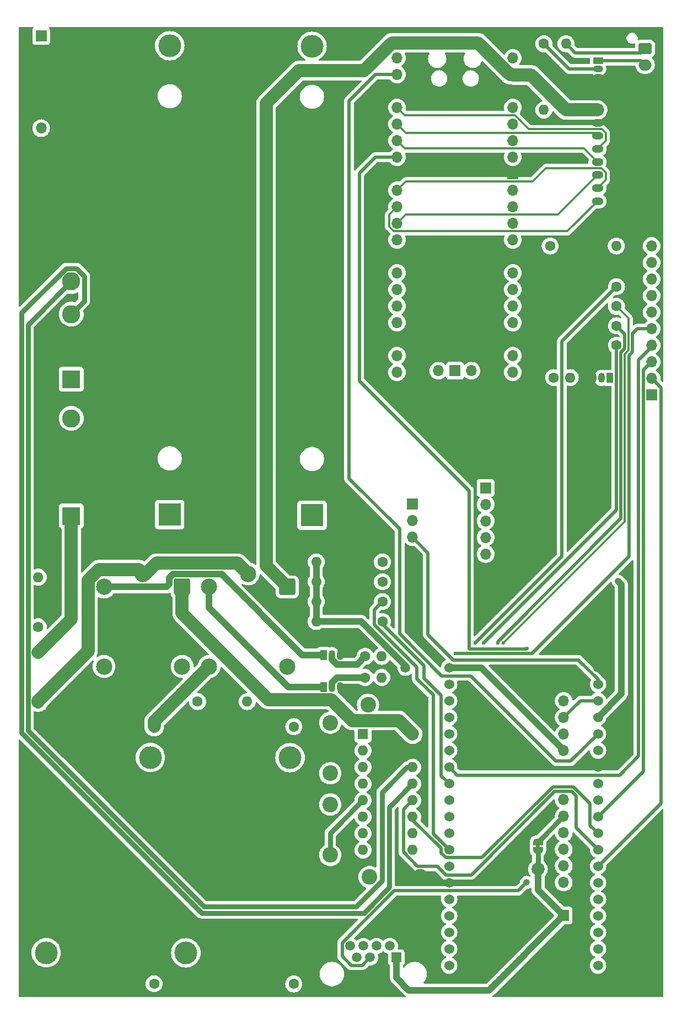
<source format=gbl>
G04 #@! TF.GenerationSoftware,KiCad,Pcbnew,8.0.4-8.0.4-0~ubuntu22.04.1*
G04 #@! TF.CreationDate,2024-09-04T15:26:38-06:00*
G04 #@! TF.ProjectId,modulargas,6d6f6475-6c61-4726-9761-732e6b696361,rev?*
G04 #@! TF.SameCoordinates,Original*
G04 #@! TF.FileFunction,Copper,L2,Bot*
G04 #@! TF.FilePolarity,Positive*
%FSLAX46Y46*%
G04 Gerber Fmt 4.6, Leading zero omitted, Abs format (unit mm)*
G04 Created by KiCad (PCBNEW 8.0.4-8.0.4-0~ubuntu22.04.1) date 2024-09-04 15:26:38*
%MOMM*%
%LPD*%
G01*
G04 APERTURE LIST*
G04 Aperture macros list*
%AMRoundRect*
0 Rectangle with rounded corners*
0 $1 Rounding radius*
0 $2 $3 $4 $5 $6 $7 $8 $9 X,Y pos of 4 corners*
0 Add a 4 corners polygon primitive as box body*
4,1,4,$2,$3,$4,$5,$6,$7,$8,$9,$2,$3,0*
0 Add four circle primitives for the rounded corners*
1,1,$1+$1,$2,$3*
1,1,$1+$1,$4,$5*
1,1,$1+$1,$6,$7*
1,1,$1+$1,$8,$9*
0 Add four rect primitives between the rounded corners*
20,1,$1+$1,$2,$3,$4,$5,0*
20,1,$1+$1,$4,$5,$6,$7,0*
20,1,$1+$1,$6,$7,$8,$9,0*
20,1,$1+$1,$8,$9,$2,$3,0*%
%AMFreePoly0*
4,1,19,0.500000,-0.750000,0.000000,-0.750000,0.000000,-0.744911,-0.071157,-0.744911,-0.207708,-0.704816,-0.327430,-0.627875,-0.420627,-0.520320,-0.479746,-0.390866,-0.500000,-0.250000,-0.500000,0.250000,-0.479746,0.390866,-0.420627,0.520320,-0.327430,0.627875,-0.207708,0.704816,-0.071157,0.744911,0.000000,0.744911,0.000000,0.750000,0.500000,0.750000,0.500000,-0.750000,0.500000,-0.750000,
$1*%
%AMFreePoly1*
4,1,19,0.000000,0.744911,0.071157,0.744911,0.207708,0.704816,0.327430,0.627875,0.420627,0.520320,0.479746,0.390866,0.500000,0.250000,0.500000,-0.250000,0.479746,-0.390866,0.420627,-0.520320,0.327430,-0.627875,0.207708,-0.704816,0.071157,-0.744911,0.000000,-0.744911,0.000000,-0.750000,-0.500000,-0.750000,-0.500000,0.750000,0.000000,0.750000,0.000000,0.744911,0.000000,0.744911,
$1*%
G04 Aperture macros list end*
G04 #@! TA.AperFunction,EtchedComponent*
%ADD10C,0.000000*%
G04 #@! TD*
G04 #@! TA.AperFunction,ComponentPad*
%ADD11C,1.600000*%
G04 #@! TD*
G04 #@! TA.AperFunction,ComponentPad*
%ADD12O,1.600000X1.600000*%
G04 #@! TD*
G04 #@! TA.AperFunction,ComponentPad*
%ADD13R,1.700000X1.700000*%
G04 #@! TD*
G04 #@! TA.AperFunction,ComponentPad*
%ADD14O,1.700000X1.700000*%
G04 #@! TD*
G04 #@! TA.AperFunction,ComponentPad*
%ADD15C,2.500000*%
G04 #@! TD*
G04 #@! TA.AperFunction,ComponentPad*
%ADD16RoundRect,0.250000X-1.000000X1.000000X-1.000000X-1.000000X1.000000X-1.000000X1.000000X1.000000X0*%
G04 #@! TD*
G04 #@! TA.AperFunction,ComponentPad*
%ADD17C,2.400000*%
G04 #@! TD*
G04 #@! TA.AperFunction,ComponentPad*
%ADD18R,1.050000X1.500000*%
G04 #@! TD*
G04 #@! TA.AperFunction,ComponentPad*
%ADD19O,1.050000X1.500000*%
G04 #@! TD*
G04 #@! TA.AperFunction,ComponentPad*
%ADD20RoundRect,0.250000X-0.750000X0.600000X-0.750000X-0.600000X0.750000X-0.600000X0.750000X0.600000X0*%
G04 #@! TD*
G04 #@! TA.AperFunction,ComponentPad*
%ADD21O,2.000000X1.700000*%
G04 #@! TD*
G04 #@! TA.AperFunction,ComponentPad*
%ADD22R,1.600000X1.600000*%
G04 #@! TD*
G04 #@! TA.AperFunction,ComponentPad*
%ADD23RoundRect,0.250000X-0.650000X0.350000X-0.650000X-0.350000X0.650000X-0.350000X0.650000X0.350000X0*%
G04 #@! TD*
G04 #@! TA.AperFunction,ComponentPad*
%ADD24O,1.800000X1.200000*%
G04 #@! TD*
G04 #@! TA.AperFunction,ComponentPad*
%ADD25C,3.500000*%
G04 #@! TD*
G04 #@! TA.AperFunction,ComponentPad*
%ADD26R,2.800000X2.800000*%
G04 #@! TD*
G04 #@! TA.AperFunction,ComponentPad*
%ADD27C,2.800000*%
G04 #@! TD*
G04 #@! TA.AperFunction,ComponentPad*
%ADD28R,3.500000X3.500000*%
G04 #@! TD*
G04 #@! TA.AperFunction,ComponentPad*
%ADD29R,1.500000X1.500000*%
G04 #@! TD*
G04 #@! TA.AperFunction,ComponentPad*
%ADD30C,1.500000*%
G04 #@! TD*
G04 #@! TA.AperFunction,ComponentPad*
%ADD31C,2.300000*%
G04 #@! TD*
G04 #@! TA.AperFunction,ComponentPad*
%ADD32C,1.524000*%
G04 #@! TD*
G04 #@! TA.AperFunction,ComponentPad*
%ADD33R,1.500000X1.050000*%
G04 #@! TD*
G04 #@! TA.AperFunction,ComponentPad*
%ADD34O,1.500000X1.050000*%
G04 #@! TD*
G04 #@! TA.AperFunction,SMDPad,CuDef*
%ADD35FreePoly0,270.000000*%
G04 #@! TD*
G04 #@! TA.AperFunction,SMDPad,CuDef*
%ADD36FreePoly1,270.000000*%
G04 #@! TD*
G04 #@! TA.AperFunction,ViaPad*
%ADD37C,1.500000*%
G04 #@! TD*
G04 #@! TA.AperFunction,ViaPad*
%ADD38C,2.000000*%
G04 #@! TD*
G04 #@! TA.AperFunction,ViaPad*
%ADD39C,1.600000*%
G04 #@! TD*
G04 #@! TA.AperFunction,ViaPad*
%ADD40C,1.000000*%
G04 #@! TD*
G04 #@! TA.AperFunction,ViaPad*
%ADD41C,0.600000*%
G04 #@! TD*
G04 #@! TA.AperFunction,Conductor*
%ADD42C,1.000000*%
G04 #@! TD*
G04 #@! TA.AperFunction,Conductor*
%ADD43C,0.750000*%
G04 #@! TD*
G04 #@! TA.AperFunction,Conductor*
%ADD44C,0.500000*%
G04 #@! TD*
G04 #@! TA.AperFunction,Conductor*
%ADD45C,2.000000*%
G04 #@! TD*
G04 #@! TA.AperFunction,Conductor*
%ADD46C,0.300000*%
G04 #@! TD*
G04 APERTURE END LIST*
D10*
G04 #@! TA.AperFunction,EtchedComponent*
G36*
X146750000Y-162350000D02*
G01*
X146150000Y-162350000D01*
X146150000Y-161850000D01*
X146750000Y-161850000D01*
X146750000Y-162350000D01*
G37*
G04 #@! TD.AperFunction*
D11*
X94180000Y-139900000D03*
D12*
X101800000Y-139900000D03*
D13*
X70150000Y-37722500D03*
D14*
X70150000Y-45322500D03*
X70150000Y-51862500D03*
X70150000Y-67102500D03*
D15*
X85800000Y-120300000D03*
X91800000Y-134500000D03*
X79800000Y-134500000D03*
D16*
X91800000Y-122300000D03*
D15*
X79800000Y-122300000D03*
D17*
X114550000Y-143150000D03*
X114550000Y-150900000D03*
D18*
X113510000Y-132750000D03*
D19*
X114780000Y-132750000D03*
X116050000Y-132750000D03*
D11*
X148860000Y-90150000D03*
D12*
X151400000Y-90150000D03*
D13*
X138400000Y-107080000D03*
D14*
X138400000Y-109620000D03*
X138400000Y-112160000D03*
X138400000Y-114700000D03*
X138400000Y-117240000D03*
X138400000Y-119780000D03*
D11*
X119910000Y-136200000D03*
D12*
X122450000Y-136200000D03*
D20*
X162900000Y-39650000D03*
D21*
X162900000Y-42150000D03*
D18*
X157450000Y-90200000D03*
D19*
X156180000Y-90200000D03*
X154910000Y-90200000D03*
D22*
X119575000Y-144900000D03*
D12*
X119575000Y-147440000D03*
X119575000Y-149980000D03*
X119575000Y-152520000D03*
X119575000Y-155060000D03*
X119575000Y-157600000D03*
X119575000Y-160140000D03*
X119575000Y-162680000D03*
X127195000Y-162680000D03*
X127195000Y-160140000D03*
X127195000Y-157600000D03*
X127195000Y-155060000D03*
X127195000Y-152520000D03*
X127195000Y-149980000D03*
X127195000Y-147440000D03*
X127195000Y-144900000D03*
D11*
X158500000Y-82200000D03*
D12*
X148340000Y-82200000D03*
D23*
X155600000Y-49050000D03*
D24*
X155600000Y-51050000D03*
X155600000Y-53050000D03*
X155600000Y-55050000D03*
X155600000Y-57050000D03*
X155600000Y-59050000D03*
X155600000Y-61050000D03*
X155600000Y-63050000D03*
D17*
X120350000Y-140400000D03*
X128100000Y-140400000D03*
D11*
X122560000Y-124550000D03*
D12*
X112400000Y-124550000D03*
D11*
X108948000Y-143750000D03*
X91800000Y-143750000D03*
X91800000Y-183247000D03*
X108948000Y-183247000D03*
D25*
X108373500Y-148512500D03*
X92371500Y-178484500D03*
D11*
X122560000Y-127600000D03*
D12*
X112400000Y-127600000D03*
D13*
X150400000Y-137250000D03*
D14*
X150400000Y-139790000D03*
X150400000Y-142330000D03*
X150400000Y-144870000D03*
X150400000Y-147410000D03*
D11*
X158500000Y-76200000D03*
D12*
X148340000Y-76200000D03*
D15*
X101950000Y-120300000D03*
X107950000Y-134500000D03*
X95950000Y-134500000D03*
D16*
X107950000Y-122300000D03*
D15*
X95950000Y-122300000D03*
D11*
X87498000Y-143725000D03*
X70350000Y-143725000D03*
X70350000Y-183222000D03*
X87498000Y-183222000D03*
D25*
X86923500Y-148487500D03*
X70921500Y-178459500D03*
D11*
X158500000Y-85200000D03*
D12*
X148340000Y-85200000D03*
D26*
X74775000Y-90400000D03*
D27*
X74775000Y-85400000D03*
X74775000Y-80400000D03*
X74775000Y-75400000D03*
D28*
X89900000Y-111200000D03*
D25*
X89900000Y-39200000D03*
D28*
X111750000Y-111295000D03*
D25*
X111750000Y-39295000D03*
D13*
X127150000Y-109580000D03*
D14*
X127150000Y-112120000D03*
X127150000Y-114660000D03*
X127150000Y-117200000D03*
D26*
X74775000Y-111400000D03*
D27*
X74775000Y-106400000D03*
X74775000Y-101400000D03*
X74775000Y-96400000D03*
D11*
X148320000Y-69950000D03*
D12*
X158480000Y-69950000D03*
D14*
X124810000Y-41070000D03*
X124810000Y-43610000D03*
D13*
X124810000Y-46150000D03*
D14*
X124810000Y-48690000D03*
X124810000Y-51230000D03*
X124810000Y-53770000D03*
X124810000Y-56310000D03*
D13*
X124810000Y-58850000D03*
D14*
X124810000Y-61390000D03*
X124810000Y-63930000D03*
X124810000Y-66470000D03*
X124810000Y-69010000D03*
D13*
X124810000Y-71550000D03*
D14*
X124810000Y-74090000D03*
X124810000Y-76630000D03*
X124810000Y-79170000D03*
X124810000Y-81710000D03*
D13*
X124810000Y-84250000D03*
D14*
X124810000Y-86790000D03*
X124810000Y-89330000D03*
X142590000Y-89330000D03*
X142590000Y-86790000D03*
D13*
X142590000Y-84250000D03*
D14*
X142590000Y-81710000D03*
X142590000Y-79170000D03*
X142590000Y-76630000D03*
X142590000Y-74090000D03*
D13*
X142590000Y-71550000D03*
D14*
X142590000Y-69010000D03*
X142590000Y-66470000D03*
X142590000Y-63930000D03*
X142590000Y-61390000D03*
D13*
X142590000Y-58850000D03*
D14*
X142590000Y-56310000D03*
X142590000Y-53770000D03*
X142590000Y-51230000D03*
X142590000Y-48690000D03*
D13*
X142590000Y-46150000D03*
D14*
X142590000Y-43610000D03*
X142590000Y-41070000D03*
X131160000Y-89100000D03*
D13*
X133700000Y-89100000D03*
D14*
X136240000Y-89100000D03*
D17*
X120575000Y-166825000D03*
X128325000Y-166825000D03*
D13*
X150400000Y-172750000D03*
D14*
X150400000Y-170210000D03*
X150400000Y-167670000D03*
X150400000Y-165130000D03*
X150400000Y-162590000D03*
X150400000Y-160050000D03*
X150400000Y-157510000D03*
X150400000Y-154970000D03*
D11*
X122560000Y-121500000D03*
D12*
X112400000Y-121500000D03*
D11*
X158500000Y-79200000D03*
D12*
X148340000Y-79200000D03*
D17*
X114550000Y-155700000D03*
X114550000Y-163450000D03*
D29*
X124707000Y-179200000D03*
D30*
X123691000Y-177420000D03*
X122675000Y-179200000D03*
X121659000Y-177420000D03*
X120643000Y-179200000D03*
X119627000Y-177420000D03*
X118611000Y-179200000D03*
X117595000Y-177420000D03*
D31*
X129277000Y-178310000D03*
X113017000Y-178310000D03*
D32*
X132800000Y-134700000D03*
X132800000Y-137240000D03*
X132800000Y-139780000D03*
X132800000Y-142320000D03*
X132800000Y-144860000D03*
X132800000Y-147400000D03*
X132800000Y-149940000D03*
X132800000Y-152480000D03*
X132800000Y-155020000D03*
X132800000Y-157560000D03*
X132800000Y-160100000D03*
X132800000Y-162640000D03*
X132800000Y-165180000D03*
X132800000Y-167720000D03*
X132800000Y-170260000D03*
X132800000Y-172800000D03*
X132800000Y-175340000D03*
X132800000Y-177880000D03*
X132800000Y-180420000D03*
X155660000Y-134700000D03*
X155660000Y-137240000D03*
X155660000Y-139780000D03*
X155660000Y-142320000D03*
X155660000Y-144860000D03*
X155660000Y-147400000D03*
X155660000Y-149940000D03*
X155660000Y-152480000D03*
X155660000Y-155020000D03*
X155660000Y-157560000D03*
X155660000Y-160100000D03*
X155660000Y-162640000D03*
X155660000Y-165180000D03*
X155660000Y-167720000D03*
X155660000Y-170260000D03*
X155660000Y-172800000D03*
X155660000Y-175340000D03*
X155660000Y-177880000D03*
X155660000Y-180420000D03*
D18*
X113510000Y-137650000D03*
D19*
X114780000Y-137650000D03*
X116050000Y-137650000D03*
D11*
X150750000Y-49050000D03*
D12*
X150750000Y-38890000D03*
D11*
X119910000Y-132950000D03*
D12*
X122450000Y-132950000D03*
D33*
X155700000Y-41500000D03*
D34*
X155700000Y-42770000D03*
X155700000Y-44040000D03*
D11*
X147350000Y-38900000D03*
D12*
X147350000Y-49060000D03*
D13*
X163900000Y-92810000D03*
D14*
X163900000Y-90270000D03*
X163900000Y-87730000D03*
X163900000Y-85190000D03*
X163900000Y-82650000D03*
X163900000Y-80110000D03*
X163900000Y-77570000D03*
X163900000Y-75030000D03*
X163900000Y-72490000D03*
X163900000Y-69950000D03*
D11*
X122560000Y-118450000D03*
D12*
X112400000Y-118450000D03*
D11*
X69700000Y-128410000D03*
D12*
X69700000Y-120790000D03*
D11*
X69700000Y-139970000D03*
D12*
X69700000Y-132350000D03*
D35*
X146450000Y-161450000D03*
D36*
X146450000Y-162750000D03*
D37*
X126100000Y-134700000D03*
D38*
X146450000Y-165650000D03*
D39*
X142000000Y-167000000D03*
D40*
X144700000Y-167675000D03*
D41*
X140250000Y-130900000D03*
X141150000Y-130900000D03*
X138100000Y-130900000D03*
X136800000Y-130900000D03*
X133750000Y-132500000D03*
X144750000Y-131750000D03*
X158762500Y-121437500D03*
D42*
X113510000Y-137650000D02*
X108100000Y-137650000D01*
X108100000Y-137650000D02*
X95950000Y-125500000D01*
X95950000Y-125500000D02*
X95950000Y-122300000D01*
X119300000Y-127600000D02*
X112400000Y-127600000D01*
X126100000Y-134700000D02*
X126100000Y-134400000D01*
X124707000Y-179200000D02*
X124707000Y-182308757D01*
X138950000Y-184200000D02*
X150400000Y-172750000D01*
X126598243Y-184200000D02*
X138950000Y-184200000D01*
X146450000Y-165650000D02*
X146450000Y-168800000D01*
X137750000Y-134700000D02*
X132800000Y-134700000D01*
X146450000Y-168800000D02*
X150400000Y-172750000D01*
X126100000Y-134400000D02*
X119300000Y-127600000D01*
X112400000Y-127600000D02*
X112400000Y-118450000D01*
X150400000Y-147350000D02*
X137750000Y-134700000D01*
D43*
X146450000Y-165650000D02*
X146450000Y-162750000D01*
D42*
X150400000Y-147410000D02*
X150400000Y-147350000D01*
X124707000Y-182308757D02*
X126598243Y-184200000D01*
X90399570Y-120350000D02*
X89850000Y-120899570D01*
X89850000Y-120899570D02*
X89850000Y-121850000D01*
X89850000Y-121850000D02*
X89400000Y-122300000D01*
X97850000Y-120350000D02*
X90399570Y-120350000D01*
X89400000Y-122300000D02*
X79800000Y-122300000D01*
X110250000Y-132750000D02*
X97850000Y-120350000D01*
X113510000Y-132750000D02*
X110250000Y-132750000D01*
D44*
X129550000Y-129600000D02*
X133438000Y-133488000D01*
X155660000Y-136510000D02*
X155660000Y-137240000D01*
X127150000Y-114660000D02*
X129550000Y-117060000D01*
X129550000Y-117060000D02*
X129550000Y-129600000D01*
X152638000Y-133488000D02*
X155660000Y-136510000D01*
X133438000Y-133488000D02*
X152638000Y-133488000D01*
X150400000Y-142330000D02*
X152950000Y-139780000D01*
X120643000Y-179200000D02*
X119443000Y-180400000D01*
X116395000Y-179020000D02*
X116395000Y-176922943D01*
X117775000Y-180400000D02*
X116395000Y-179020000D01*
X143400000Y-168950000D02*
X144675000Y-167675000D01*
X116395000Y-176922943D02*
X124367943Y-168950000D01*
X119443000Y-180400000D02*
X117775000Y-180400000D01*
X124367943Y-168950000D02*
X143400000Y-168950000D01*
X152950000Y-139780000D02*
X155660000Y-139780000D01*
D45*
X127195000Y-144900000D02*
X125095000Y-142800000D01*
X104700000Y-119050000D02*
X104700000Y-48050000D01*
X109750000Y-43000000D02*
X119750000Y-43000000D01*
X137257780Y-38750000D02*
X142117780Y-43610000D01*
X105050000Y-139600000D02*
X91800000Y-126350000D01*
X107950000Y-122300000D02*
X104700000Y-119050000D01*
X91800000Y-126350000D02*
X91800000Y-122300000D01*
X145380000Y-43680000D02*
X150750000Y-49050000D01*
X142590000Y-43610000D02*
X142660000Y-43680000D01*
X117925000Y-142800000D02*
X114725000Y-139600000D01*
X142660000Y-43680000D02*
X145380000Y-43680000D01*
X150750000Y-49050000D02*
X155600000Y-49050000D01*
X142117780Y-43610000D02*
X142590000Y-43610000D01*
X104700000Y-48050000D02*
X109750000Y-43000000D01*
X125095000Y-142800000D02*
X117925000Y-142800000D01*
X119750000Y-43000000D02*
X124000000Y-38750000D01*
X114725000Y-139600000D02*
X105050000Y-139600000D01*
X124000000Y-38750000D02*
X137257780Y-38750000D01*
D44*
X131588000Y-151268000D02*
X131588000Y-138938000D01*
X132800000Y-152480000D02*
X131588000Y-151268000D01*
X122560000Y-128010000D02*
X122560000Y-127600000D01*
X128950000Y-134400000D02*
X122560000Y-128010000D01*
X128950000Y-136300000D02*
X128950000Y-134400000D01*
X131588000Y-138938000D02*
X128950000Y-136300000D01*
X159750000Y-83450000D02*
X158500000Y-82200000D01*
X159200000Y-111789339D02*
X159200000Y-86267767D01*
X159750000Y-85717767D02*
X159750000Y-83450000D01*
X159200000Y-86267767D02*
X159750000Y-85717767D01*
X140250000Y-130900000D02*
X140250000Y-130739339D01*
X140250000Y-130739339D02*
X159200000Y-111789339D01*
D46*
X158500000Y-79200000D02*
X160350000Y-81050000D01*
X159800000Y-112250000D02*
X141150000Y-130900000D01*
X160350000Y-81050000D02*
X160350000Y-85966295D01*
X159800000Y-86516295D02*
X159800000Y-112250000D01*
X160350000Y-85966295D02*
X159800000Y-86516295D01*
D44*
X161900000Y-148278000D02*
X158978000Y-151200000D01*
X161900000Y-87440000D02*
X161900000Y-148278000D01*
X163900000Y-85190000D02*
X163900000Y-85440000D01*
X134060000Y-151200000D02*
X132800000Y-149940000D01*
X163900000Y-85440000D02*
X161900000Y-87440000D01*
X158978000Y-151200000D02*
X134060000Y-151200000D01*
X138100000Y-130900000D02*
X158500000Y-110500000D01*
X158500000Y-110500000D02*
X158500000Y-85200000D01*
X127850000Y-136400000D02*
X127850000Y-134657767D01*
X130350000Y-160190000D02*
X130350000Y-138900000D01*
X130350000Y-138900000D02*
X127850000Y-136400000D01*
X127850000Y-134657767D02*
X121300000Y-128107767D01*
X132800000Y-162640000D02*
X130350000Y-160190000D01*
X121300000Y-128107767D02*
X121300000Y-125810000D01*
X121300000Y-125810000D02*
X122560000Y-124550000D01*
X136800000Y-130900000D02*
X150110000Y-117590000D01*
X150110000Y-117590000D02*
X150110000Y-84590000D01*
X150110000Y-84590000D02*
X158500000Y-76200000D01*
X160950000Y-86214823D02*
X160950000Y-83400000D01*
X145550000Y-132500000D02*
X160400000Y-117650000D01*
X160400000Y-86764823D02*
X160950000Y-86214823D01*
X160950000Y-83400000D02*
X161700000Y-82650000D01*
X160400000Y-117650000D02*
X160400000Y-86764823D01*
X133750000Y-132500000D02*
X145550000Y-132500000D01*
X161700000Y-82650000D02*
X163900000Y-82650000D01*
X163900000Y-87730000D02*
X162600000Y-89030000D01*
X162600000Y-89030000D02*
X162600000Y-150620000D01*
X162600000Y-150620000D02*
X155660000Y-157560000D01*
X165325000Y-155515000D02*
X155660000Y-165180000D01*
X163900000Y-90270000D02*
X165325000Y-91695000D01*
X165325000Y-91695000D02*
X165325000Y-155515000D01*
D43*
X94781497Y-172350000D02*
X119675000Y-172350000D01*
X119675000Y-172350000D02*
X123575000Y-168450000D01*
X75593072Y-73425000D02*
X73956928Y-73425000D01*
X74775000Y-80400000D02*
X76750000Y-78425000D01*
X76750000Y-78425000D02*
X76750000Y-74581928D01*
X67175000Y-80206928D02*
X67175000Y-144743503D01*
X67175000Y-144743503D02*
X94781497Y-172350000D01*
X123575000Y-156140000D02*
X127195000Y-152520000D01*
X76750000Y-74581928D02*
X75593072Y-73425000D01*
X73956928Y-73425000D02*
X67175000Y-80206928D01*
X123575000Y-168450000D02*
X123575000Y-156140000D01*
X68125000Y-144350000D02*
X68125000Y-82050000D01*
X118510230Y-171400000D02*
X95175000Y-171400000D01*
X126345000Y-149980000D02*
X122500000Y-153825000D01*
X122500000Y-167410230D02*
X118510230Y-171400000D01*
X127195000Y-149980000D02*
X126345000Y-149980000D01*
X122500000Y-153825000D02*
X122500000Y-167410230D01*
X68125000Y-82050000D02*
X74775000Y-75400000D01*
X95175000Y-171400000D02*
X68125000Y-144350000D01*
D45*
X77350000Y-121285176D02*
X79010176Y-119625000D01*
X69700000Y-139825000D02*
X77350000Y-132175000D01*
X69700000Y-139970000D02*
X69700000Y-139825000D01*
X77350000Y-132175000D02*
X77350000Y-121285176D01*
X100300000Y-118650000D02*
X101950000Y-120300000D01*
X85800000Y-120300000D02*
X86200000Y-120300000D01*
X85125000Y-119625000D02*
X85800000Y-120300000D01*
X86200000Y-120300000D02*
X87850000Y-118650000D01*
X79010176Y-119625000D02*
X85125000Y-119625000D01*
X87850000Y-118650000D02*
X100300000Y-118650000D01*
D44*
X151220000Y-42770000D02*
X147350000Y-38900000D01*
X155700000Y-42770000D02*
X151220000Y-42770000D01*
D43*
X114550000Y-163450000D02*
X114550000Y-160085000D01*
X114550000Y-160085000D02*
X119575000Y-155060000D01*
D44*
X127922233Y-165175000D02*
X130964973Y-165175000D01*
X152325000Y-159305000D02*
X155660000Y-162640000D01*
X132297973Y-166508000D02*
X136192000Y-166508000D01*
X125775000Y-163027767D02*
X127922233Y-165175000D01*
X130964973Y-165175000D02*
X132297973Y-166508000D01*
X127195000Y-155060000D02*
X125775000Y-156480000D01*
X136192000Y-166508000D02*
X149030000Y-153670000D01*
X125775000Y-156480000D02*
X125775000Y-163027767D01*
X152325000Y-154380973D02*
X152325000Y-159305000D01*
X149030000Y-153670000D02*
X151614027Y-153670000D01*
X151614027Y-153670000D02*
X152325000Y-154380973D01*
X127195000Y-158045000D02*
X131588000Y-162438000D01*
X154448000Y-158888000D02*
X155660000Y-160100000D01*
X131588000Y-162438000D02*
X131588000Y-163142027D01*
X154448000Y-155514023D02*
X154448000Y-158888000D01*
X151903977Y-152970000D02*
X154448000Y-155514023D01*
X131588000Y-163142027D02*
X132297973Y-163852000D01*
X148740050Y-152970000D02*
X151903977Y-152970000D01*
X127195000Y-157600000D02*
X127195000Y-158045000D01*
X132297973Y-163852000D02*
X137858050Y-163852000D01*
X137858050Y-163852000D02*
X148740050Y-152970000D01*
D46*
X142947057Y-49890000D02*
X126010000Y-49890000D01*
X126010000Y-49890000D02*
X124810000Y-48690000D01*
X156850000Y-53800000D02*
X156850000Y-52556497D01*
X145065586Y-52008529D02*
X142947057Y-49890000D01*
X156302032Y-52008529D02*
X145065586Y-52008529D01*
X155600000Y-55050000D02*
X156850000Y-53800000D01*
X156850000Y-52556497D02*
X156302032Y-52008529D01*
X123610000Y-66967057D02*
X124312943Y-67670000D01*
X124810000Y-63930000D02*
X123610000Y-65130000D01*
X124312943Y-67670000D02*
X150980000Y-67670000D01*
X150980000Y-67670000D02*
X155600000Y-63050000D01*
X123610000Y-65130000D02*
X123610000Y-66967057D01*
X124810000Y-53770000D02*
X126010000Y-54970000D01*
X126010000Y-54970000D02*
X153520000Y-54970000D01*
X153520000Y-54970000D02*
X155600000Y-57050000D01*
X124810000Y-66470000D02*
X126150000Y-65130000D01*
X149520000Y-65130000D02*
X155600000Y-59050000D01*
X126150000Y-65130000D02*
X149520000Y-65130000D01*
X155600000Y-61050000D02*
X156850000Y-59800000D01*
X156193503Y-58000000D02*
X147677057Y-58000000D01*
X156850000Y-58656497D02*
X156193503Y-58000000D01*
X126150000Y-60050000D02*
X124810000Y-61390000D01*
X147677057Y-58000000D02*
X145627057Y-60050000D01*
X156850000Y-59800000D02*
X156850000Y-58656497D01*
X145627057Y-60050000D02*
X126150000Y-60050000D01*
X124810000Y-51230000D02*
X126150000Y-52570000D01*
X126150000Y-52570000D02*
X155120000Y-52570000D01*
X155120000Y-52570000D02*
X155600000Y-53050000D01*
D44*
X162250000Y-41500000D02*
X155700000Y-41500000D01*
X162900000Y-42150000D02*
X162250000Y-41500000D01*
D42*
X114780000Y-133437412D02*
X115542588Y-134200000D01*
X114780000Y-132750000D02*
X114780000Y-133437412D01*
X118660000Y-134200000D02*
X119910000Y-132950000D01*
X115542588Y-134200000D02*
X118660000Y-134200000D01*
X114780000Y-136962588D02*
X115542588Y-136200000D01*
X115542588Y-136200000D02*
X119910000Y-136200000D01*
X114780000Y-137650000D02*
X114780000Y-136962588D01*
D44*
X119000000Y-90650000D02*
X119000000Y-58800000D01*
X121490000Y-56310000D02*
X124810000Y-56310000D01*
X135850000Y-107500000D02*
X119000000Y-90650000D01*
X135850000Y-131800000D02*
X135850000Y-107500000D01*
X144750000Y-131750000D02*
X144700000Y-131800000D01*
X119000000Y-58800000D02*
X121490000Y-56310000D01*
X144700000Y-131800000D02*
X135850000Y-131800000D01*
X131650000Y-135950000D02*
X136100000Y-135950000D01*
X117450000Y-47650000D02*
X117450000Y-105662943D01*
X124810000Y-43610000D02*
X121490000Y-43610000D01*
X121490000Y-43610000D02*
X117450000Y-47650000D01*
X136100000Y-135950000D02*
X149200000Y-149050000D01*
X125200000Y-113412943D02*
X125200000Y-129500000D01*
X149200000Y-149050000D02*
X151470000Y-149050000D01*
X117450000Y-105662943D02*
X125200000Y-113412943D01*
X151470000Y-149050000D02*
X155660000Y-144860000D01*
X125200000Y-129500000D02*
X131650000Y-135950000D01*
D42*
X158762500Y-121437500D02*
X159250000Y-121925000D01*
X159250000Y-138730000D02*
X155660000Y-142320000D01*
X159250000Y-121925000D02*
X159250000Y-138730000D01*
D44*
X162900000Y-39650000D02*
X162250000Y-40300000D01*
X162250000Y-40300000D02*
X152160000Y-40300000D01*
X152160000Y-40300000D02*
X150750000Y-38890000D01*
D45*
X74775000Y-111400000D02*
X74775000Y-127275000D01*
X74775000Y-127275000D02*
X69700000Y-132350000D01*
X87498000Y-143725000D02*
X87498000Y-142952000D01*
X87498000Y-142952000D02*
X95950000Y-134500000D01*
D43*
X146450000Y-161450000D02*
X146460000Y-161450000D01*
X146460000Y-161450000D02*
X150400000Y-157510000D01*
G04 #@! TA.AperFunction,Conductor*
G36*
X66905703Y-145712796D02*
G01*
X66912181Y-145718828D01*
X94223394Y-173030042D01*
X94223398Y-173030045D01*
X94366785Y-173125854D01*
X94366798Y-173125861D01*
X94526118Y-173191853D01*
X94526123Y-173191855D01*
X94695263Y-173225499D01*
X94695266Y-173225500D01*
X94695268Y-173225500D01*
X94867726Y-173225500D01*
X118731713Y-173225500D01*
X118798752Y-173245185D01*
X118844507Y-173297989D01*
X118854451Y-173367147D01*
X118825426Y-173430703D01*
X118819394Y-173437181D01*
X115812050Y-176444523D01*
X115812044Y-176444531D01*
X115762812Y-176518211D01*
X115762813Y-176518212D01*
X115729921Y-176567439D01*
X115729914Y-176567451D01*
X115673342Y-176704029D01*
X115673340Y-176704035D01*
X115644500Y-176849022D01*
X115644500Y-176849025D01*
X115644500Y-179093918D01*
X115644500Y-179093920D01*
X115644499Y-179093920D01*
X115673340Y-179238907D01*
X115673343Y-179238917D01*
X115729913Y-179375490D01*
X115729914Y-179375491D01*
X115729916Y-179375495D01*
X115753973Y-179411498D01*
X115753974Y-179411500D01*
X115812049Y-179498417D01*
X117296586Y-180982954D01*
X117326058Y-181002645D01*
X117370268Y-181032184D01*
X117370270Y-181032187D01*
X117370271Y-181032187D01*
X117419496Y-181065079D01*
X117419511Y-181065087D01*
X117476079Y-181088518D01*
X117476080Y-181088518D01*
X117556088Y-181121659D01*
X117672241Y-181144763D01*
X117691468Y-181148587D01*
X117701081Y-181150500D01*
X117701082Y-181150500D01*
X119516920Y-181150500D01*
X119614462Y-181131096D01*
X119661913Y-181121658D01*
X119798495Y-181065084D01*
X119847729Y-181032186D01*
X119847734Y-181032183D01*
X119872071Y-181015921D01*
X119921416Y-180982952D01*
X120423805Y-180480561D01*
X120485126Y-180447078D01*
X120522288Y-180444716D01*
X120624665Y-180453672D01*
X120642999Y-180455277D01*
X120643000Y-180455277D01*
X120643002Y-180455277D01*
X120671254Y-180452805D01*
X120860977Y-180436207D01*
X121072330Y-180379575D01*
X121270639Y-180287102D01*
X121449877Y-180161598D01*
X121604598Y-180006877D01*
X121730102Y-179827639D01*
X121822575Y-179629330D01*
X121879207Y-179417977D01*
X121898277Y-179200000D01*
X121879207Y-178982023D01*
X121829697Y-178797249D01*
X121831360Y-178727400D01*
X121870522Y-178669537D01*
X121917377Y-178645381D01*
X122088330Y-178599575D01*
X122286639Y-178507102D01*
X122465877Y-178381598D01*
X122587319Y-178260156D01*
X122648642Y-178226671D01*
X122718334Y-178231655D01*
X122762681Y-178260156D01*
X122884123Y-178381598D01*
X123063361Y-178507102D01*
X123261670Y-178599575D01*
X123261676Y-178599576D01*
X123261677Y-178599577D01*
X123364593Y-178627153D01*
X123424254Y-178663518D01*
X123454783Y-178726365D01*
X123456500Y-178746928D01*
X123456500Y-179997870D01*
X123456501Y-179997876D01*
X123462908Y-180057483D01*
X123513202Y-180192328D01*
X123513203Y-180192329D01*
X123513204Y-180192331D01*
X123584150Y-180287102D01*
X123599452Y-180307543D01*
X123599455Y-180307547D01*
X123656810Y-180350482D01*
X123698682Y-180406415D01*
X123706500Y-180449749D01*
X123706500Y-182407301D01*
X123743688Y-182594257D01*
X123744948Y-182600592D01*
X123820364Y-182782664D01*
X123820371Y-182782677D01*
X123929859Y-182946537D01*
X123929860Y-182946538D01*
X123929861Y-182946539D01*
X124069218Y-183085896D01*
X124069219Y-183085896D01*
X124076286Y-183092963D01*
X124076285Y-183092963D01*
X124076289Y-183092966D01*
X125960458Y-184977137D01*
X125960461Y-184977140D01*
X126084318Y-185059898D01*
X126129123Y-185113510D01*
X126137830Y-185182835D01*
X126107676Y-185245862D01*
X126048233Y-185282582D01*
X126015427Y-185287000D01*
X66824500Y-185287000D01*
X66757461Y-185267315D01*
X66711706Y-185214511D01*
X66700500Y-185163000D01*
X66700500Y-183221998D01*
X86192532Y-183221998D01*
X86192532Y-183222001D01*
X86212364Y-183448686D01*
X86212366Y-183448697D01*
X86271258Y-183668488D01*
X86271261Y-183668497D01*
X86367431Y-183874732D01*
X86367432Y-183874734D01*
X86497954Y-184061141D01*
X86658858Y-184222045D01*
X86658861Y-184222047D01*
X86845266Y-184352568D01*
X87051504Y-184448739D01*
X87271308Y-184507635D01*
X87433230Y-184521801D01*
X87497998Y-184527468D01*
X87498000Y-184527468D01*
X87498002Y-184527468D01*
X87554673Y-184522509D01*
X87724692Y-184507635D01*
X87944496Y-184448739D01*
X88150734Y-184352568D01*
X88337139Y-184222047D01*
X88498047Y-184061139D01*
X88628568Y-183874734D01*
X88724739Y-183668496D01*
X88783635Y-183448692D01*
X88801281Y-183246998D01*
X107642532Y-183246998D01*
X107642532Y-183247001D01*
X107662364Y-183473686D01*
X107662366Y-183473697D01*
X107721258Y-183693488D01*
X107721261Y-183693497D01*
X107817431Y-183899732D01*
X107817432Y-183899734D01*
X107947954Y-184086141D01*
X108108858Y-184247045D01*
X108108861Y-184247047D01*
X108295266Y-184377568D01*
X108501504Y-184473739D01*
X108721308Y-184532635D01*
X108883230Y-184546801D01*
X108947998Y-184552468D01*
X108948000Y-184552468D01*
X108948002Y-184552468D01*
X109004673Y-184547509D01*
X109174692Y-184532635D01*
X109394496Y-184473739D01*
X109600734Y-184377568D01*
X109787139Y-184247047D01*
X109948047Y-184086139D01*
X110078568Y-183899734D01*
X110174739Y-183693496D01*
X110233635Y-183473692D01*
X110253468Y-183247000D01*
X110233635Y-183020308D01*
X110174739Y-182800504D01*
X110078568Y-182594266D01*
X109948047Y-182407861D01*
X109948045Y-182407858D01*
X109787141Y-182246954D01*
X109600734Y-182116432D01*
X109600732Y-182116431D01*
X109394497Y-182020261D01*
X109394488Y-182020258D01*
X109174697Y-181961366D01*
X109174693Y-181961365D01*
X109174692Y-181961365D01*
X109174691Y-181961364D01*
X109174686Y-181961364D01*
X108948002Y-181941532D01*
X108947998Y-181941532D01*
X108721313Y-181961364D01*
X108721302Y-181961366D01*
X108501511Y-182020258D01*
X108501502Y-182020261D01*
X108295267Y-182116431D01*
X108295265Y-182116432D01*
X108108858Y-182246954D01*
X107947954Y-182407858D01*
X107817432Y-182594265D01*
X107817431Y-182594267D01*
X107721261Y-182800502D01*
X107721258Y-182800511D01*
X107662366Y-183020302D01*
X107662364Y-183020313D01*
X107642532Y-183246998D01*
X88801281Y-183246998D01*
X88803468Y-183222000D01*
X88783635Y-182995308D01*
X88724739Y-182775504D01*
X88628568Y-182569266D01*
X88498047Y-182382861D01*
X88498045Y-182382858D01*
X88337141Y-182221954D01*
X88150734Y-182091432D01*
X88150732Y-182091431D01*
X87944497Y-181995261D01*
X87944488Y-181995258D01*
X87724697Y-181936366D01*
X87724693Y-181936365D01*
X87724692Y-181936365D01*
X87724691Y-181936364D01*
X87724686Y-181936364D01*
X87498002Y-181916532D01*
X87497998Y-181916532D01*
X87271313Y-181936364D01*
X87271302Y-181936366D01*
X87051511Y-181995258D01*
X87051502Y-181995261D01*
X86845267Y-182091431D01*
X86845265Y-182091432D01*
X86658858Y-182221954D01*
X86497954Y-182382858D01*
X86367432Y-182569265D01*
X86367431Y-182569267D01*
X86271261Y-182775502D01*
X86271258Y-182775511D01*
X86212366Y-182995302D01*
X86212364Y-182995313D01*
X86192532Y-183221998D01*
X66700500Y-183221998D01*
X66700500Y-181617065D01*
X112921500Y-181617065D01*
X112921500Y-181862934D01*
X112934460Y-181961366D01*
X112953591Y-182106677D01*
X112991178Y-182246953D01*
X113017222Y-182344152D01*
X113017225Y-182344162D01*
X113110466Y-182569265D01*
X113111306Y-182571292D01*
X113234233Y-182784208D01*
X113234235Y-182784211D01*
X113234236Y-182784212D01*
X113383897Y-182979254D01*
X113383903Y-182979261D01*
X113557738Y-183153096D01*
X113557744Y-183153101D01*
X113752792Y-183302767D01*
X113965708Y-183425694D01*
X114192847Y-183519778D01*
X114430323Y-183583409D01*
X114674073Y-183615500D01*
X114674080Y-183615500D01*
X114919920Y-183615500D01*
X114919927Y-183615500D01*
X115163677Y-183583409D01*
X115401153Y-183519778D01*
X115628292Y-183425694D01*
X115841208Y-183302767D01*
X116036256Y-183153101D01*
X116210101Y-182979256D01*
X116359767Y-182784208D01*
X116482694Y-182571292D01*
X116576778Y-182344153D01*
X116640409Y-182106677D01*
X116672500Y-181862927D01*
X116672500Y-181617073D01*
X116640409Y-181373323D01*
X116576778Y-181135847D01*
X116482694Y-180908708D01*
X116359767Y-180695792D01*
X116242642Y-180543152D01*
X116210102Y-180500745D01*
X116210096Y-180500738D01*
X116036261Y-180326903D01*
X116036254Y-180326897D01*
X115841212Y-180177236D01*
X115841211Y-180177235D01*
X115841208Y-180177233D01*
X115628292Y-180054306D01*
X115628176Y-180054258D01*
X115401162Y-179960225D01*
X115401155Y-179960223D01*
X115401153Y-179960222D01*
X115163677Y-179896591D01*
X115122939Y-179891227D01*
X114919934Y-179864500D01*
X114919927Y-179864500D01*
X114674073Y-179864500D01*
X114674065Y-179864500D01*
X114442059Y-179895045D01*
X114430323Y-179896591D01*
X114192847Y-179960222D01*
X114192837Y-179960225D01*
X113965714Y-180054303D01*
X113965705Y-180054307D01*
X113752787Y-180177236D01*
X113557745Y-180326897D01*
X113557738Y-180326903D01*
X113383903Y-180500738D01*
X113383897Y-180500745D01*
X113234236Y-180695787D01*
X113111307Y-180908705D01*
X113111303Y-180908714D01*
X113017225Y-181135837D01*
X113017222Y-181135847D01*
X112953592Y-181373320D01*
X112953590Y-181373331D01*
X112921500Y-181617065D01*
X66700500Y-181617065D01*
X66700500Y-178459492D01*
X68666171Y-178459492D01*
X68666171Y-178459507D01*
X68685464Y-178753863D01*
X68685465Y-178753873D01*
X68685466Y-178753880D01*
X68729952Y-178977531D01*
X68743018Y-179043216D01*
X68743021Y-179043230D01*
X68837849Y-179322580D01*
X68968325Y-179587160D01*
X68968329Y-179587167D01*
X69132225Y-179832455D01*
X69326741Y-180054258D01*
X69548544Y-180248774D01*
X69700761Y-180350482D01*
X69793835Y-180412672D01*
X70058423Y-180543152D01*
X70337778Y-180637981D01*
X70627120Y-180695534D01*
X70655388Y-180697386D01*
X70921493Y-180714829D01*
X70921500Y-180714829D01*
X70921507Y-180714829D01*
X71173054Y-180698341D01*
X71215880Y-180695534D01*
X71505222Y-180637981D01*
X71784577Y-180543152D01*
X72049165Y-180412672D01*
X72294457Y-180248773D01*
X72516258Y-180054258D01*
X72710773Y-179832457D01*
X72874672Y-179587165D01*
X73005152Y-179322577D01*
X73099981Y-179043222D01*
X73157534Y-178753880D01*
X73167648Y-178599573D01*
X73175191Y-178484492D01*
X90116171Y-178484492D01*
X90116171Y-178484507D01*
X90135464Y-178778863D01*
X90135465Y-178778873D01*
X90135466Y-178778880D01*
X90175873Y-178982024D01*
X90193018Y-179068216D01*
X90193021Y-179068230D01*
X90287849Y-179347580D01*
X90418325Y-179612160D01*
X90418329Y-179612167D01*
X90582225Y-179857455D01*
X90776741Y-180079258D01*
X90998544Y-180273774D01*
X91243832Y-180437670D01*
X91243839Y-180437674D01*
X91330810Y-180480563D01*
X91508423Y-180568152D01*
X91787778Y-180662981D01*
X92077120Y-180720534D01*
X92105388Y-180722386D01*
X92371493Y-180739829D01*
X92371500Y-180739829D01*
X92371507Y-180739829D01*
X92607175Y-180724381D01*
X92665880Y-180720534D01*
X92955222Y-180662981D01*
X93234577Y-180568152D01*
X93499165Y-180437672D01*
X93744457Y-180273773D01*
X93966258Y-180079258D01*
X94160773Y-179857457D01*
X94324672Y-179612165D01*
X94455152Y-179347577D01*
X94549981Y-179068222D01*
X94607534Y-178778880D01*
X94617479Y-178627153D01*
X94626829Y-178484507D01*
X94626829Y-178484492D01*
X94607535Y-178190136D01*
X94607534Y-178190120D01*
X94549981Y-177900778D01*
X94455152Y-177621423D01*
X94324672Y-177356836D01*
X94160773Y-177111543D01*
X94054768Y-176990668D01*
X93966258Y-176889741D01*
X93744455Y-176695225D01*
X93499167Y-176531329D01*
X93499160Y-176531325D01*
X93234580Y-176400849D01*
X92955230Y-176306021D01*
X92955224Y-176306019D01*
X92955222Y-176306019D01*
X92665880Y-176248466D01*
X92665873Y-176248465D01*
X92665863Y-176248464D01*
X92371507Y-176229171D01*
X92371493Y-176229171D01*
X92077136Y-176248464D01*
X92077124Y-176248465D01*
X92077120Y-176248466D01*
X92077112Y-176248467D01*
X92077109Y-176248468D01*
X91787783Y-176306018D01*
X91787769Y-176306021D01*
X91508419Y-176400849D01*
X91243834Y-176531328D01*
X90998541Y-176695228D01*
X90776741Y-176889741D01*
X90582228Y-177111541D01*
X90418328Y-177356834D01*
X90287849Y-177621419D01*
X90193021Y-177900769D01*
X90193018Y-177900783D01*
X90135468Y-178190109D01*
X90135464Y-178190136D01*
X90116171Y-178484492D01*
X73175191Y-178484492D01*
X73176829Y-178459507D01*
X73176829Y-178459492D01*
X73157535Y-178165136D01*
X73157534Y-178165120D01*
X73099981Y-177875778D01*
X73005152Y-177596423D01*
X72874672Y-177331836D01*
X72710773Y-177086543D01*
X72668155Y-177037947D01*
X72516258Y-176864741D01*
X72294455Y-176670225D01*
X72049167Y-176506329D01*
X72049160Y-176506325D01*
X71784580Y-176375849D01*
X71505230Y-176281021D01*
X71505224Y-176281019D01*
X71505222Y-176281019D01*
X71215880Y-176223466D01*
X71215873Y-176223465D01*
X71215863Y-176223464D01*
X70921507Y-176204171D01*
X70921493Y-176204171D01*
X70627136Y-176223464D01*
X70627124Y-176223465D01*
X70627120Y-176223466D01*
X70627112Y-176223467D01*
X70627109Y-176223468D01*
X70337783Y-176281018D01*
X70337769Y-176281021D01*
X70058419Y-176375849D01*
X69793834Y-176506328D01*
X69548541Y-176670228D01*
X69326741Y-176864741D01*
X69132228Y-177086541D01*
X68968328Y-177331834D01*
X68837849Y-177596419D01*
X68743021Y-177875769D01*
X68743018Y-177875783D01*
X68685468Y-178165109D01*
X68685464Y-178165136D01*
X68666171Y-178459492D01*
X66700500Y-178459492D01*
X66700500Y-145806509D01*
X66720185Y-145739470D01*
X66772989Y-145693715D01*
X66842147Y-145683771D01*
X66905703Y-145712796D01*
G37*
G04 #@! TD.AperFunction*
G04 #@! TA.AperFunction,Conductor*
G36*
X165618834Y-156385047D02*
G01*
X165674767Y-156426919D01*
X165699184Y-156492383D01*
X165699500Y-156501229D01*
X165699500Y-185163000D01*
X165679815Y-185230039D01*
X165627011Y-185275794D01*
X165575500Y-185287000D01*
X139532815Y-185287000D01*
X139465776Y-185267315D01*
X139420021Y-185214511D01*
X139410077Y-185145353D01*
X139439102Y-185081797D01*
X139463925Y-185059898D01*
X139535825Y-185011855D01*
X139587782Y-184977139D01*
X139727139Y-184837782D01*
X139727139Y-184837780D01*
X139737347Y-184827573D01*
X139737348Y-184827570D01*
X150428102Y-174136818D01*
X150489425Y-174103333D01*
X150515783Y-174100499D01*
X151297871Y-174100499D01*
X151297872Y-174100499D01*
X151357483Y-174094091D01*
X151492331Y-174043796D01*
X151607546Y-173957546D01*
X151693796Y-173842331D01*
X151744091Y-173707483D01*
X151750500Y-173647873D01*
X151750499Y-171852128D01*
X151744091Y-171792517D01*
X151710503Y-171702464D01*
X151693797Y-171657671D01*
X151693793Y-171657664D01*
X151607547Y-171542455D01*
X151607544Y-171542452D01*
X151492335Y-171456206D01*
X151492328Y-171456202D01*
X151357482Y-171405908D01*
X151357483Y-171405908D01*
X151297883Y-171399501D01*
X151297881Y-171399500D01*
X151297873Y-171399500D01*
X151297865Y-171399500D01*
X150515783Y-171399500D01*
X150448744Y-171379815D01*
X150428102Y-171363181D01*
X147486819Y-168421898D01*
X147453334Y-168360575D01*
X147450500Y-168334217D01*
X147450500Y-166827027D01*
X147470185Y-166759988D01*
X147483265Y-166743049D01*
X147638164Y-166574785D01*
X147774173Y-166366607D01*
X147874063Y-166138881D01*
X147935108Y-165897821D01*
X147935109Y-165897812D01*
X147955643Y-165650005D01*
X147955643Y-165649994D01*
X147935109Y-165402187D01*
X147935107Y-165402175D01*
X147874063Y-165161118D01*
X147774173Y-164933393D01*
X147638166Y-164725217D01*
X147551324Y-164630882D01*
X147469744Y-164542262D01*
X147404551Y-164491520D01*
X147373337Y-164467225D01*
X147332524Y-164410515D01*
X147325500Y-164369372D01*
X147325500Y-163595098D01*
X147345185Y-163528059D01*
X147368299Y-163501384D01*
X147412776Y-163462845D01*
X147412776Y-163462844D01*
X147412791Y-163462832D01*
X147412794Y-163462829D01*
X147507015Y-163354091D01*
X147576041Y-163246684D01*
X147584744Y-163233142D01*
X147584746Y-163233138D01*
X147584747Y-163233137D01*
X147644517Y-163102259D01*
X147685024Y-162964304D01*
X147705500Y-162821889D01*
X147705500Y-162250000D01*
X147700355Y-162178060D01*
X147689396Y-162140740D01*
X147685636Y-162088158D01*
X147705500Y-161950000D01*
X147705500Y-161494005D01*
X147725185Y-161426966D01*
X147741814Y-161406329D01*
X148870340Y-160277802D01*
X148931661Y-160244319D01*
X149001353Y-160249303D01*
X149057286Y-160291175D01*
X149077794Y-160333392D01*
X149126094Y-160513655D01*
X149126096Y-160513659D01*
X149126097Y-160513663D01*
X149225965Y-160727830D01*
X149225967Y-160727834D01*
X149271411Y-160792734D01*
X149356753Y-160914615D01*
X149361501Y-160921395D01*
X149361506Y-160921402D01*
X149528597Y-161088493D01*
X149528603Y-161088498D01*
X149714158Y-161218425D01*
X149757783Y-161273002D01*
X149764977Y-161342500D01*
X149733454Y-161404855D01*
X149714158Y-161421575D01*
X149528597Y-161551505D01*
X149361505Y-161718597D01*
X149225965Y-161912169D01*
X149225964Y-161912171D01*
X149126098Y-162126335D01*
X149126094Y-162126344D01*
X149064938Y-162354586D01*
X149064936Y-162354596D01*
X149044341Y-162589999D01*
X149044341Y-162590000D01*
X149064936Y-162825403D01*
X149064938Y-162825413D01*
X149126094Y-163053655D01*
X149126096Y-163053659D01*
X149126097Y-163053663D01*
X149209787Y-163233136D01*
X149225965Y-163267830D01*
X149225967Y-163267834D01*
X149306791Y-163383262D01*
X149356753Y-163454615D01*
X149361501Y-163461395D01*
X149361506Y-163461402D01*
X149528597Y-163628493D01*
X149528603Y-163628498D01*
X149714158Y-163758425D01*
X149757783Y-163813002D01*
X149764977Y-163882500D01*
X149733454Y-163944855D01*
X149714158Y-163961575D01*
X149528597Y-164091505D01*
X149361505Y-164258597D01*
X149225965Y-164452169D01*
X149225964Y-164452171D01*
X149126098Y-164666335D01*
X149126094Y-164666344D01*
X149064938Y-164894586D01*
X149064936Y-164894596D01*
X149044341Y-165129999D01*
X149044341Y-165130000D01*
X149064936Y-165365403D01*
X149064938Y-165365413D01*
X149126094Y-165593655D01*
X149126096Y-165593659D01*
X149126097Y-165593663D01*
X149215945Y-165786342D01*
X149225965Y-165807830D01*
X149225967Y-165807834D01*
X149308358Y-165925500D01*
X149356753Y-165994615D01*
X149361501Y-166001395D01*
X149361506Y-166001402D01*
X149528597Y-166168493D01*
X149528603Y-166168498D01*
X149714158Y-166298425D01*
X149757783Y-166353002D01*
X149764977Y-166422500D01*
X149733454Y-166484855D01*
X149714158Y-166501575D01*
X149528597Y-166631505D01*
X149361505Y-166798597D01*
X149225965Y-166992169D01*
X149225964Y-166992171D01*
X149126098Y-167206335D01*
X149126094Y-167206344D01*
X149064938Y-167434586D01*
X149064936Y-167434596D01*
X149044341Y-167669999D01*
X149044341Y-167670000D01*
X149064936Y-167905403D01*
X149064938Y-167905413D01*
X149126094Y-168133655D01*
X149126096Y-168133659D01*
X149126097Y-168133663D01*
X149204503Y-168301805D01*
X149225965Y-168347830D01*
X149225967Y-168347834D01*
X149277828Y-168421898D01*
X149361505Y-168541401D01*
X149528599Y-168708495D01*
X149625384Y-168776265D01*
X149722165Y-168844032D01*
X149722167Y-168844033D01*
X149722170Y-168844035D01*
X149936337Y-168943903D01*
X150164592Y-169005063D01*
X150352918Y-169021539D01*
X150399999Y-169025659D01*
X150400000Y-169025659D01*
X150400001Y-169025659D01*
X150439234Y-169022226D01*
X150635408Y-169005063D01*
X150863663Y-168943903D01*
X151077830Y-168844035D01*
X151271401Y-168708495D01*
X151438495Y-168541401D01*
X151574035Y-168347830D01*
X151673903Y-168133663D01*
X151735063Y-167905408D01*
X151755659Y-167670000D01*
X151735063Y-167434592D01*
X151673903Y-167206337D01*
X151574035Y-166992171D01*
X151570006Y-166986416D01*
X151438494Y-166798597D01*
X151271402Y-166631506D01*
X151271396Y-166631501D01*
X151085842Y-166501575D01*
X151042217Y-166446998D01*
X151035023Y-166377500D01*
X151066546Y-166315145D01*
X151085842Y-166298425D01*
X151115682Y-166277531D01*
X151271401Y-166168495D01*
X151438495Y-166001401D01*
X151574035Y-165807830D01*
X151673903Y-165593663D01*
X151735063Y-165365408D01*
X151755659Y-165130000D01*
X151735063Y-164894592D01*
X151673903Y-164666337D01*
X151574035Y-164452171D01*
X151558506Y-164429992D01*
X151438494Y-164258597D01*
X151271402Y-164091506D01*
X151271396Y-164091501D01*
X151085842Y-163961575D01*
X151042217Y-163906998D01*
X151035023Y-163837500D01*
X151066546Y-163775145D01*
X151085842Y-163758425D01*
X151115682Y-163737531D01*
X151271401Y-163628495D01*
X151438495Y-163461401D01*
X151574035Y-163267830D01*
X151673903Y-163053663D01*
X151735063Y-162825408D01*
X151755659Y-162590000D01*
X151735063Y-162354592D01*
X151687762Y-162178059D01*
X151673905Y-162126344D01*
X151673904Y-162126343D01*
X151673903Y-162126337D01*
X151574035Y-161912171D01*
X151524104Y-161840861D01*
X151438494Y-161718597D01*
X151271402Y-161551506D01*
X151271396Y-161551501D01*
X151085842Y-161421575D01*
X151042217Y-161366998D01*
X151035023Y-161297500D01*
X151066546Y-161235145D01*
X151085842Y-161218425D01*
X151258196Y-161097741D01*
X151271401Y-161088495D01*
X151438495Y-160921401D01*
X151574035Y-160727830D01*
X151673903Y-160513663D01*
X151735063Y-160285408D01*
X151752834Y-160082283D01*
X151778286Y-160017216D01*
X151834877Y-159976237D01*
X151904639Y-159972359D01*
X151964043Y-160005411D01*
X154368358Y-162409726D01*
X154401843Y-162471049D01*
X154404205Y-162508213D01*
X154392677Y-162639997D01*
X154392677Y-162640002D01*
X154411929Y-162860062D01*
X154411930Y-162860070D01*
X154469104Y-163073445D01*
X154469105Y-163073447D01*
X154469106Y-163073450D01*
X154543571Y-163233142D01*
X154562466Y-163273662D01*
X154562468Y-163273666D01*
X154689170Y-163454615D01*
X154689175Y-163454621D01*
X154845378Y-163610824D01*
X154845384Y-163610829D01*
X155026333Y-163737531D01*
X155026335Y-163737532D01*
X155026338Y-163737534D01*
X155145748Y-163793215D01*
X155155189Y-163797618D01*
X155207628Y-163843790D01*
X155226780Y-163910984D01*
X155206564Y-163977865D01*
X155155189Y-164022382D01*
X155026340Y-164082465D01*
X155026338Y-164082466D01*
X154845377Y-164209175D01*
X154689175Y-164365377D01*
X154562466Y-164546338D01*
X154562465Y-164546340D01*
X154469107Y-164746548D01*
X154469104Y-164746554D01*
X154411930Y-164959929D01*
X154411929Y-164959937D01*
X154392677Y-165179997D01*
X154392677Y-165180002D01*
X154411929Y-165400062D01*
X154411930Y-165400070D01*
X154469104Y-165613445D01*
X154469105Y-165613447D01*
X154469106Y-165613450D01*
X154519342Y-165721181D01*
X154562466Y-165813662D01*
X154562468Y-165813666D01*
X154689170Y-165994615D01*
X154689175Y-165994621D01*
X154845378Y-166150824D01*
X154845384Y-166150829D01*
X155026333Y-166277531D01*
X155026335Y-166277532D01*
X155026338Y-166277534D01*
X155145748Y-166333215D01*
X155155189Y-166337618D01*
X155207628Y-166383790D01*
X155226780Y-166450984D01*
X155206564Y-166517865D01*
X155155189Y-166562382D01*
X155026340Y-166622465D01*
X155026338Y-166622466D01*
X154845377Y-166749175D01*
X154689175Y-166905377D01*
X154562466Y-167086338D01*
X154562465Y-167086340D01*
X154469107Y-167286548D01*
X154469104Y-167286554D01*
X154411930Y-167499929D01*
X154411929Y-167499937D01*
X154392677Y-167719997D01*
X154392677Y-167720002D01*
X154411929Y-167940062D01*
X154411930Y-167940070D01*
X154469104Y-168153445D01*
X154469105Y-168153447D01*
X154469106Y-168153450D01*
X154538285Y-168301805D01*
X154562466Y-168353662D01*
X154562468Y-168353666D01*
X154689170Y-168534615D01*
X154689175Y-168534621D01*
X154845378Y-168690824D01*
X154845384Y-168690829D01*
X155026333Y-168817531D01*
X155026335Y-168817532D01*
X155026338Y-168817534D01*
X155083168Y-168844034D01*
X155155189Y-168877618D01*
X155207628Y-168923790D01*
X155226780Y-168990984D01*
X155206564Y-169057865D01*
X155155189Y-169102382D01*
X155026340Y-169162465D01*
X155026338Y-169162466D01*
X154845377Y-169289175D01*
X154689175Y-169445377D01*
X154562466Y-169626338D01*
X154562465Y-169626340D01*
X154469107Y-169826548D01*
X154469104Y-169826554D01*
X154411930Y-170039929D01*
X154411929Y-170039937D01*
X154392677Y-170259997D01*
X154392677Y-170260002D01*
X154411929Y-170480062D01*
X154411930Y-170480070D01*
X154469104Y-170693445D01*
X154469105Y-170693447D01*
X154469106Y-170693450D01*
X154562466Y-170893662D01*
X154562468Y-170893666D01*
X154689170Y-171074615D01*
X154689175Y-171074621D01*
X154845378Y-171230824D01*
X154845384Y-171230829D01*
X155026333Y-171357531D01*
X155026335Y-171357532D01*
X155026338Y-171357534D01*
X155116335Y-171399500D01*
X155155189Y-171417618D01*
X155207628Y-171463790D01*
X155226780Y-171530984D01*
X155206564Y-171597865D01*
X155155189Y-171642382D01*
X155026340Y-171702465D01*
X155026338Y-171702466D01*
X154845377Y-171829175D01*
X154689175Y-171985377D01*
X154562466Y-172166338D01*
X154562465Y-172166340D01*
X154469107Y-172366548D01*
X154469104Y-172366554D01*
X154411930Y-172579929D01*
X154411929Y-172579937D01*
X154392677Y-172799997D01*
X154392677Y-172800002D01*
X154411929Y-173020062D01*
X154411930Y-173020070D01*
X154469104Y-173233445D01*
X154469105Y-173233447D01*
X154469106Y-173233450D01*
X154499201Y-173297989D01*
X154562466Y-173433662D01*
X154562468Y-173433666D01*
X154689170Y-173614615D01*
X154689175Y-173614621D01*
X154845378Y-173770824D01*
X154845384Y-173770829D01*
X155026333Y-173897531D01*
X155026335Y-173897532D01*
X155026338Y-173897534D01*
X155145748Y-173953215D01*
X155155189Y-173957618D01*
X155207628Y-174003790D01*
X155226780Y-174070984D01*
X155206564Y-174137865D01*
X155155189Y-174182382D01*
X155026340Y-174242465D01*
X155026338Y-174242466D01*
X154845377Y-174369175D01*
X154689175Y-174525377D01*
X154562466Y-174706338D01*
X154562465Y-174706340D01*
X154469107Y-174906548D01*
X154469104Y-174906554D01*
X154411930Y-175119929D01*
X154411929Y-175119937D01*
X154392677Y-175339997D01*
X154392677Y-175340002D01*
X154411929Y-175560062D01*
X154411930Y-175560070D01*
X154469104Y-175773445D01*
X154469105Y-175773447D01*
X154469106Y-175773450D01*
X154562466Y-175973662D01*
X154562468Y-175973666D01*
X154689170Y-176154615D01*
X154689175Y-176154621D01*
X154845378Y-176310824D01*
X154845384Y-176310829D01*
X155026333Y-176437531D01*
X155026335Y-176437532D01*
X155026338Y-176437534D01*
X155145748Y-176493215D01*
X155155189Y-176497618D01*
X155207628Y-176543790D01*
X155226780Y-176610984D01*
X155206564Y-176677865D01*
X155155189Y-176722382D01*
X155026340Y-176782465D01*
X155026338Y-176782466D01*
X154845377Y-176909175D01*
X154689175Y-177065377D01*
X154562466Y-177246338D01*
X154562465Y-177246340D01*
X154469107Y-177446548D01*
X154469104Y-177446554D01*
X154411930Y-177659929D01*
X154411929Y-177659937D01*
X154392677Y-177879997D01*
X154392677Y-177880002D01*
X154411929Y-178100062D01*
X154411930Y-178100070D01*
X154469104Y-178313445D01*
X154469105Y-178313447D01*
X154469106Y-178313450D01*
X154500884Y-178381598D01*
X154562466Y-178513662D01*
X154562468Y-178513666D01*
X154689170Y-178694615D01*
X154689175Y-178694621D01*
X154845378Y-178850824D01*
X154845384Y-178850829D01*
X155026333Y-178977531D01*
X155026335Y-178977532D01*
X155026338Y-178977534D01*
X155145748Y-179033215D01*
X155155189Y-179037618D01*
X155207628Y-179083790D01*
X155226780Y-179150984D01*
X155206564Y-179217865D01*
X155155189Y-179262382D01*
X155026340Y-179322465D01*
X155026338Y-179322466D01*
X154845377Y-179449175D01*
X154689175Y-179605377D01*
X154562466Y-179786338D01*
X154562465Y-179786340D01*
X154469107Y-179986548D01*
X154469104Y-179986554D01*
X154411930Y-180199929D01*
X154411929Y-180199937D01*
X154392677Y-180419997D01*
X154392677Y-180420002D01*
X154411929Y-180640062D01*
X154411930Y-180640070D01*
X154469104Y-180853445D01*
X154469105Y-180853447D01*
X154469106Y-180853450D01*
X154552450Y-181032183D01*
X154562466Y-181053662D01*
X154562468Y-181053666D01*
X154689170Y-181234615D01*
X154689175Y-181234621D01*
X154845378Y-181390824D01*
X154845384Y-181390829D01*
X155026333Y-181517531D01*
X155026335Y-181517532D01*
X155026338Y-181517534D01*
X155226550Y-181610894D01*
X155439932Y-181668070D01*
X155597123Y-181681822D01*
X155659998Y-181687323D01*
X155660000Y-181687323D01*
X155660002Y-181687323D01*
X155715017Y-181682509D01*
X155880068Y-181668070D01*
X156093450Y-181610894D01*
X156293662Y-181517534D01*
X156474620Y-181390826D01*
X156630826Y-181234620D01*
X156757534Y-181053662D01*
X156850894Y-180853450D01*
X156908070Y-180640068D01*
X156927323Y-180420000D01*
X156926134Y-180406415D01*
X156917485Y-180307546D01*
X156908070Y-180199932D01*
X156850894Y-179986550D01*
X156757534Y-179786339D01*
X156647590Y-179629322D01*
X156630827Y-179605381D01*
X156612606Y-179587160D01*
X156474620Y-179449174D01*
X156474616Y-179449171D01*
X156474615Y-179449170D01*
X156293666Y-179322468D01*
X156293658Y-179322464D01*
X156164811Y-179262382D01*
X156112371Y-179216210D01*
X156093219Y-179149017D01*
X156113435Y-179082135D01*
X156164811Y-179037618D01*
X156170802Y-179034824D01*
X156293662Y-178977534D01*
X156474620Y-178850826D01*
X156630826Y-178694620D01*
X156757534Y-178513662D01*
X156850894Y-178313450D01*
X156908070Y-178100068D01*
X156927323Y-177880000D01*
X156908070Y-177659932D01*
X156850894Y-177446550D01*
X156757534Y-177246339D01*
X156694180Y-177155859D01*
X156630827Y-177065381D01*
X156556114Y-176990668D01*
X156474620Y-176909174D01*
X156474616Y-176909171D01*
X156474615Y-176909170D01*
X156293666Y-176782468D01*
X156293658Y-176782464D01*
X156164811Y-176722382D01*
X156112371Y-176676210D01*
X156093219Y-176609017D01*
X156113435Y-176542135D01*
X156164811Y-176497618D01*
X156170802Y-176494824D01*
X156293662Y-176437534D01*
X156474620Y-176310826D01*
X156630826Y-176154620D01*
X156757534Y-175973662D01*
X156850894Y-175773450D01*
X156908070Y-175560068D01*
X156927323Y-175340000D01*
X156908070Y-175119932D01*
X156850894Y-174906550D01*
X156757534Y-174706339D01*
X156630826Y-174525380D01*
X156474620Y-174369174D01*
X156474616Y-174369171D01*
X156474615Y-174369170D01*
X156293666Y-174242468D01*
X156293658Y-174242464D01*
X156164811Y-174182382D01*
X156112371Y-174136210D01*
X156093219Y-174069017D01*
X156113435Y-174002135D01*
X156164811Y-173957618D01*
X156170802Y-173954824D01*
X156293662Y-173897534D01*
X156474620Y-173770826D01*
X156630826Y-173614620D01*
X156757534Y-173433662D01*
X156850894Y-173233450D01*
X156908070Y-173020068D01*
X156927323Y-172800000D01*
X156908070Y-172579932D01*
X156850894Y-172366550D01*
X156757534Y-172166339D01*
X156630826Y-171985380D01*
X156474620Y-171829174D01*
X156474616Y-171829171D01*
X156474615Y-171829170D01*
X156293666Y-171702468D01*
X156293658Y-171702464D01*
X156164811Y-171642382D01*
X156112371Y-171596210D01*
X156093219Y-171529017D01*
X156113435Y-171462135D01*
X156164811Y-171417618D01*
X156203665Y-171399500D01*
X156293662Y-171357534D01*
X156474620Y-171230826D01*
X156630826Y-171074620D01*
X156757534Y-170893662D01*
X156850894Y-170693450D01*
X156908070Y-170480068D01*
X156927323Y-170260000D01*
X156908070Y-170039932D01*
X156850894Y-169826550D01*
X156757534Y-169626339D01*
X156630826Y-169445380D01*
X156474620Y-169289174D01*
X156474616Y-169289171D01*
X156474615Y-169289170D01*
X156293666Y-169162468D01*
X156293658Y-169162464D01*
X156164811Y-169102382D01*
X156112371Y-169056210D01*
X156093219Y-168989017D01*
X156113435Y-168922135D01*
X156164811Y-168877618D01*
X156170802Y-168874824D01*
X156293662Y-168817534D01*
X156474620Y-168690826D01*
X156630826Y-168534620D01*
X156757534Y-168353662D01*
X156850894Y-168153450D01*
X156908070Y-167940068D01*
X156927323Y-167720000D01*
X156908070Y-167499932D01*
X156850894Y-167286550D01*
X156757534Y-167086339D01*
X156630826Y-166905380D01*
X156474620Y-166749174D01*
X156474616Y-166749171D01*
X156474615Y-166749170D01*
X156293666Y-166622468D01*
X156293658Y-166622464D01*
X156164811Y-166562382D01*
X156112371Y-166516210D01*
X156093219Y-166449017D01*
X156113435Y-166382135D01*
X156164811Y-166337618D01*
X156170802Y-166334824D01*
X156293662Y-166277534D01*
X156474620Y-166150826D01*
X156630826Y-165994620D01*
X156757534Y-165813662D01*
X156850894Y-165613450D01*
X156908070Y-165400068D01*
X156927323Y-165180000D01*
X156915793Y-165048213D01*
X156929559Y-164979715D01*
X156951637Y-164949729D01*
X165487821Y-156413546D01*
X165549142Y-156380063D01*
X165618834Y-156385047D01*
G37*
G04 #@! TD.AperFunction*
G04 #@! TA.AperFunction,Conductor*
G36*
X145390653Y-168509797D02*
G01*
X145437350Y-168561770D01*
X145449500Y-168615301D01*
X145449500Y-168898541D01*
X145449500Y-168898543D01*
X145449499Y-168898543D01*
X145487947Y-169091829D01*
X145487950Y-169091839D01*
X145563364Y-169273907D01*
X145563371Y-169273920D01*
X145672859Y-169437780D01*
X145672860Y-169437781D01*
X145672861Y-169437782D01*
X145812218Y-169577139D01*
X145812219Y-169577139D01*
X145819286Y-169584206D01*
X145819285Y-169584206D01*
X145819289Y-169584209D01*
X148897398Y-172662318D01*
X148930883Y-172723641D01*
X148925899Y-172793333D01*
X148897398Y-172837680D01*
X138571899Y-183163181D01*
X138510576Y-183196666D01*
X138484218Y-183199500D01*
X128989220Y-183199500D01*
X128922181Y-183179815D01*
X128876426Y-183127011D01*
X128866482Y-183057853D01*
X128895507Y-182994297D01*
X128901539Y-182987819D01*
X128910096Y-182979261D01*
X128910101Y-182979256D01*
X129059767Y-182784208D01*
X129182694Y-182571292D01*
X129276778Y-182344153D01*
X129340409Y-182106677D01*
X129372500Y-181862927D01*
X129372500Y-181617073D01*
X129340409Y-181373323D01*
X129276778Y-181135847D01*
X129182694Y-180908708D01*
X129059767Y-180695792D01*
X128942642Y-180543152D01*
X128910102Y-180500745D01*
X128910096Y-180500738D01*
X128736261Y-180326903D01*
X128736254Y-180326897D01*
X128541212Y-180177236D01*
X128541211Y-180177235D01*
X128541208Y-180177233D01*
X128328292Y-180054306D01*
X128328176Y-180054258D01*
X128101162Y-179960225D01*
X128101155Y-179960223D01*
X128101153Y-179960222D01*
X127863677Y-179896591D01*
X127822939Y-179891227D01*
X127619934Y-179864500D01*
X127619927Y-179864500D01*
X127374073Y-179864500D01*
X127374065Y-179864500D01*
X127142059Y-179895045D01*
X127130323Y-179896591D01*
X126892847Y-179960222D01*
X126892837Y-179960225D01*
X126665714Y-180054303D01*
X126665705Y-180054307D01*
X126452787Y-180177236D01*
X126257745Y-180326897D01*
X126257738Y-180326903D01*
X126083903Y-180500738D01*
X126083897Y-180500745D01*
X125931762Y-180699012D01*
X125930888Y-180698341D01*
X125880997Y-180740042D01*
X125811673Y-180748754D01*
X125748644Y-180718603D01*
X125711920Y-180659163D01*
X125707500Y-180626349D01*
X125707500Y-180449749D01*
X125727185Y-180382710D01*
X125757190Y-180350482D01*
X125788688Y-180326903D01*
X125814546Y-180307546D01*
X125900796Y-180192331D01*
X125951091Y-180057483D01*
X125957500Y-179997873D01*
X125957499Y-178402128D01*
X125951091Y-178342517D01*
X125920372Y-178260156D01*
X125900797Y-178207671D01*
X125900793Y-178207664D01*
X125814547Y-178092455D01*
X125814544Y-178092452D01*
X125699335Y-178006206D01*
X125699328Y-178006202D01*
X125564482Y-177955908D01*
X125564483Y-177955908D01*
X125504883Y-177949501D01*
X125504881Y-177949500D01*
X125504873Y-177949500D01*
X125504865Y-177949500D01*
X125005334Y-177949500D01*
X124938295Y-177929815D01*
X124892540Y-177877011D01*
X124882596Y-177807853D01*
X124885556Y-177793419D01*
X124927207Y-177637977D01*
X124946277Y-177420000D01*
X124927207Y-177202023D01*
X124870575Y-176990670D01*
X124778102Y-176792362D01*
X124778100Y-176792359D01*
X124778099Y-176792357D01*
X124652599Y-176613124D01*
X124581610Y-176542135D01*
X124497877Y-176458402D01*
X124318639Y-176332898D01*
X124318640Y-176332898D01*
X124318638Y-176332897D01*
X124198454Y-176276855D01*
X124120330Y-176240425D01*
X124120326Y-176240424D01*
X124120322Y-176240422D01*
X123908977Y-176183793D01*
X123691002Y-176164723D01*
X123690998Y-176164723D01*
X123545682Y-176177436D01*
X123473023Y-176183793D01*
X123473020Y-176183793D01*
X123261677Y-176240422D01*
X123261668Y-176240426D01*
X123063361Y-176332898D01*
X123063357Y-176332900D01*
X122884124Y-176458400D01*
X122762680Y-176579844D01*
X122701357Y-176613328D01*
X122631665Y-176608344D01*
X122587318Y-176579843D01*
X122465881Y-176458406D01*
X122465877Y-176458402D01*
X122286639Y-176332898D01*
X122286640Y-176332898D01*
X122286638Y-176332897D01*
X122166454Y-176276855D01*
X122088330Y-176240425D01*
X122088326Y-176240424D01*
X122088322Y-176240422D01*
X121876977Y-176183793D01*
X121659002Y-176164723D01*
X121658998Y-176164723D01*
X121513682Y-176177436D01*
X121441023Y-176183793D01*
X121441020Y-176183793D01*
X121229677Y-176240422D01*
X121229668Y-176240426D01*
X121031361Y-176332898D01*
X121031357Y-176332900D01*
X120852124Y-176458400D01*
X120730680Y-176579844D01*
X120669357Y-176613328D01*
X120599665Y-176608344D01*
X120555318Y-176579843D01*
X120433881Y-176458406D01*
X120433877Y-176458402D01*
X120254639Y-176332898D01*
X120254640Y-176332898D01*
X120254638Y-176332897D01*
X120134454Y-176276855D01*
X120056330Y-176240425D01*
X120056326Y-176240424D01*
X120056322Y-176240422D01*
X119844977Y-176183793D01*
X119627002Y-176164723D01*
X119626998Y-176164723D01*
X119481682Y-176177436D01*
X119409023Y-176183793D01*
X119409020Y-176183793D01*
X119197677Y-176240422D01*
X119197668Y-176240426D01*
X118999361Y-176332898D01*
X118999357Y-176332900D01*
X118820124Y-176458400D01*
X118698680Y-176579844D01*
X118637357Y-176613328D01*
X118567665Y-176608344D01*
X118523318Y-176579843D01*
X118401877Y-176458402D01*
X118240040Y-176345081D01*
X118196415Y-176290504D01*
X118189223Y-176221006D01*
X118220746Y-176158651D01*
X118223451Y-176155858D01*
X124642491Y-169736819D01*
X124703814Y-169703334D01*
X124730172Y-169700500D01*
X131481281Y-169700500D01*
X131548320Y-169720185D01*
X131594075Y-169772989D01*
X131604019Y-169842147D01*
X131601056Y-169856594D01*
X131551930Y-170039930D01*
X131551929Y-170039937D01*
X131532677Y-170259997D01*
X131532677Y-170260002D01*
X131551929Y-170480062D01*
X131551930Y-170480070D01*
X131609104Y-170693445D01*
X131609105Y-170693447D01*
X131609106Y-170693450D01*
X131702466Y-170893662D01*
X131702468Y-170893666D01*
X131829170Y-171074615D01*
X131829175Y-171074621D01*
X131985378Y-171230824D01*
X131985384Y-171230829D01*
X132166333Y-171357531D01*
X132166335Y-171357532D01*
X132166338Y-171357534D01*
X132256335Y-171399500D01*
X132295189Y-171417618D01*
X132347628Y-171463790D01*
X132366780Y-171530984D01*
X132346564Y-171597865D01*
X132295189Y-171642382D01*
X132166340Y-171702465D01*
X132166338Y-171702466D01*
X131985377Y-171829175D01*
X131829175Y-171985377D01*
X131702466Y-172166338D01*
X131702465Y-172166340D01*
X131609107Y-172366548D01*
X131609104Y-172366554D01*
X131551930Y-172579929D01*
X131551929Y-172579937D01*
X131532677Y-172799997D01*
X131532677Y-172800002D01*
X131551929Y-173020062D01*
X131551930Y-173020070D01*
X131609104Y-173233445D01*
X131609105Y-173233447D01*
X131609106Y-173233450D01*
X131639201Y-173297989D01*
X131702466Y-173433662D01*
X131702468Y-173433666D01*
X131829170Y-173614615D01*
X131829175Y-173614621D01*
X131985378Y-173770824D01*
X131985384Y-173770829D01*
X132166333Y-173897531D01*
X132166335Y-173897532D01*
X132166338Y-173897534D01*
X132285748Y-173953215D01*
X132295189Y-173957618D01*
X132347628Y-174003790D01*
X132366780Y-174070984D01*
X132346564Y-174137865D01*
X132295189Y-174182382D01*
X132166340Y-174242465D01*
X132166338Y-174242466D01*
X131985377Y-174369175D01*
X131829175Y-174525377D01*
X131702466Y-174706338D01*
X131702465Y-174706340D01*
X131609107Y-174906548D01*
X131609104Y-174906554D01*
X131551930Y-175119929D01*
X131551929Y-175119937D01*
X131532677Y-175339997D01*
X131532677Y-175340002D01*
X131551929Y-175560062D01*
X131551930Y-175560070D01*
X131609104Y-175773445D01*
X131609105Y-175773447D01*
X131609106Y-175773450D01*
X131702466Y-175973662D01*
X131702468Y-175973666D01*
X131829170Y-176154615D01*
X131829175Y-176154621D01*
X131985378Y-176310824D01*
X131985384Y-176310829D01*
X132166333Y-176437531D01*
X132166335Y-176437532D01*
X132166338Y-176437534D01*
X132285748Y-176493215D01*
X132295189Y-176497618D01*
X132347628Y-176543790D01*
X132366780Y-176610984D01*
X132346564Y-176677865D01*
X132295189Y-176722382D01*
X132166340Y-176782465D01*
X132166338Y-176782466D01*
X131985377Y-176909175D01*
X131829175Y-177065377D01*
X131702466Y-177246338D01*
X131702465Y-177246340D01*
X131609107Y-177446548D01*
X131609104Y-177446554D01*
X131551930Y-177659929D01*
X131551929Y-177659937D01*
X131532677Y-177879997D01*
X131532677Y-177880002D01*
X131551929Y-178100062D01*
X131551930Y-178100070D01*
X131609104Y-178313445D01*
X131609105Y-178313447D01*
X131609106Y-178313450D01*
X131640884Y-178381598D01*
X131702466Y-178513662D01*
X131702468Y-178513666D01*
X131829170Y-178694615D01*
X131829175Y-178694621D01*
X131985378Y-178850824D01*
X131985384Y-178850829D01*
X132166333Y-178977531D01*
X132166335Y-178977532D01*
X132166338Y-178977534D01*
X132285748Y-179033215D01*
X132295189Y-179037618D01*
X132347628Y-179083790D01*
X132366780Y-179150984D01*
X132346564Y-179217865D01*
X132295189Y-179262382D01*
X132166340Y-179322465D01*
X132166338Y-179322466D01*
X131985377Y-179449175D01*
X131829175Y-179605377D01*
X131702466Y-179786338D01*
X131702465Y-179786340D01*
X131609107Y-179986548D01*
X131609104Y-179986554D01*
X131551930Y-180199929D01*
X131551929Y-180199937D01*
X131532677Y-180419997D01*
X131532677Y-180420002D01*
X131551929Y-180640062D01*
X131551930Y-180640070D01*
X131609104Y-180853445D01*
X131609105Y-180853447D01*
X131609106Y-180853450D01*
X131692450Y-181032183D01*
X131702466Y-181053662D01*
X131702468Y-181053666D01*
X131829170Y-181234615D01*
X131829175Y-181234621D01*
X131985378Y-181390824D01*
X131985384Y-181390829D01*
X132166333Y-181517531D01*
X132166335Y-181517532D01*
X132166338Y-181517534D01*
X132366550Y-181610894D01*
X132579932Y-181668070D01*
X132737123Y-181681822D01*
X132799998Y-181687323D01*
X132800000Y-181687323D01*
X132800002Y-181687323D01*
X132855017Y-181682509D01*
X133020068Y-181668070D01*
X133233450Y-181610894D01*
X133433662Y-181517534D01*
X133614620Y-181390826D01*
X133770826Y-181234620D01*
X133897534Y-181053662D01*
X133990894Y-180853450D01*
X134048070Y-180640068D01*
X134067323Y-180420000D01*
X134066134Y-180406415D01*
X134057485Y-180307546D01*
X134048070Y-180199932D01*
X133990894Y-179986550D01*
X133897534Y-179786339D01*
X133787590Y-179629322D01*
X133770827Y-179605381D01*
X133752606Y-179587160D01*
X133614620Y-179449174D01*
X133614616Y-179449171D01*
X133614615Y-179449170D01*
X133433666Y-179322468D01*
X133433658Y-179322464D01*
X133304811Y-179262382D01*
X133252371Y-179216210D01*
X133233219Y-179149017D01*
X133253435Y-179082135D01*
X133304811Y-179037618D01*
X133310802Y-179034824D01*
X133433662Y-178977534D01*
X133614620Y-178850826D01*
X133770826Y-178694620D01*
X133897534Y-178513662D01*
X133990894Y-178313450D01*
X134048070Y-178100068D01*
X134067323Y-177880000D01*
X134048070Y-177659932D01*
X133990894Y-177446550D01*
X133897534Y-177246339D01*
X133834180Y-177155859D01*
X133770827Y-177065381D01*
X133696114Y-176990668D01*
X133614620Y-176909174D01*
X133614616Y-176909171D01*
X133614615Y-176909170D01*
X133433666Y-176782468D01*
X133433658Y-176782464D01*
X133304811Y-176722382D01*
X133252371Y-176676210D01*
X133233219Y-176609017D01*
X133253435Y-176542135D01*
X133304811Y-176497618D01*
X133310802Y-176494824D01*
X133433662Y-176437534D01*
X133614620Y-176310826D01*
X133770826Y-176154620D01*
X133897534Y-175973662D01*
X133990894Y-175773450D01*
X134048070Y-175560068D01*
X134067323Y-175340000D01*
X134048070Y-175119932D01*
X133990894Y-174906550D01*
X133897534Y-174706339D01*
X133770826Y-174525380D01*
X133614620Y-174369174D01*
X133614616Y-174369171D01*
X133614615Y-174369170D01*
X133433666Y-174242468D01*
X133433658Y-174242464D01*
X133304811Y-174182382D01*
X133252371Y-174136210D01*
X133233219Y-174069017D01*
X133253435Y-174002135D01*
X133304811Y-173957618D01*
X133310802Y-173954824D01*
X133433662Y-173897534D01*
X133614620Y-173770826D01*
X133770826Y-173614620D01*
X133897534Y-173433662D01*
X133990894Y-173233450D01*
X134048070Y-173020068D01*
X134067323Y-172800000D01*
X134048070Y-172579932D01*
X133990894Y-172366550D01*
X133897534Y-172166339D01*
X133770826Y-171985380D01*
X133614620Y-171829174D01*
X133614616Y-171829171D01*
X133614615Y-171829170D01*
X133433666Y-171702468D01*
X133433658Y-171702464D01*
X133304811Y-171642382D01*
X133252371Y-171596210D01*
X133233219Y-171529017D01*
X133253435Y-171462135D01*
X133304811Y-171417618D01*
X133343665Y-171399500D01*
X133433662Y-171357534D01*
X133614620Y-171230826D01*
X133770826Y-171074620D01*
X133897534Y-170893662D01*
X133990894Y-170693450D01*
X134048070Y-170480068D01*
X134067323Y-170260000D01*
X134048070Y-170039932D01*
X133998944Y-169856592D01*
X134000607Y-169786744D01*
X134039769Y-169728881D01*
X134103998Y-169701377D01*
X134118719Y-169700500D01*
X143473920Y-169700500D01*
X143571462Y-169681096D01*
X143618913Y-169671658D01*
X143728323Y-169626339D01*
X143755493Y-169615085D01*
X143755493Y-169615084D01*
X143755495Y-169615084D01*
X143812284Y-169577139D01*
X143812284Y-169577138D01*
X143812286Y-169577138D01*
X143845350Y-169555045D01*
X143878416Y-169532952D01*
X144703044Y-168708322D01*
X144764365Y-168674839D01*
X144778563Y-168672603D01*
X144896132Y-168661024D01*
X145084727Y-168603814D01*
X145084733Y-168603811D01*
X145263911Y-168508039D01*
X145264770Y-168509647D01*
X145323271Y-168491321D01*
X145390653Y-168509797D01*
G37*
G04 #@! TD.AperFunction*
G04 #@! TA.AperFunction,Conductor*
G36*
X90009996Y-123208726D02*
G01*
X90045648Y-123268815D01*
X90049500Y-123299478D01*
X90049500Y-123350000D01*
X90049501Y-123350019D01*
X90060000Y-123452796D01*
X90060001Y-123452799D01*
X90115185Y-123619331D01*
X90115186Y-123619334D01*
X90198011Y-123753616D01*
X90207289Y-123768657D01*
X90263181Y-123824549D01*
X90296666Y-123885872D01*
X90299500Y-123912230D01*
X90299500Y-126468097D01*
X90336446Y-126701368D01*
X90409433Y-126925996D01*
X90500402Y-127104532D01*
X90516657Y-127136434D01*
X90563532Y-127200952D01*
X90655484Y-127327511D01*
X95869906Y-132541933D01*
X95903391Y-132603256D01*
X95898407Y-132672948D01*
X95856535Y-132728881D01*
X95800707Y-132752229D01*
X95559382Y-132788604D01*
X95559376Y-132788606D01*
X95308673Y-132865938D01*
X95072303Y-132979767D01*
X95072302Y-132979768D01*
X94855520Y-133127567D01*
X94663198Y-133306014D01*
X94499614Y-133511143D01*
X94368432Y-133738356D01*
X94272580Y-133982582D01*
X94258994Y-134042101D01*
X94225785Y-134102186D01*
X93765544Y-134562427D01*
X93704221Y-134595912D01*
X93634529Y-134590928D01*
X93578596Y-134549056D01*
X93554210Y-134484012D01*
X93535803Y-134238379D01*
X93535802Y-134238374D01*
X93535802Y-134238370D01*
X93477420Y-133982584D01*
X93381568Y-133738357D01*
X93250386Y-133511143D01*
X93086805Y-133306019D01*
X93086804Y-133306018D01*
X93086801Y-133306014D01*
X92894479Y-133127567D01*
X92677704Y-132979772D01*
X92677700Y-132979770D01*
X92677697Y-132979768D01*
X92677696Y-132979767D01*
X92441325Y-132865938D01*
X92441327Y-132865938D01*
X92190623Y-132788606D01*
X92190619Y-132788605D01*
X92190615Y-132788604D01*
X92065823Y-132769794D01*
X91931187Y-132749500D01*
X91931182Y-132749500D01*
X91668818Y-132749500D01*
X91668812Y-132749500D01*
X91507247Y-132773853D01*
X91409385Y-132788604D01*
X91409382Y-132788605D01*
X91409376Y-132788606D01*
X91158673Y-132865938D01*
X90922303Y-132979767D01*
X90922302Y-132979768D01*
X90705520Y-133127567D01*
X90513198Y-133306014D01*
X90349614Y-133511143D01*
X90218432Y-133738356D01*
X90122582Y-133982578D01*
X90122576Y-133982597D01*
X90064197Y-134238374D01*
X90064196Y-134238379D01*
X90044592Y-134499995D01*
X90044592Y-134500004D01*
X90064196Y-134761620D01*
X90064197Y-134761625D01*
X90122576Y-135017402D01*
X90122578Y-135017411D01*
X90122580Y-135017416D01*
X90218432Y-135261643D01*
X90349614Y-135488857D01*
X90470960Y-135641020D01*
X90513198Y-135693985D01*
X90682269Y-135850858D01*
X90705521Y-135872433D01*
X90922296Y-136020228D01*
X90922301Y-136020230D01*
X90922302Y-136020231D01*
X90922303Y-136020232D01*
X91047843Y-136080688D01*
X91158673Y-136134061D01*
X91158674Y-136134061D01*
X91158677Y-136134063D01*
X91409385Y-136211396D01*
X91668818Y-136250500D01*
X91778110Y-136250500D01*
X91845149Y-136270185D01*
X91890904Y-136322989D01*
X91900848Y-136392147D01*
X91871823Y-136455703D01*
X91865791Y-136462181D01*
X86353484Y-141974488D01*
X86214657Y-142165565D01*
X86181083Y-142231459D01*
X86107433Y-142376003D01*
X86034446Y-142600631D01*
X85997500Y-142833902D01*
X85997500Y-143843097D01*
X86034446Y-144076368D01*
X86107433Y-144300996D01*
X86200287Y-144483231D01*
X86214657Y-144511433D01*
X86353483Y-144702510D01*
X86520490Y-144869517D01*
X86711567Y-145008343D01*
X86804055Y-145055468D01*
X86922003Y-145115566D01*
X86922005Y-145115566D01*
X86922008Y-145115568D01*
X87042412Y-145154689D01*
X87146631Y-145188553D01*
X87379903Y-145225500D01*
X87379908Y-145225500D01*
X87616097Y-145225500D01*
X87849368Y-145188553D01*
X88073992Y-145115568D01*
X88284433Y-145008343D01*
X88475510Y-144869517D01*
X88642517Y-144702510D01*
X88781343Y-144511433D01*
X88888568Y-144300992D01*
X88961553Y-144076368D01*
X88966461Y-144045380D01*
X88998500Y-143843097D01*
X88998500Y-143749998D01*
X107642532Y-143749998D01*
X107642532Y-143750001D01*
X107662364Y-143976686D01*
X107662366Y-143976697D01*
X107721258Y-144196488D01*
X107721261Y-144196497D01*
X107817431Y-144402732D01*
X107817432Y-144402734D01*
X107947954Y-144589141D01*
X108108858Y-144750045D01*
X108108861Y-144750047D01*
X108295266Y-144880568D01*
X108501504Y-144976739D01*
X108721308Y-145035635D01*
X108883230Y-145049801D01*
X108947998Y-145055468D01*
X108948000Y-145055468D01*
X108948002Y-145055468D01*
X109004673Y-145050509D01*
X109174692Y-145035635D01*
X109394496Y-144976739D01*
X109600734Y-144880568D01*
X109787139Y-144750047D01*
X109948047Y-144589139D01*
X110078568Y-144402734D01*
X110174739Y-144196496D01*
X110233635Y-143976692D01*
X110252377Y-143762466D01*
X110253468Y-143750001D01*
X110253468Y-143749998D01*
X110241388Y-143611930D01*
X110233635Y-143523308D01*
X110174739Y-143303504D01*
X110078568Y-143097266D01*
X109948047Y-142910861D01*
X109948045Y-142910858D01*
X109787141Y-142749954D01*
X109600734Y-142619432D01*
X109600732Y-142619431D01*
X109394497Y-142523261D01*
X109394488Y-142523258D01*
X109174697Y-142464366D01*
X109174693Y-142464365D01*
X109174692Y-142464365D01*
X109174691Y-142464364D01*
X109174686Y-142464364D01*
X108948002Y-142444532D01*
X108947998Y-142444532D01*
X108721313Y-142464364D01*
X108721302Y-142464366D01*
X108501511Y-142523258D01*
X108501502Y-142523261D01*
X108295267Y-142619431D01*
X108295265Y-142619432D01*
X108108858Y-142749954D01*
X107947954Y-142910858D01*
X107817432Y-143097265D01*
X107817431Y-143097267D01*
X107721261Y-143303502D01*
X107721258Y-143303511D01*
X107662366Y-143523302D01*
X107662364Y-143523313D01*
X107642532Y-143749998D01*
X88998500Y-143749998D01*
X88998500Y-143624888D01*
X89018185Y-143557849D01*
X89034814Y-143537212D01*
X92670209Y-139901816D01*
X92731530Y-139868333D01*
X92801222Y-139873317D01*
X92857155Y-139915189D01*
X92881416Y-139978691D01*
X92894364Y-140126687D01*
X92894366Y-140126697D01*
X92953258Y-140346488D01*
X92953261Y-140346497D01*
X93049431Y-140552732D01*
X93049432Y-140552734D01*
X93179954Y-140739141D01*
X93340858Y-140900045D01*
X93340861Y-140900047D01*
X93527266Y-141030568D01*
X93733504Y-141126739D01*
X93733509Y-141126740D01*
X93733511Y-141126741D01*
X93746409Y-141130197D01*
X93953308Y-141185635D01*
X94115146Y-141199794D01*
X94179998Y-141205468D01*
X94180000Y-141205468D01*
X94180002Y-141205468D01*
X94244854Y-141199794D01*
X94406692Y-141185635D01*
X94626496Y-141126739D01*
X94832734Y-141030568D01*
X95019139Y-140900047D01*
X95180047Y-140739139D01*
X95310568Y-140552734D01*
X95406739Y-140346496D01*
X95465635Y-140126692D01*
X95485468Y-139900000D01*
X95482697Y-139868333D01*
X95475844Y-139789999D01*
X95465635Y-139673308D01*
X95406739Y-139453504D01*
X95310568Y-139247266D01*
X95180047Y-139060861D01*
X95180045Y-139060858D01*
X95019141Y-138899954D01*
X94832734Y-138769432D01*
X94832732Y-138769431D01*
X94626497Y-138673261D01*
X94626488Y-138673258D01*
X94406697Y-138614366D01*
X94406687Y-138614364D01*
X94258691Y-138601416D01*
X94193622Y-138575963D01*
X94152644Y-138519372D01*
X94148766Y-138449610D01*
X94181816Y-138390209D01*
X96347815Y-136224210D01*
X96398944Y-136193402D01*
X96479559Y-136168537D01*
X96591306Y-136134069D01*
X96591313Y-136134065D01*
X96591323Y-136134063D01*
X96804123Y-136031584D01*
X96827696Y-136020232D01*
X96827696Y-136020231D01*
X96827704Y-136020228D01*
X97044479Y-135872433D01*
X97236805Y-135693981D01*
X97400386Y-135488857D01*
X97531568Y-135261643D01*
X97627420Y-135017416D01*
X97685802Y-134761630D01*
X97690421Y-134700000D01*
X97693753Y-134655529D01*
X97718391Y-134590148D01*
X97774467Y-134548467D01*
X97844175Y-134543719D01*
X97905087Y-134577114D01*
X101724615Y-138396643D01*
X101758100Y-138457966D01*
X101753116Y-138527658D01*
X101711244Y-138583591D01*
X101647743Y-138607852D01*
X101573312Y-138614364D01*
X101573302Y-138614366D01*
X101353511Y-138673258D01*
X101353502Y-138673261D01*
X101147267Y-138769431D01*
X101147265Y-138769432D01*
X100960858Y-138899954D01*
X100799954Y-139060858D01*
X100669432Y-139247265D01*
X100669431Y-139247267D01*
X100573261Y-139453502D01*
X100573258Y-139453511D01*
X100514366Y-139673302D01*
X100514364Y-139673313D01*
X100494532Y-139899998D01*
X100494532Y-139900001D01*
X100514364Y-140126686D01*
X100514366Y-140126697D01*
X100573258Y-140346488D01*
X100573261Y-140346497D01*
X100669431Y-140552732D01*
X100669432Y-140552734D01*
X100799954Y-140739141D01*
X100960858Y-140900045D01*
X100960861Y-140900047D01*
X101147266Y-141030568D01*
X101353504Y-141126739D01*
X101353509Y-141126740D01*
X101353511Y-141126741D01*
X101366409Y-141130197D01*
X101573308Y-141185635D01*
X101735146Y-141199794D01*
X101799998Y-141205468D01*
X101800000Y-141205468D01*
X101800002Y-141205468D01*
X101864854Y-141199794D01*
X102026692Y-141185635D01*
X102246496Y-141126739D01*
X102452734Y-141030568D01*
X102639139Y-140900047D01*
X102800047Y-140739139D01*
X102930568Y-140552734D01*
X103026739Y-140346496D01*
X103085635Y-140126692D01*
X103092147Y-140052257D01*
X103117599Y-139987189D01*
X103174190Y-139946210D01*
X103243952Y-139942332D01*
X103303356Y-139975384D01*
X104072493Y-140744521D01*
X104139198Y-140792983D01*
X104161434Y-140809139D01*
X104263567Y-140883343D01*
X104301420Y-140902630D01*
X104474003Y-140990566D01*
X104474005Y-140990566D01*
X104474008Y-140990568D01*
X104543053Y-141013002D01*
X104698631Y-141063553D01*
X104931903Y-141100500D01*
X104931908Y-141100500D01*
X114052111Y-141100500D01*
X114119150Y-141120185D01*
X114139792Y-141136819D01*
X114274869Y-141271896D01*
X114308354Y-141333219D01*
X114303370Y-141402911D01*
X114261498Y-141458844D01*
X114205672Y-141482191D01*
X114170542Y-141487487D01*
X114170541Y-141487487D01*
X114170536Y-141487488D01*
X114170533Y-141487489D01*
X113926992Y-141562612D01*
X113697373Y-141673190D01*
X113697372Y-141673191D01*
X113486782Y-141816768D01*
X113299952Y-141990121D01*
X113299950Y-141990123D01*
X113141041Y-142189388D01*
X113013608Y-142410109D01*
X112920492Y-142647362D01*
X112920490Y-142647369D01*
X112863777Y-142895845D01*
X112844732Y-143149995D01*
X112844732Y-143150004D01*
X112863777Y-143404154D01*
X112911200Y-143611930D01*
X112920492Y-143652637D01*
X113013607Y-143889888D01*
X113141041Y-144110612D01*
X113299950Y-144309877D01*
X113486783Y-144483232D01*
X113697366Y-144626805D01*
X113697371Y-144626807D01*
X113697372Y-144626808D01*
X113697373Y-144626809D01*
X113819328Y-144685538D01*
X113926992Y-144737387D01*
X113926993Y-144737387D01*
X113926996Y-144737389D01*
X114170542Y-144812513D01*
X114422565Y-144850500D01*
X114677435Y-144850500D01*
X114929458Y-144812513D01*
X115173004Y-144737389D01*
X115402634Y-144626805D01*
X115613217Y-144483232D01*
X115800050Y-144309877D01*
X115958959Y-144110612D01*
X116086393Y-143889888D01*
X116179508Y-143652637D01*
X116211860Y-143510894D01*
X116218057Y-143483744D01*
X116252166Y-143422766D01*
X116313827Y-143389908D01*
X116383464Y-143395603D01*
X116426629Y-143423656D01*
X116947490Y-143944517D01*
X117021924Y-143998597D01*
X117138567Y-144083344D01*
X117197882Y-144113566D01*
X117272425Y-144151547D01*
X117349003Y-144190566D01*
X117349005Y-144190566D01*
X117349008Y-144190568D01*
X117459103Y-144226340D01*
X117573631Y-144263553D01*
X117806903Y-144300500D01*
X117806908Y-144300500D01*
X118150500Y-144300500D01*
X118217539Y-144320185D01*
X118263294Y-144372989D01*
X118274500Y-144424500D01*
X118274500Y-145747870D01*
X118274501Y-145747876D01*
X118280908Y-145807483D01*
X118331202Y-145942328D01*
X118331206Y-145942335D01*
X118417452Y-146057544D01*
X118417455Y-146057547D01*
X118532664Y-146143793D01*
X118532671Y-146143797D01*
X118577618Y-146160561D01*
X118667517Y-146194091D01*
X118702596Y-146197862D01*
X118767144Y-146224599D01*
X118806993Y-146281991D01*
X118809488Y-146351816D01*
X118773836Y-146411905D01*
X118760464Y-146422725D01*
X118735858Y-146439954D01*
X118574954Y-146600858D01*
X118444432Y-146787265D01*
X118444431Y-146787267D01*
X118348261Y-146993502D01*
X118348258Y-146993511D01*
X118289366Y-147213302D01*
X118289364Y-147213313D01*
X118269532Y-147439998D01*
X118269532Y-147440001D01*
X118289364Y-147666686D01*
X118289366Y-147666697D01*
X118348258Y-147886488D01*
X118348261Y-147886497D01*
X118444431Y-148092732D01*
X118444432Y-148092734D01*
X118574954Y-148279141D01*
X118735858Y-148440045D01*
X118735861Y-148440047D01*
X118922266Y-148570568D01*
X118980275Y-148597618D01*
X119032714Y-148643791D01*
X119051866Y-148710984D01*
X119031650Y-148777865D01*
X118980275Y-148822382D01*
X118922267Y-148849431D01*
X118922265Y-148849432D01*
X118735858Y-148979954D01*
X118574954Y-149140858D01*
X118444432Y-149327265D01*
X118444431Y-149327267D01*
X118348261Y-149533502D01*
X118348258Y-149533511D01*
X118289366Y-149753302D01*
X118289364Y-149753313D01*
X118269532Y-149979998D01*
X118269532Y-149980001D01*
X118289364Y-150206686D01*
X118289366Y-150206697D01*
X118348258Y-150426488D01*
X118348261Y-150426497D01*
X118444431Y-150632732D01*
X118444432Y-150632734D01*
X118574954Y-150819141D01*
X118735858Y-150980045D01*
X118735861Y-150980047D01*
X118922266Y-151110568D01*
X118980275Y-151137618D01*
X119032714Y-151183791D01*
X119051866Y-151250984D01*
X119031650Y-151317865D01*
X118980275Y-151362382D01*
X118922267Y-151389431D01*
X118922265Y-151389432D01*
X118735858Y-151519954D01*
X118574954Y-151680858D01*
X118444432Y-151867265D01*
X118444431Y-151867267D01*
X118348261Y-152073502D01*
X118348258Y-152073511D01*
X118289366Y-152293302D01*
X118289364Y-152293313D01*
X118269532Y-152519998D01*
X118269532Y-152520001D01*
X118289364Y-152746686D01*
X118289366Y-152746697D01*
X118348258Y-152966488D01*
X118348261Y-152966497D01*
X118444431Y-153172732D01*
X118444432Y-153172734D01*
X118574954Y-153359141D01*
X118735858Y-153520045D01*
X118735861Y-153520047D01*
X118922266Y-153650568D01*
X118980275Y-153677618D01*
X119032714Y-153723791D01*
X119051866Y-153790984D01*
X119031650Y-153857865D01*
X118980275Y-153902382D01*
X118922267Y-153929431D01*
X118922265Y-153929432D01*
X118735858Y-154059954D01*
X118574954Y-154220858D01*
X118444432Y-154407265D01*
X118444431Y-154407267D01*
X118348261Y-154613502D01*
X118348258Y-154613511D01*
X118289366Y-154833302D01*
X118289364Y-154833313D01*
X118269532Y-155059998D01*
X118269532Y-155059999D01*
X118269909Y-155064311D01*
X118256139Y-155132810D01*
X118234061Y-155162793D01*
X115022241Y-158374615D01*
X113991901Y-159404955D01*
X113930927Y-159465929D01*
X113869953Y-159526902D01*
X113774145Y-159670288D01*
X113774138Y-159670301D01*
X113708146Y-159829621D01*
X113708143Y-159829633D01*
X113674500Y-159998766D01*
X113674500Y-161923248D01*
X113654815Y-161990287D01*
X113620352Y-162025701D01*
X113486786Y-162116764D01*
X113299952Y-162290121D01*
X113299950Y-162290123D01*
X113141041Y-162489388D01*
X113013608Y-162710109D01*
X112920492Y-162947362D01*
X112920490Y-162947369D01*
X112863777Y-163195845D01*
X112844732Y-163449995D01*
X112844732Y-163450004D01*
X112863777Y-163704154D01*
X112918715Y-163944855D01*
X112920492Y-163952637D01*
X113013607Y-164189888D01*
X113141041Y-164410612D01*
X113299950Y-164609877D01*
X113486783Y-164783232D01*
X113697366Y-164926805D01*
X113697371Y-164926807D01*
X113697372Y-164926808D01*
X113697373Y-164926809D01*
X113766165Y-164959937D01*
X113926992Y-165037387D01*
X113926993Y-165037387D01*
X113926996Y-165037389D01*
X114170542Y-165112513D01*
X114422565Y-165150500D01*
X114677435Y-165150500D01*
X114929458Y-165112513D01*
X115173004Y-165037389D01*
X115402634Y-164926805D01*
X115613217Y-164783232D01*
X115800050Y-164609877D01*
X115958959Y-164410612D01*
X116086393Y-164189888D01*
X116179508Y-163952637D01*
X116236222Y-163704157D01*
X116248638Y-163538469D01*
X116255268Y-163450004D01*
X116255268Y-163449995D01*
X116239017Y-163233136D01*
X116236222Y-163195843D01*
X116179508Y-162947363D01*
X116086393Y-162710112D01*
X115958959Y-162489388D01*
X115800050Y-162290123D01*
X115613217Y-162116768D01*
X115613218Y-162116768D01*
X115613213Y-162116764D01*
X115479648Y-162025701D01*
X115435346Y-161971672D01*
X115425500Y-161923248D01*
X115425500Y-160499005D01*
X115445185Y-160431966D01*
X115461814Y-160411329D01*
X118086163Y-157786979D01*
X118147486Y-157753495D01*
X118217178Y-157758479D01*
X118273111Y-157800351D01*
X118293619Y-157842568D01*
X118348258Y-158046488D01*
X118348261Y-158046497D01*
X118444431Y-158252732D01*
X118444432Y-158252734D01*
X118574954Y-158439141D01*
X118735858Y-158600045D01*
X118735861Y-158600047D01*
X118922266Y-158730568D01*
X118980275Y-158757618D01*
X119032714Y-158803791D01*
X119051866Y-158870984D01*
X119031650Y-158937865D01*
X118980275Y-158982382D01*
X118922267Y-159009431D01*
X118922265Y-159009432D01*
X118735858Y-159139954D01*
X118574954Y-159300858D01*
X118444432Y-159487265D01*
X118444431Y-159487267D01*
X118348261Y-159693502D01*
X118348258Y-159693511D01*
X118289366Y-159913302D01*
X118289364Y-159913313D01*
X118269532Y-160139998D01*
X118269532Y-160140001D01*
X118289364Y-160366686D01*
X118289366Y-160366697D01*
X118348258Y-160586488D01*
X118348261Y-160586497D01*
X118444431Y-160792732D01*
X118444432Y-160792734D01*
X118574954Y-160979141D01*
X118735858Y-161140045D01*
X118735861Y-161140047D01*
X118922266Y-161270568D01*
X118980275Y-161297618D01*
X119032714Y-161343791D01*
X119051866Y-161410984D01*
X119031650Y-161477865D01*
X118980275Y-161522382D01*
X118922267Y-161549431D01*
X118922265Y-161549432D01*
X118735858Y-161679954D01*
X118574954Y-161840858D01*
X118444432Y-162027265D01*
X118444431Y-162027267D01*
X118348261Y-162233502D01*
X118348258Y-162233511D01*
X118289366Y-162453302D01*
X118289364Y-162453313D01*
X118269532Y-162679998D01*
X118269532Y-162680001D01*
X118289364Y-162906686D01*
X118289366Y-162906697D01*
X118348258Y-163126488D01*
X118348261Y-163126497D01*
X118444431Y-163332732D01*
X118444432Y-163332734D01*
X118574954Y-163519141D01*
X118735858Y-163680045D01*
X118735861Y-163680047D01*
X118922266Y-163810568D01*
X119128504Y-163906739D01*
X119128509Y-163906740D01*
X119128511Y-163906741D01*
X119150665Y-163912677D01*
X119348308Y-163965635D01*
X119510230Y-163979801D01*
X119574998Y-163985468D01*
X119575000Y-163985468D01*
X119575002Y-163985468D01*
X119631673Y-163980509D01*
X119801692Y-163965635D01*
X120021496Y-163906739D01*
X120227734Y-163810568D01*
X120414139Y-163680047D01*
X120575047Y-163519139D01*
X120705568Y-163332734D01*
X120801739Y-163126496D01*
X120860635Y-162906692D01*
X120880468Y-162680000D01*
X120877517Y-162646275D01*
X120870792Y-162569401D01*
X120860635Y-162453308D01*
X120801739Y-162233504D01*
X120705568Y-162027266D01*
X120575047Y-161840861D01*
X120575045Y-161840858D01*
X120414141Y-161679954D01*
X120227734Y-161549432D01*
X120227728Y-161549429D01*
X120169725Y-161522382D01*
X120117285Y-161476210D01*
X120098133Y-161409017D01*
X120118348Y-161342135D01*
X120169725Y-161297618D01*
X120227734Y-161270568D01*
X120414139Y-161140047D01*
X120575047Y-160979139D01*
X120705568Y-160792734D01*
X120801739Y-160586496D01*
X120860635Y-160366692D01*
X120880468Y-160140000D01*
X120877517Y-160106275D01*
X120868112Y-159998771D01*
X120860635Y-159913308D01*
X120801739Y-159693504D01*
X120705568Y-159487266D01*
X120575047Y-159300861D01*
X120575045Y-159300858D01*
X120414141Y-159139954D01*
X120227734Y-159009432D01*
X120227728Y-159009429D01*
X120169725Y-158982382D01*
X120117285Y-158936210D01*
X120098133Y-158869017D01*
X120118348Y-158802135D01*
X120169725Y-158757618D01*
X120227734Y-158730568D01*
X120414139Y-158600047D01*
X120575047Y-158439139D01*
X120705568Y-158252734D01*
X120801739Y-158046496D01*
X120860635Y-157826692D01*
X120878888Y-157618060D01*
X120880468Y-157600001D01*
X120880468Y-157599998D01*
X120872594Y-157509999D01*
X120860635Y-157373308D01*
X120807983Y-157176808D01*
X120801741Y-157153511D01*
X120801738Y-157153502D01*
X120705568Y-156947267D01*
X120705567Y-156947265D01*
X120690915Y-156926340D01*
X120575047Y-156760861D01*
X120575045Y-156760858D01*
X120414141Y-156599954D01*
X120227734Y-156469432D01*
X120227728Y-156469429D01*
X120169725Y-156442382D01*
X120117285Y-156396210D01*
X120098133Y-156329017D01*
X120118348Y-156262135D01*
X120169725Y-156217618D01*
X120227734Y-156190568D01*
X120414139Y-156060047D01*
X120575047Y-155899139D01*
X120705568Y-155712734D01*
X120801739Y-155506496D01*
X120860635Y-155286692D01*
X120880091Y-155064311D01*
X120880468Y-155060001D01*
X120880468Y-155059998D01*
X120865566Y-154889674D01*
X120860635Y-154833308D01*
X120801739Y-154613504D01*
X120705568Y-154407266D01*
X120607839Y-154267693D01*
X120575045Y-154220858D01*
X120414141Y-154059954D01*
X120227734Y-153929432D01*
X120227728Y-153929429D01*
X120169725Y-153902382D01*
X120117285Y-153856210D01*
X120098133Y-153789017D01*
X120118348Y-153722135D01*
X120169725Y-153677618D01*
X120227734Y-153650568D01*
X120414139Y-153520047D01*
X120575047Y-153359139D01*
X120705568Y-153172734D01*
X120801739Y-152966496D01*
X120860635Y-152746692D01*
X120880468Y-152520000D01*
X120876968Y-152480000D01*
X120874801Y-152455230D01*
X120860635Y-152293308D01*
X120801739Y-152073504D01*
X120705568Y-151867266D01*
X120575047Y-151680861D01*
X120575045Y-151680858D01*
X120414141Y-151519954D01*
X120227734Y-151389432D01*
X120227728Y-151389429D01*
X120169725Y-151362382D01*
X120117285Y-151316210D01*
X120098133Y-151249017D01*
X120118348Y-151182135D01*
X120169725Y-151137618D01*
X120227734Y-151110568D01*
X120414139Y-150980047D01*
X120575047Y-150819139D01*
X120705568Y-150632734D01*
X120801739Y-150426496D01*
X120860635Y-150206692D01*
X120880468Y-149980000D01*
X120876968Y-149940000D01*
X120874801Y-149915230D01*
X120860635Y-149753308D01*
X120801739Y-149533504D01*
X120705568Y-149327266D01*
X120575047Y-149140861D01*
X120575045Y-149140858D01*
X120414141Y-148979954D01*
X120227734Y-148849432D01*
X120227728Y-148849429D01*
X120169725Y-148822382D01*
X120117285Y-148776210D01*
X120098133Y-148709017D01*
X120118348Y-148642135D01*
X120169725Y-148597618D01*
X120227734Y-148570568D01*
X120414139Y-148440047D01*
X120575047Y-148279139D01*
X120705568Y-148092734D01*
X120801739Y-147886496D01*
X120860635Y-147666692D01*
X120880468Y-147440000D01*
X120876968Y-147400000D01*
X120860635Y-147213313D01*
X120860635Y-147213308D01*
X120801739Y-146993504D01*
X120705568Y-146787266D01*
X120575047Y-146600861D01*
X120575045Y-146600858D01*
X120414143Y-146439956D01*
X120389536Y-146422726D01*
X120345912Y-146368149D01*
X120338719Y-146298650D01*
X120370241Y-146236296D01*
X120430471Y-146200882D01*
X120447404Y-146197861D01*
X120482483Y-146194091D01*
X120617331Y-146143796D01*
X120732546Y-146057546D01*
X120818796Y-145942331D01*
X120869091Y-145807483D01*
X120875500Y-145747873D01*
X120875499Y-144424499D01*
X120895184Y-144357461D01*
X120947987Y-144311706D01*
X120999499Y-144300500D01*
X124422111Y-144300500D01*
X124489150Y-144320185D01*
X124509792Y-144336819D01*
X126217490Y-146044517D01*
X126408566Y-146183343D01*
X126504396Y-146232171D01*
X126619006Y-146290568D01*
X126619009Y-146290569D01*
X126675800Y-146309021D01*
X126843631Y-146363552D01*
X126951673Y-146380663D01*
X127076903Y-146400499D01*
X127076908Y-146400499D01*
X127313096Y-146400499D01*
X127426183Y-146382587D01*
X127546368Y-146363552D01*
X127770992Y-146290568D01*
X127981433Y-146183343D01*
X128172510Y-146044517D01*
X128339517Y-145877510D01*
X128478343Y-145686433D01*
X128585568Y-145475992D01*
X128658552Y-145251368D01*
X128685684Y-145080062D01*
X128695499Y-145018096D01*
X128695499Y-144781902D01*
X128670933Y-144626805D01*
X128658552Y-144548631D01*
X128585568Y-144324007D01*
X128585568Y-144324006D01*
X128497695Y-144151547D01*
X128478343Y-144113566D01*
X128339517Y-143922490D01*
X126072510Y-141655483D01*
X125881434Y-141516657D01*
X125670996Y-141409433D01*
X125446368Y-141336446D01*
X125213097Y-141299500D01*
X125213092Y-141299500D01*
X122005624Y-141299500D01*
X121938585Y-141279815D01*
X121892830Y-141227011D01*
X121882886Y-141157853D01*
X121890196Y-141130197D01*
X121979508Y-140902637D01*
X122036222Y-140654157D01*
X122055268Y-140400000D01*
X122036222Y-140145843D01*
X121979508Y-139897363D01*
X121886393Y-139660112D01*
X121758959Y-139439388D01*
X121600050Y-139240123D01*
X121413217Y-139066768D01*
X121202634Y-138923195D01*
X121202630Y-138923193D01*
X121202627Y-138923191D01*
X121202626Y-138923190D01*
X120973006Y-138812612D01*
X120973008Y-138812612D01*
X120729466Y-138737489D01*
X120729462Y-138737488D01*
X120729458Y-138737487D01*
X120608231Y-138719214D01*
X120477440Y-138699500D01*
X120477435Y-138699500D01*
X120222565Y-138699500D01*
X120222559Y-138699500D01*
X120065609Y-138723157D01*
X119970542Y-138737487D01*
X119970539Y-138737488D01*
X119970533Y-138737489D01*
X119726992Y-138812612D01*
X119497373Y-138923190D01*
X119497372Y-138923191D01*
X119286782Y-139066768D01*
X119099952Y-139240121D01*
X119099950Y-139240123D01*
X118941041Y-139439388D01*
X118813608Y-139660109D01*
X118720492Y-139897362D01*
X118720490Y-139897369D01*
X118663777Y-140145845D01*
X118644732Y-140399995D01*
X118644732Y-140400004D01*
X118663777Y-140654154D01*
X118719900Y-140900047D01*
X118720492Y-140902637D01*
X118809375Y-141129106D01*
X118809804Y-141130197D01*
X118815973Y-141199794D01*
X118783535Y-141261678D01*
X118722791Y-141296201D01*
X118694376Y-141299500D01*
X118597889Y-141299500D01*
X118530850Y-141279815D01*
X118510208Y-141263181D01*
X115723648Y-138476620D01*
X115690163Y-138415297D01*
X115695147Y-138345605D01*
X115696768Y-138341486D01*
X115707499Y-138315579D01*
X115766091Y-138174127D01*
X115805500Y-137976003D01*
X115805500Y-137403371D01*
X115825185Y-137336332D01*
X115841819Y-137315689D01*
X115920691Y-137236818D01*
X115982015Y-137203334D01*
X116008372Y-137200500D01*
X119032412Y-137200500D01*
X119099451Y-137220185D01*
X119103523Y-137222917D01*
X119257266Y-137330568D01*
X119463504Y-137426739D01*
X119683308Y-137485635D01*
X119845230Y-137499801D01*
X119909998Y-137505468D01*
X119910000Y-137505468D01*
X119910002Y-137505468D01*
X119966673Y-137500509D01*
X120136692Y-137485635D01*
X120356496Y-137426739D01*
X120562734Y-137330568D01*
X120749139Y-137200047D01*
X120910047Y-137039139D01*
X121040568Y-136852734D01*
X121067618Y-136794724D01*
X121113790Y-136742285D01*
X121180983Y-136723133D01*
X121247865Y-136743348D01*
X121292382Y-136794725D01*
X121319429Y-136852728D01*
X121319432Y-136852734D01*
X121449954Y-137039141D01*
X121610858Y-137200045D01*
X121610861Y-137200047D01*
X121797266Y-137330568D01*
X122003504Y-137426739D01*
X122223308Y-137485635D01*
X122385230Y-137499801D01*
X122449998Y-137505468D01*
X122450000Y-137505468D01*
X122450002Y-137505468D01*
X122506673Y-137500509D01*
X122676692Y-137485635D01*
X122896496Y-137426739D01*
X123102734Y-137330568D01*
X123289139Y-137200047D01*
X123450047Y-137039139D01*
X123580568Y-136852734D01*
X123676739Y-136646496D01*
X123735635Y-136426692D01*
X123755468Y-136200000D01*
X123735635Y-135973308D01*
X123684151Y-135781166D01*
X123676741Y-135753511D01*
X123676738Y-135753502D01*
X123661202Y-135720185D01*
X123580568Y-135547266D01*
X123450047Y-135360861D01*
X123450045Y-135360858D01*
X123289141Y-135199954D01*
X123102734Y-135069432D01*
X123102732Y-135069431D01*
X122896497Y-134973261D01*
X122896488Y-134973258D01*
X122676697Y-134914366D01*
X122676693Y-134914365D01*
X122676692Y-134914365D01*
X122676691Y-134914364D01*
X122676686Y-134914364D01*
X122450002Y-134894532D01*
X122449998Y-134894532D01*
X122223313Y-134914364D01*
X122223302Y-134914366D01*
X122003511Y-134973258D01*
X122003502Y-134973261D01*
X121797267Y-135069431D01*
X121797265Y-135069432D01*
X121610858Y-135199954D01*
X121449954Y-135360858D01*
X121319432Y-135547265D01*
X121319431Y-135547267D01*
X121292382Y-135605275D01*
X121246209Y-135657714D01*
X121179016Y-135676866D01*
X121112135Y-135656650D01*
X121067618Y-135605275D01*
X121040568Y-135547267D01*
X121040567Y-135547265D01*
X121012287Y-135506877D01*
X120910047Y-135360861D01*
X120910045Y-135360858D01*
X120749141Y-135199954D01*
X120562734Y-135069432D01*
X120562732Y-135069431D01*
X120356497Y-134973261D01*
X120356488Y-134973258D01*
X120136697Y-134914366D01*
X120136693Y-134914365D01*
X120136692Y-134914365D01*
X120136691Y-134914364D01*
X120136686Y-134914364D01*
X119910002Y-134894532D01*
X119909998Y-134894532D01*
X119683300Y-134914365D01*
X119678755Y-134915167D01*
X119609317Y-134907419D01*
X119555090Y-134863360D01*
X119533292Y-134796977D01*
X119550844Y-134729348D01*
X119569545Y-134705373D01*
X119998033Y-134276885D01*
X120059354Y-134243402D01*
X120074898Y-134241041D01*
X120136692Y-134235635D01*
X120356496Y-134176739D01*
X120562734Y-134080568D01*
X120749139Y-133950047D01*
X120910047Y-133789139D01*
X121040568Y-133602734D01*
X121067618Y-133544724D01*
X121113790Y-133492285D01*
X121180983Y-133473133D01*
X121247865Y-133493348D01*
X121292381Y-133544724D01*
X121306046Y-133574027D01*
X121319429Y-133602728D01*
X121319432Y-133602734D01*
X121449954Y-133789141D01*
X121610858Y-133950045D01*
X121610861Y-133950047D01*
X121797266Y-134080568D01*
X122003504Y-134176739D01*
X122223308Y-134235635D01*
X122385230Y-134249801D01*
X122449998Y-134255468D01*
X122450000Y-134255468D01*
X122450002Y-134255468D01*
X122506673Y-134250509D01*
X122676692Y-134235635D01*
X122896496Y-134176739D01*
X123102734Y-134080568D01*
X123289139Y-133950047D01*
X123450047Y-133789139D01*
X123580568Y-133602734D01*
X123603437Y-133553691D01*
X123649607Y-133501255D01*
X123716800Y-133482103D01*
X123783681Y-133502318D01*
X123803498Y-133518418D01*
X124815127Y-134530047D01*
X124848612Y-134591370D01*
X124850974Y-134628533D01*
X124844723Y-134699995D01*
X124844723Y-134700002D01*
X124863793Y-134917975D01*
X124863793Y-134917979D01*
X124920422Y-135129322D01*
X124920424Y-135129326D01*
X124920425Y-135129330D01*
X124935683Y-135162051D01*
X125012897Y-135327638D01*
X125012898Y-135327639D01*
X125138402Y-135506877D01*
X125293123Y-135661598D01*
X125472361Y-135787102D01*
X125670670Y-135879575D01*
X125882023Y-135936207D01*
X126064926Y-135952208D01*
X126099998Y-135955277D01*
X126100000Y-135955277D01*
X126100002Y-135955277D01*
X126128254Y-135952805D01*
X126317977Y-135936207D01*
X126529330Y-135879575D01*
X126727639Y-135787102D01*
X126904379Y-135663346D01*
X126970582Y-135641020D01*
X127038349Y-135658030D01*
X127086162Y-135708977D01*
X127099500Y-135764922D01*
X127099500Y-136473918D01*
X127099500Y-136473920D01*
X127099499Y-136473920D01*
X127128340Y-136618907D01*
X127128343Y-136618917D01*
X127184914Y-136755491D01*
X127184916Y-136755495D01*
X127200872Y-136779375D01*
X127209652Y-136792516D01*
X127267049Y-136878418D01*
X127267052Y-136878421D01*
X129563181Y-139174549D01*
X129596666Y-139235872D01*
X129599500Y-139262230D01*
X129599500Y-159088770D01*
X129579815Y-159155809D01*
X129527011Y-159201564D01*
X129457853Y-159211508D01*
X129394297Y-159182483D01*
X129387819Y-159176451D01*
X128431019Y-158219651D01*
X128397534Y-158158328D01*
X128402518Y-158088636D01*
X128406309Y-158079585D01*
X128421739Y-158046496D01*
X128480635Y-157826692D01*
X128498888Y-157618060D01*
X128500468Y-157600001D01*
X128500468Y-157599998D01*
X128492594Y-157509999D01*
X128480635Y-157373308D01*
X128427983Y-157176808D01*
X128421741Y-157153511D01*
X128421738Y-157153502D01*
X128325568Y-156947267D01*
X128325567Y-156947265D01*
X128310915Y-156926340D01*
X128195047Y-156760861D01*
X128195045Y-156760858D01*
X128034141Y-156599954D01*
X127847734Y-156469432D01*
X127847728Y-156469429D01*
X127789725Y-156442382D01*
X127737285Y-156396210D01*
X127718133Y-156329017D01*
X127738348Y-156262135D01*
X127789725Y-156217618D01*
X127847734Y-156190568D01*
X128034139Y-156060047D01*
X128195047Y-155899139D01*
X128325568Y-155712734D01*
X128421739Y-155506496D01*
X128480635Y-155286692D01*
X128500091Y-155064311D01*
X128500468Y-155060001D01*
X128500468Y-155059998D01*
X128485566Y-154889674D01*
X128480635Y-154833308D01*
X128421739Y-154613504D01*
X128325568Y-154407266D01*
X128227839Y-154267693D01*
X128195045Y-154220858D01*
X128034141Y-154059954D01*
X127847734Y-153929432D01*
X127847728Y-153929429D01*
X127789725Y-153902382D01*
X127737285Y-153856210D01*
X127718133Y-153789017D01*
X127738348Y-153722135D01*
X127789725Y-153677618D01*
X127847734Y-153650568D01*
X128034139Y-153520047D01*
X128195047Y-153359139D01*
X128325568Y-153172734D01*
X128421739Y-152966496D01*
X128480635Y-152746692D01*
X128500468Y-152520000D01*
X128496968Y-152480000D01*
X128494801Y-152455230D01*
X128480635Y-152293308D01*
X128421739Y-152073504D01*
X128325568Y-151867266D01*
X128195047Y-151680861D01*
X128195045Y-151680858D01*
X128034141Y-151519954D01*
X127847734Y-151389432D01*
X127847728Y-151389429D01*
X127789725Y-151362382D01*
X127737285Y-151316210D01*
X127718133Y-151249017D01*
X127738348Y-151182135D01*
X127789725Y-151137618D01*
X127847734Y-151110568D01*
X128034139Y-150980047D01*
X128195047Y-150819139D01*
X128325568Y-150632734D01*
X128421739Y-150426496D01*
X128480635Y-150206692D01*
X128500468Y-149980000D01*
X128496968Y-149940000D01*
X128494801Y-149915230D01*
X128480635Y-149753308D01*
X128421739Y-149533504D01*
X128325568Y-149327266D01*
X128195047Y-149140861D01*
X128195045Y-149140858D01*
X128034141Y-148979954D01*
X127847734Y-148849432D01*
X127847732Y-148849431D01*
X127641497Y-148753261D01*
X127641488Y-148753258D01*
X127421697Y-148694366D01*
X127421693Y-148694365D01*
X127421692Y-148694365D01*
X127421691Y-148694364D01*
X127421686Y-148694364D01*
X127195002Y-148674532D01*
X127194998Y-148674532D01*
X126968313Y-148694364D01*
X126968302Y-148694366D01*
X126748511Y-148753258D01*
X126748502Y-148753261D01*
X126542267Y-148849431D01*
X126542265Y-148849432D01*
X126355858Y-148979954D01*
X126251091Y-149084720D01*
X126189768Y-149118204D01*
X126187603Y-149118655D01*
X126089631Y-149138143D01*
X126089621Y-149138146D01*
X125930301Y-149204138D01*
X125930288Y-149204145D01*
X125786901Y-149299954D01*
X125786897Y-149299957D01*
X122867356Y-152219500D01*
X121941901Y-153144955D01*
X121880927Y-153205929D01*
X121819953Y-153266902D01*
X121724145Y-153410288D01*
X121724138Y-153410301D01*
X121658146Y-153569621D01*
X121658143Y-153569633D01*
X121624500Y-153738766D01*
X121624500Y-165247796D01*
X121604815Y-165314835D01*
X121552011Y-165360590D01*
X121482853Y-165370534D01*
X121430657Y-165350256D01*
X121430522Y-165350164D01*
X121427634Y-165348195D01*
X121427630Y-165348193D01*
X121427626Y-165348190D01*
X121198006Y-165237612D01*
X121198008Y-165237612D01*
X120954466Y-165162489D01*
X120954462Y-165162488D01*
X120954458Y-165162487D01*
X120833231Y-165144214D01*
X120702440Y-165124500D01*
X120702435Y-165124500D01*
X120447565Y-165124500D01*
X120447559Y-165124500D01*
X120290609Y-165148157D01*
X120195542Y-165162487D01*
X120195539Y-165162488D01*
X120195533Y-165162489D01*
X119951992Y-165237612D01*
X119722373Y-165348190D01*
X119722372Y-165348191D01*
X119511782Y-165491768D01*
X119324952Y-165665121D01*
X119324950Y-165665123D01*
X119166041Y-165864388D01*
X119038608Y-166085109D01*
X118945492Y-166322362D01*
X118945490Y-166322369D01*
X118888777Y-166570845D01*
X118869732Y-166824995D01*
X118869732Y-166825004D01*
X118888777Y-167079154D01*
X118936113Y-167286548D01*
X118945492Y-167327637D01*
X119038607Y-167564888D01*
X119166041Y-167785612D01*
X119324950Y-167984877D01*
X119511783Y-168158232D01*
X119722366Y-168301805D01*
X119722371Y-168301807D01*
X119722372Y-168301808D01*
X119722373Y-168301809D01*
X119830048Y-168353662D01*
X119951996Y-168412389D01*
X119990513Y-168424270D01*
X120048771Y-168462839D01*
X120076928Y-168526784D01*
X120066045Y-168595801D01*
X120041643Y-168630441D01*
X118183905Y-170488181D01*
X118122582Y-170521666D01*
X118096224Y-170524500D01*
X95589006Y-170524500D01*
X95521967Y-170504815D01*
X95501325Y-170488181D01*
X80713139Y-155699995D01*
X112844732Y-155699995D01*
X112844732Y-155700004D01*
X112863777Y-155954154D01*
X112918292Y-156193002D01*
X112920492Y-156202637D01*
X113013607Y-156439888D01*
X113141041Y-156660612D01*
X113299950Y-156859877D01*
X113486783Y-157033232D01*
X113697366Y-157176805D01*
X113697371Y-157176807D01*
X113697372Y-157176808D01*
X113697373Y-157176809D01*
X113819328Y-157235538D01*
X113926992Y-157287387D01*
X113926993Y-157287387D01*
X113926996Y-157287389D01*
X114170542Y-157362513D01*
X114422565Y-157400500D01*
X114677435Y-157400500D01*
X114929458Y-157362513D01*
X115173004Y-157287389D01*
X115402634Y-157176805D01*
X115613217Y-157033232D01*
X115800050Y-156859877D01*
X115958959Y-156660612D01*
X116086393Y-156439888D01*
X116179508Y-156202637D01*
X116236222Y-155954157D01*
X116255268Y-155700000D01*
X116251358Y-155647830D01*
X116236222Y-155445845D01*
X116229084Y-155414572D01*
X116179508Y-155197363D01*
X116086393Y-154960112D01*
X115958959Y-154739388D01*
X115800050Y-154540123D01*
X115613217Y-154366768D01*
X115402634Y-154223195D01*
X115402630Y-154223193D01*
X115402627Y-154223191D01*
X115402626Y-154223190D01*
X115173006Y-154112612D01*
X115173008Y-154112612D01*
X114929466Y-154037489D01*
X114929462Y-154037488D01*
X114929458Y-154037487D01*
X114808231Y-154019214D01*
X114677440Y-153999500D01*
X114677435Y-153999500D01*
X114422565Y-153999500D01*
X114422559Y-153999500D01*
X114265609Y-154023157D01*
X114170542Y-154037487D01*
X114170539Y-154037488D01*
X114170533Y-154037489D01*
X113926992Y-154112612D01*
X113697373Y-154223190D01*
X113697372Y-154223191D01*
X113486782Y-154366768D01*
X113299952Y-154540121D01*
X113299950Y-154540123D01*
X113141041Y-154739388D01*
X113013608Y-154960109D01*
X112920492Y-155197362D01*
X112920490Y-155197369D01*
X112863777Y-155445845D01*
X112844732Y-155699995D01*
X80713139Y-155699995D01*
X75913139Y-150899995D01*
X112844732Y-150899995D01*
X112844732Y-150900004D01*
X112863777Y-151154154D01*
X112920490Y-151402630D01*
X112920492Y-151402637D01*
X113013608Y-151639890D01*
X113037261Y-151680858D01*
X113141041Y-151860612D01*
X113299950Y-152059877D01*
X113486783Y-152233232D01*
X113697366Y-152376805D01*
X113697371Y-152376807D01*
X113697372Y-152376808D01*
X113697373Y-152376809D01*
X113819328Y-152435538D01*
X113926992Y-152487387D01*
X113926993Y-152487387D01*
X113926996Y-152487389D01*
X114170542Y-152562513D01*
X114422565Y-152600500D01*
X114677435Y-152600500D01*
X114929458Y-152562513D01*
X115173004Y-152487389D01*
X115381364Y-152387048D01*
X115402626Y-152376809D01*
X115402626Y-152376808D01*
X115402634Y-152376805D01*
X115613217Y-152233232D01*
X115800050Y-152059877D01*
X115958959Y-151860612D01*
X116086393Y-151639888D01*
X116179508Y-151402637D01*
X116236222Y-151154157D01*
X116244961Y-151037535D01*
X116255268Y-150900004D01*
X116255268Y-150899995D01*
X116239825Y-150693918D01*
X116236222Y-150645843D01*
X116179508Y-150397363D01*
X116086393Y-150160112D01*
X115958959Y-149939388D01*
X115800050Y-149740123D01*
X115613217Y-149566768D01*
X115402634Y-149423195D01*
X115402630Y-149423193D01*
X115402627Y-149423191D01*
X115402626Y-149423190D01*
X115173006Y-149312612D01*
X115173008Y-149312612D01*
X114929466Y-149237489D01*
X114929462Y-149237488D01*
X114929458Y-149237487D01*
X114808231Y-149219214D01*
X114677440Y-149199500D01*
X114677435Y-149199500D01*
X114422565Y-149199500D01*
X114422559Y-149199500D01*
X114265609Y-149223157D01*
X114170542Y-149237487D01*
X114170539Y-149237488D01*
X114170533Y-149237489D01*
X113926992Y-149312612D01*
X113697373Y-149423190D01*
X113697372Y-149423191D01*
X113486782Y-149566768D01*
X113299952Y-149740121D01*
X113299950Y-149740123D01*
X113141041Y-149939388D01*
X113013608Y-150160109D01*
X112920492Y-150397362D01*
X112920490Y-150397369D01*
X112863777Y-150645845D01*
X112844732Y-150899995D01*
X75913139Y-150899995D01*
X73500636Y-148487492D01*
X84668171Y-148487492D01*
X84668171Y-148487507D01*
X84687464Y-148781863D01*
X84687465Y-148781873D01*
X84687466Y-148781880D01*
X84687468Y-148781890D01*
X84745018Y-149071216D01*
X84745021Y-149071230D01*
X84839849Y-149350580D01*
X84970325Y-149615160D01*
X84970329Y-149615167D01*
X85134225Y-149860455D01*
X85328741Y-150082258D01*
X85550544Y-150276774D01*
X85754692Y-150413181D01*
X85795835Y-150440672D01*
X86060423Y-150571152D01*
X86339778Y-150665981D01*
X86629120Y-150723534D01*
X86657388Y-150725386D01*
X86923493Y-150742829D01*
X86923500Y-150742829D01*
X86923507Y-150742829D01*
X87159175Y-150727381D01*
X87217880Y-150723534D01*
X87507222Y-150665981D01*
X87786577Y-150571152D01*
X88051165Y-150440672D01*
X88296457Y-150276773D01*
X88518258Y-150082258D01*
X88712773Y-149860457D01*
X88876672Y-149615165D01*
X89007152Y-149350577D01*
X89101981Y-149071222D01*
X89159534Y-148781880D01*
X89168694Y-148642135D01*
X89177191Y-148512492D01*
X106118171Y-148512492D01*
X106118171Y-148512507D01*
X106137464Y-148806863D01*
X106137465Y-148806873D01*
X106137466Y-148806880D01*
X106137468Y-148806890D01*
X106195018Y-149096216D01*
X106195021Y-149096230D01*
X106289849Y-149375580D01*
X106420325Y-149640160D01*
X106420329Y-149640167D01*
X106584225Y-149885455D01*
X106778741Y-150107258D01*
X107000544Y-150301774D01*
X107221632Y-150449500D01*
X107245835Y-150465672D01*
X107510423Y-150596152D01*
X107789778Y-150690981D01*
X108079120Y-150748534D01*
X108107388Y-150750386D01*
X108373493Y-150767829D01*
X108373500Y-150767829D01*
X108373507Y-150767829D01*
X108609175Y-150752381D01*
X108667880Y-150748534D01*
X108957222Y-150690981D01*
X109236577Y-150596152D01*
X109501165Y-150465672D01*
X109746457Y-150301773D01*
X109968258Y-150107258D01*
X110162773Y-149885457D01*
X110326672Y-149640165D01*
X110457152Y-149375577D01*
X110551981Y-149096222D01*
X110609534Y-148806880D01*
X110614166Y-148736210D01*
X110628829Y-148512507D01*
X110628829Y-148512492D01*
X110609535Y-148218136D01*
X110609534Y-148218120D01*
X110551981Y-147928778D01*
X110457152Y-147649423D01*
X110326672Y-147384836D01*
X110162773Y-147139543D01*
X110034698Y-146993502D01*
X109968258Y-146917741D01*
X109746455Y-146723225D01*
X109501167Y-146559329D01*
X109501160Y-146559325D01*
X109236580Y-146428849D01*
X108957230Y-146334021D01*
X108957224Y-146334019D01*
X108957222Y-146334019D01*
X108667880Y-146276466D01*
X108667873Y-146276465D01*
X108667863Y-146276464D01*
X108373507Y-146257171D01*
X108373493Y-146257171D01*
X108079136Y-146276464D01*
X108079124Y-146276465D01*
X108079120Y-146276466D01*
X108079112Y-146276467D01*
X108079109Y-146276468D01*
X107789783Y-146334018D01*
X107789769Y-146334021D01*
X107510419Y-146428849D01*
X107245834Y-146559328D01*
X107000541Y-146723228D01*
X106778741Y-146917741D01*
X106584228Y-147139541D01*
X106420328Y-147384834D01*
X106289849Y-147649419D01*
X106195021Y-147928769D01*
X106195018Y-147928783D01*
X106137468Y-148218109D01*
X106137464Y-148218136D01*
X106118171Y-148512492D01*
X89177191Y-148512492D01*
X89178829Y-148487507D01*
X89178829Y-148487492D01*
X89159535Y-148193136D01*
X89159534Y-148193120D01*
X89101981Y-147903778D01*
X89007152Y-147624423D01*
X88876672Y-147359836D01*
X88712773Y-147114543D01*
X88670155Y-147065947D01*
X88518258Y-146892741D01*
X88296455Y-146698225D01*
X88051167Y-146534329D01*
X88051160Y-146534325D01*
X87786580Y-146403849D01*
X87507230Y-146309021D01*
X87507224Y-146309019D01*
X87507222Y-146309019D01*
X87217880Y-146251466D01*
X87217873Y-146251465D01*
X87217863Y-146251464D01*
X86923507Y-146232171D01*
X86923493Y-146232171D01*
X86629136Y-146251464D01*
X86629124Y-146251465D01*
X86629120Y-146251466D01*
X86629112Y-146251467D01*
X86629109Y-146251468D01*
X86339783Y-146309018D01*
X86339769Y-146309021D01*
X86060419Y-146403849D01*
X85795834Y-146534328D01*
X85550541Y-146698228D01*
X85328741Y-146892741D01*
X85134228Y-147114541D01*
X84970328Y-147359834D01*
X84839849Y-147624419D01*
X84745021Y-147903769D01*
X84745018Y-147903783D01*
X84687468Y-148193109D01*
X84687464Y-148193136D01*
X84668171Y-148487492D01*
X73500636Y-148487492D01*
X69036819Y-144023675D01*
X69003334Y-143962352D01*
X69000500Y-143935994D01*
X69000500Y-141491109D01*
X69020185Y-141424070D01*
X69072989Y-141378315D01*
X69142147Y-141368371D01*
X69162813Y-141373176D01*
X69254326Y-141402911D01*
X69348631Y-141433553D01*
X69581903Y-141470500D01*
X69581908Y-141470500D01*
X69818097Y-141470500D01*
X70051368Y-141433553D01*
X70275992Y-141360568D01*
X70486433Y-141253343D01*
X70677510Y-141114517D01*
X70844517Y-140947510D01*
X70983343Y-140756433D01*
X71070779Y-140584826D01*
X71093578Y-140553447D01*
X77998316Y-133648711D01*
X78059635Y-133615229D01*
X78129327Y-133620213D01*
X78185260Y-133662085D01*
X78209677Y-133727549D01*
X78201422Y-133781697D01*
X78188920Y-133813553D01*
X78122583Y-133982578D01*
X78122578Y-133982590D01*
X78122576Y-133982597D01*
X78064197Y-134238374D01*
X78064196Y-134238379D01*
X78044592Y-134499995D01*
X78044592Y-134500004D01*
X78064196Y-134761620D01*
X78064197Y-134761625D01*
X78122576Y-135017402D01*
X78122578Y-135017411D01*
X78122580Y-135017416D01*
X78218432Y-135261643D01*
X78349614Y-135488857D01*
X78470960Y-135641020D01*
X78513198Y-135693985D01*
X78682269Y-135850858D01*
X78705521Y-135872433D01*
X78922296Y-136020228D01*
X78922301Y-136020230D01*
X78922302Y-136020231D01*
X78922303Y-136020232D01*
X79047843Y-136080688D01*
X79158673Y-136134061D01*
X79158674Y-136134061D01*
X79158677Y-136134063D01*
X79409385Y-136211396D01*
X79668818Y-136250500D01*
X79931182Y-136250500D01*
X80190615Y-136211396D01*
X80441323Y-136134063D01*
X80654123Y-136031584D01*
X80677696Y-136020232D01*
X80677696Y-136020231D01*
X80677704Y-136020228D01*
X80894479Y-135872433D01*
X81086805Y-135693981D01*
X81250386Y-135488857D01*
X81381568Y-135261643D01*
X81477420Y-135017416D01*
X81535802Y-134761630D01*
X81540018Y-134705369D01*
X81555408Y-134500004D01*
X81555408Y-134499995D01*
X81535803Y-134238379D01*
X81535802Y-134238374D01*
X81535802Y-134238370D01*
X81477420Y-133982584D01*
X81381568Y-133738357D01*
X81250386Y-133511143D01*
X81086805Y-133306019D01*
X81086804Y-133306018D01*
X81086801Y-133306014D01*
X80894479Y-133127567D01*
X80677704Y-132979772D01*
X80677700Y-132979770D01*
X80677697Y-132979768D01*
X80677696Y-132979767D01*
X80441325Y-132865938D01*
X80441327Y-132865938D01*
X80190623Y-132788606D01*
X80190619Y-132788605D01*
X80190615Y-132788604D01*
X80065823Y-132769794D01*
X79931187Y-132749500D01*
X79931182Y-132749500D01*
X79668818Y-132749500D01*
X79668812Y-132749500D01*
X79507247Y-132773853D01*
X79409385Y-132788604D01*
X79409382Y-132788605D01*
X79409376Y-132788606D01*
X79158673Y-132865938D01*
X78922303Y-132979767D01*
X78922295Y-132979772D01*
X78865486Y-133018504D01*
X78799006Y-133040004D01*
X78731457Y-133022150D01*
X78684283Y-132970609D01*
X78672463Y-132901747D01*
X78685149Y-132859757D01*
X78740568Y-132750992D01*
X78813553Y-132526368D01*
X78817175Y-132503502D01*
X78850500Y-132293097D01*
X78850500Y-123982997D01*
X78870185Y-123915958D01*
X78922989Y-123870203D01*
X78992147Y-123860259D01*
X79028297Y-123871275D01*
X79158677Y-123934063D01*
X79409385Y-124011396D01*
X79668818Y-124050500D01*
X79931182Y-124050500D01*
X80190615Y-124011396D01*
X80441323Y-123934063D01*
X80628111Y-123844110D01*
X80677696Y-123820232D01*
X80677696Y-123820231D01*
X80677704Y-123820228D01*
X80894479Y-123672433D01*
X81086805Y-123493981D01*
X81203869Y-123347186D01*
X81261057Y-123307047D01*
X81300816Y-123300500D01*
X89498543Y-123300500D01*
X89531563Y-123293931D01*
X89614118Y-123277510D01*
X89691836Y-123262051D01*
X89745165Y-123239961D01*
X89873914Y-123186632D01*
X89873916Y-123186630D01*
X89878048Y-123184919D01*
X89947517Y-123177450D01*
X90009996Y-123208726D01*
G37*
G04 #@! TD.AperFunction*
G04 #@! TA.AperFunction,Conductor*
G36*
X148966971Y-154896909D02*
G01*
X149022904Y-154938781D01*
X149047165Y-155002283D01*
X149064936Y-155205403D01*
X149064938Y-155205413D01*
X149126094Y-155433655D01*
X149126096Y-155433659D01*
X149126097Y-155433663D01*
X149225500Y-155646832D01*
X149225965Y-155647830D01*
X149225967Y-155647834D01*
X149271411Y-155712734D01*
X149356753Y-155834615D01*
X149361501Y-155841395D01*
X149361506Y-155841402D01*
X149528597Y-156008493D01*
X149528603Y-156008498D01*
X149714158Y-156138425D01*
X149757783Y-156193002D01*
X149764977Y-156262500D01*
X149733454Y-156324855D01*
X149714158Y-156341575D01*
X149528597Y-156471505D01*
X149361505Y-156638597D01*
X149225965Y-156832169D01*
X149225964Y-156832171D01*
X149126098Y-157046335D01*
X149126094Y-157046344D01*
X149064938Y-157274586D01*
X149064936Y-157274596D01*
X149044341Y-157509999D01*
X149044341Y-157510002D01*
X149048755Y-157560458D01*
X149034988Y-157628958D01*
X149012908Y-157658946D01*
X146263672Y-160408184D01*
X146202349Y-160441669D01*
X146175991Y-160444503D01*
X146128059Y-160444503D01*
X145994521Y-160463703D01*
X145994519Y-160463703D01*
X145985744Y-160464964D01*
X145847686Y-160505503D01*
X145716918Y-160565223D01*
X145716908Y-160565228D01*
X145716906Y-160565230D01*
X145691451Y-160581589D01*
X145595867Y-160643015D01*
X145595863Y-160643018D01*
X145487226Y-160737152D01*
X145487207Y-160737169D01*
X145487206Y-160737171D01*
X145392985Y-160845909D01*
X145392983Y-160845911D01*
X145392983Y-160845912D01*
X145392981Y-160845915D01*
X145315255Y-160966857D01*
X145315252Y-160966863D01*
X145255483Y-161097741D01*
X145214977Y-161235691D01*
X145214974Y-161235703D01*
X145194500Y-161378110D01*
X145194500Y-161950002D01*
X145199644Y-162021939D01*
X145210603Y-162059262D01*
X145214363Y-162111841D01*
X145194500Y-162249998D01*
X145194500Y-162821889D01*
X145214974Y-162964296D01*
X145214976Y-162964304D01*
X145255314Y-163101685D01*
X145255483Y-163102258D01*
X145315252Y-163233136D01*
X145315253Y-163233138D01*
X145389376Y-163348476D01*
X145390196Y-163349917D01*
X145392988Y-163354098D01*
X145452997Y-163423350D01*
X145487209Y-163462832D01*
X145531703Y-163501385D01*
X145569477Y-163560162D01*
X145574500Y-163595098D01*
X145574500Y-164369372D01*
X145554815Y-164436411D01*
X145526663Y-164467225D01*
X145430258Y-164542260D01*
X145430256Y-164542261D01*
X145430256Y-164542262D01*
X145426504Y-164546338D01*
X145261833Y-164725217D01*
X145125826Y-164933393D01*
X145025936Y-165161118D01*
X144964892Y-165402175D01*
X144964890Y-165402187D01*
X144944357Y-165649994D01*
X144944357Y-165650005D01*
X144964890Y-165897812D01*
X144964892Y-165897824D01*
X145025936Y-166138881D01*
X145125826Y-166366606D01*
X145264001Y-166578099D01*
X145284188Y-166644988D01*
X145265008Y-166712174D01*
X145212550Y-166758324D01*
X145143468Y-166768787D01*
X145101741Y-166755279D01*
X145084733Y-166746188D01*
X145084727Y-166746186D01*
X144896132Y-166688976D01*
X144896129Y-166688975D01*
X144700000Y-166669659D01*
X144503870Y-166688975D01*
X144315266Y-166746188D01*
X144141467Y-166839086D01*
X144141460Y-166839090D01*
X143989116Y-166964116D01*
X143864090Y-167116460D01*
X143864086Y-167116467D01*
X143771188Y-167290266D01*
X143713975Y-167478871D01*
X143707859Y-167540968D01*
X143681697Y-167605755D01*
X143672137Y-167616494D01*
X143125451Y-168163181D01*
X143064128Y-168196666D01*
X143037770Y-168199500D01*
X124574500Y-168199500D01*
X124507461Y-168179815D01*
X124461706Y-168127011D01*
X124450500Y-168075500D01*
X124450500Y-156554005D01*
X124470185Y-156486966D01*
X124486814Y-156466329D01*
X124868007Y-156085136D01*
X124929329Y-156051652D01*
X124999021Y-156056636D01*
X125054954Y-156098508D01*
X125079371Y-156163972D01*
X125070249Y-156220269D01*
X125053342Y-156261087D01*
X125053340Y-156261092D01*
X125024500Y-156406079D01*
X125024500Y-156406082D01*
X125024500Y-163101685D01*
X125024500Y-163101687D01*
X125024499Y-163101687D01*
X125053340Y-163246674D01*
X125053343Y-163246684D01*
X125109912Y-163383255D01*
X125109920Y-163383269D01*
X125136702Y-163423350D01*
X125136703Y-163423353D01*
X125136704Y-163423353D01*
X125188841Y-163501384D01*
X125192051Y-163506187D01*
X125192052Y-163506188D01*
X127443817Y-165757952D01*
X127443819Y-165757954D01*
X127472143Y-165776878D01*
X127486307Y-165786342D01*
X127566738Y-165840084D01*
X127703320Y-165896658D01*
X127703324Y-165896658D01*
X127703325Y-165896659D01*
X127848312Y-165925500D01*
X127848315Y-165925500D01*
X127848316Y-165925500D01*
X127996150Y-165925500D01*
X130602743Y-165925500D01*
X130669782Y-165945185D01*
X130690424Y-165961819D01*
X131213461Y-166484855D01*
X131715022Y-166986416D01*
X131819557Y-167090951D01*
X131819560Y-167090953D01*
X131819561Y-167090954D01*
X131942476Y-167173083D01*
X131942479Y-167173085D01*
X131998009Y-167196086D01*
X131998010Y-167196086D01*
X132079061Y-167229659D01*
X132195214Y-167252763D01*
X132214441Y-167256587D01*
X132224054Y-167258500D01*
X132224055Y-167258500D01*
X136265920Y-167258500D01*
X136363462Y-167239096D01*
X136410913Y-167229658D01*
X136547495Y-167173084D01*
X136596729Y-167140186D01*
X136670416Y-167090952D01*
X148835958Y-154925408D01*
X148897279Y-154891925D01*
X148966971Y-154896909D01*
G37*
G04 #@! TD.AperFunction*
G04 #@! TA.AperFunction,Conductor*
G36*
X161068834Y-118145047D02*
G01*
X161124767Y-118186919D01*
X161149184Y-118252383D01*
X161149500Y-118261229D01*
X161149500Y-147915770D01*
X161129815Y-147982809D01*
X161113181Y-148003451D01*
X158703451Y-150413181D01*
X158642128Y-150446666D01*
X158615770Y-150449500D01*
X134422229Y-150449500D01*
X134355190Y-150429815D01*
X134334548Y-150413181D01*
X134091640Y-150170272D01*
X134058155Y-150108949D01*
X134055793Y-150071786D01*
X134067323Y-149940000D01*
X134067269Y-149939388D01*
X134060103Y-149857474D01*
X134048070Y-149719932D01*
X133990894Y-149506550D01*
X133897534Y-149306339D01*
X133834180Y-149215859D01*
X133770827Y-149125381D01*
X133716662Y-149071216D01*
X133614620Y-148969174D01*
X133614616Y-148969171D01*
X133614615Y-148969170D01*
X133433666Y-148842468D01*
X133433658Y-148842464D01*
X133304811Y-148782382D01*
X133252371Y-148736210D01*
X133233219Y-148669017D01*
X133253435Y-148602135D01*
X133304811Y-148557618D01*
X133310802Y-148554824D01*
X133433662Y-148497534D01*
X133614620Y-148370826D01*
X133770826Y-148214620D01*
X133897534Y-148033662D01*
X133990894Y-147833450D01*
X134048070Y-147620068D01*
X134066508Y-147409321D01*
X134067323Y-147400002D01*
X134067323Y-147399997D01*
X134048070Y-147179937D01*
X134048070Y-147179932D01*
X133990894Y-146966550D01*
X133897534Y-146766339D01*
X133770826Y-146585380D01*
X133614620Y-146429174D01*
X133614616Y-146429171D01*
X133614615Y-146429170D01*
X133433666Y-146302468D01*
X133433658Y-146302464D01*
X133304811Y-146242382D01*
X133252371Y-146196210D01*
X133233219Y-146129017D01*
X133253435Y-146062135D01*
X133304811Y-146017618D01*
X133310802Y-146014824D01*
X133433662Y-145957534D01*
X133614620Y-145830826D01*
X133770826Y-145674620D01*
X133897534Y-145493662D01*
X133990894Y-145293450D01*
X134048070Y-145080068D01*
X134066448Y-144869999D01*
X134067323Y-144860002D01*
X134067323Y-144859997D01*
X134060103Y-144777474D01*
X134048070Y-144639932D01*
X133990894Y-144426550D01*
X133897534Y-144226339D01*
X133816501Y-144110611D01*
X133770827Y-144045381D01*
X133702132Y-143976686D01*
X133614620Y-143889174D01*
X133614616Y-143889171D01*
X133614615Y-143889170D01*
X133433666Y-143762468D01*
X133433658Y-143762464D01*
X133304811Y-143702382D01*
X133252371Y-143656210D01*
X133233219Y-143589017D01*
X133253435Y-143522135D01*
X133304811Y-143477618D01*
X133310802Y-143474824D01*
X133433662Y-143417534D01*
X133614620Y-143290826D01*
X133770826Y-143134620D01*
X133897534Y-142953662D01*
X133990894Y-142753450D01*
X134048070Y-142540068D01*
X134067323Y-142320000D01*
X134048070Y-142099932D01*
X133990894Y-141886550D01*
X133897534Y-141686339D01*
X133770826Y-141505380D01*
X133614620Y-141349174D01*
X133614616Y-141349171D01*
X133614615Y-141349170D01*
X133433666Y-141222468D01*
X133433658Y-141222464D01*
X133304811Y-141162382D01*
X133252371Y-141116210D01*
X133233219Y-141049017D01*
X133253435Y-140982135D01*
X133304811Y-140937618D01*
X133310802Y-140934824D01*
X133433662Y-140877534D01*
X133614620Y-140750826D01*
X133770826Y-140594620D01*
X133897534Y-140413662D01*
X133990894Y-140213450D01*
X134048070Y-140000068D01*
X134067323Y-139780000D01*
X134066076Y-139765750D01*
X134048070Y-139559937D01*
X134048070Y-139559932D01*
X133990894Y-139346550D01*
X133897534Y-139146339D01*
X133810350Y-139021827D01*
X133770827Y-138965381D01*
X133705399Y-138899953D01*
X133614620Y-138809174D01*
X133614616Y-138809171D01*
X133614615Y-138809170D01*
X133433666Y-138682468D01*
X133433658Y-138682464D01*
X133304811Y-138622382D01*
X133252371Y-138576210D01*
X133233219Y-138509017D01*
X133253435Y-138442135D01*
X133304811Y-138397618D01*
X133320704Y-138390207D01*
X133433662Y-138337534D01*
X133614620Y-138210826D01*
X133770826Y-138054620D01*
X133897534Y-137873662D01*
X133990894Y-137673450D01*
X134048070Y-137460068D01*
X134067323Y-137240000D01*
X134065589Y-137220185D01*
X134060103Y-137157474D01*
X134048070Y-137019932D01*
X134004303Y-136856592D01*
X134005966Y-136786744D01*
X134045128Y-136728881D01*
X134109357Y-136701377D01*
X134124078Y-136700500D01*
X135737770Y-136700500D01*
X135804809Y-136720185D01*
X135825451Y-136736819D01*
X148721585Y-149632952D01*
X148738356Y-149644158D01*
X148738360Y-149644162D01*
X148738361Y-149644161D01*
X148844505Y-149715084D01*
X148844506Y-149715084D01*
X148844507Y-149715085D01*
X148901079Y-149738518D01*
X148901080Y-149738518D01*
X148981088Y-149771659D01*
X149097241Y-149794763D01*
X149116468Y-149798587D01*
X149126081Y-149800500D01*
X149126082Y-149800500D01*
X151543920Y-149800500D01*
X151641462Y-149781096D01*
X151688913Y-149771658D01*
X151825495Y-149715084D01*
X151894224Y-149669161D01*
X151948416Y-149632952D01*
X154187646Y-147393720D01*
X154248967Y-147360237D01*
X154318659Y-147365221D01*
X154374592Y-147407093D01*
X154398853Y-147470596D01*
X154411929Y-147620062D01*
X154411930Y-147620070D01*
X154469104Y-147833445D01*
X154469105Y-147833447D01*
X154469106Y-147833450D01*
X154562466Y-148033662D01*
X154562468Y-148033666D01*
X154689170Y-148214615D01*
X154689175Y-148214621D01*
X154845378Y-148370824D01*
X154845384Y-148370829D01*
X155026333Y-148497531D01*
X155026335Y-148497532D01*
X155026338Y-148497534D01*
X155226550Y-148590894D01*
X155439932Y-148648070D01*
X155597123Y-148661822D01*
X155659998Y-148667323D01*
X155660000Y-148667323D01*
X155660002Y-148667323D01*
X155715017Y-148662509D01*
X155880068Y-148648070D01*
X156093450Y-148590894D01*
X156293662Y-148497534D01*
X156474620Y-148370826D01*
X156630826Y-148214620D01*
X156757534Y-148033662D01*
X156850894Y-147833450D01*
X156908070Y-147620068D01*
X156926508Y-147409321D01*
X156927323Y-147400002D01*
X156927323Y-147399997D01*
X156908070Y-147179937D01*
X156908070Y-147179932D01*
X156850894Y-146966550D01*
X156757534Y-146766339D01*
X156630826Y-146585380D01*
X156474620Y-146429174D01*
X156474616Y-146429171D01*
X156474615Y-146429170D01*
X156293666Y-146302468D01*
X156293658Y-146302464D01*
X156164811Y-146242382D01*
X156112371Y-146196210D01*
X156093219Y-146129017D01*
X156113435Y-146062135D01*
X156164811Y-146017618D01*
X156170802Y-146014824D01*
X156293662Y-145957534D01*
X156474620Y-145830826D01*
X156630826Y-145674620D01*
X156757534Y-145493662D01*
X156850894Y-145293450D01*
X156908070Y-145080068D01*
X156926448Y-144869999D01*
X156927323Y-144860002D01*
X156927323Y-144859997D01*
X156920103Y-144777474D01*
X156908070Y-144639932D01*
X156850894Y-144426550D01*
X156757534Y-144226339D01*
X156676501Y-144110611D01*
X156630827Y-144045381D01*
X156562132Y-143976686D01*
X156474620Y-143889174D01*
X156474616Y-143889171D01*
X156474615Y-143889170D01*
X156293666Y-143762468D01*
X156293658Y-143762464D01*
X156164811Y-143702382D01*
X156112371Y-143656210D01*
X156093219Y-143589017D01*
X156113435Y-143522135D01*
X156164811Y-143477618D01*
X156170802Y-143474824D01*
X156293662Y-143417534D01*
X156474620Y-143290826D01*
X156630826Y-143134620D01*
X156757534Y-142953662D01*
X156850894Y-142753450D01*
X156908070Y-142540068D01*
X156909238Y-142526707D01*
X156934687Y-142461642D01*
X156945077Y-142449841D01*
X160027140Y-139367781D01*
X160136632Y-139203914D01*
X160212052Y-139021835D01*
X160246731Y-138847490D01*
X160250500Y-138828541D01*
X160250500Y-121826459D01*
X160250500Y-121826456D01*
X160212050Y-121633162D01*
X160210385Y-121629143D01*
X160210379Y-121629129D01*
X160177810Y-121550499D01*
X160136635Y-121451092D01*
X160136628Y-121451079D01*
X160027139Y-121287218D01*
X160027136Y-121287214D01*
X159884686Y-121144764D01*
X159884655Y-121144735D01*
X159400284Y-120660363D01*
X159400280Y-120660360D01*
X159236420Y-120550872D01*
X159236410Y-120550867D01*
X159054336Y-120475449D01*
X159054330Y-120475447D01*
X158932867Y-120451286D01*
X158870956Y-120418901D01*
X158836382Y-120358185D01*
X158840123Y-120288415D01*
X158869376Y-120241990D01*
X160937819Y-118173548D01*
X160999142Y-118140063D01*
X161068834Y-118145047D01*
G37*
G04 #@! TD.AperFunction*
G04 #@! TA.AperFunction,Conductor*
G36*
X152342809Y-134258185D02*
G01*
X152363451Y-134274819D01*
X154543686Y-136455053D01*
X154577171Y-136516376D01*
X154572187Y-136586068D01*
X154563398Y-136604723D01*
X154562470Y-136606329D01*
X154469107Y-136806548D01*
X154469104Y-136806554D01*
X154411930Y-137019929D01*
X154411929Y-137019937D01*
X154392677Y-137239997D01*
X154392677Y-137240002D01*
X154411929Y-137460062D01*
X154411930Y-137460070D01*
X154469104Y-137673445D01*
X154469105Y-137673447D01*
X154469106Y-137673450D01*
X154470509Y-137676458D01*
X154562466Y-137873662D01*
X154562468Y-137873666D01*
X154689170Y-138054615D01*
X154689175Y-138054621D01*
X154845378Y-138210824D01*
X154845384Y-138210829D01*
X155026333Y-138337531D01*
X155026335Y-138337532D01*
X155026338Y-138337534D01*
X155139296Y-138390207D01*
X155155189Y-138397618D01*
X155207628Y-138443790D01*
X155226780Y-138510984D01*
X155206564Y-138577865D01*
X155155189Y-138622382D01*
X155026340Y-138682465D01*
X155026338Y-138682466D01*
X154845377Y-138809175D01*
X154689173Y-138965379D01*
X154681300Y-138976624D01*
X154626723Y-139020249D01*
X154579726Y-139029500D01*
X152876082Y-139029500D01*
X152852927Y-139034106D01*
X152852926Y-139034106D01*
X152731095Y-139058339D01*
X152731092Y-139058340D01*
X152731088Y-139058341D01*
X152651080Y-139091481D01*
X152651078Y-139091481D01*
X152594505Y-139114915D01*
X152512372Y-139169795D01*
X152471585Y-139197047D01*
X152471581Y-139197050D01*
X151953584Y-139715047D01*
X151892261Y-139748532D01*
X151822569Y-139743548D01*
X151766636Y-139701676D01*
X151742375Y-139638174D01*
X151735063Y-139554592D01*
X151685008Y-139367781D01*
X151673905Y-139326344D01*
X151673904Y-139326343D01*
X151673903Y-139326337D01*
X151574035Y-139112171D01*
X151559549Y-139091482D01*
X151438494Y-138918597D01*
X151271402Y-138751506D01*
X151271395Y-138751501D01*
X151077834Y-138615967D01*
X151077830Y-138615965D01*
X151057054Y-138606277D01*
X150863663Y-138516097D01*
X150863659Y-138516096D01*
X150863655Y-138516094D01*
X150635413Y-138454938D01*
X150635403Y-138454936D01*
X150400001Y-138434341D01*
X150399999Y-138434341D01*
X150164596Y-138454936D01*
X150164586Y-138454938D01*
X149936344Y-138516094D01*
X149936335Y-138516098D01*
X149722171Y-138615964D01*
X149722169Y-138615965D01*
X149528597Y-138751505D01*
X149361505Y-138918597D01*
X149225965Y-139112169D01*
X149225964Y-139112171D01*
X149126098Y-139326335D01*
X149126094Y-139326344D01*
X149064938Y-139554586D01*
X149064936Y-139554596D01*
X149044341Y-139789999D01*
X149044341Y-139790000D01*
X149064936Y-140025403D01*
X149064938Y-140025413D01*
X149126094Y-140253655D01*
X149126096Y-140253659D01*
X149126097Y-140253663D01*
X149194333Y-140399995D01*
X149225965Y-140467830D01*
X149225967Y-140467834D01*
X149361501Y-140661395D01*
X149361506Y-140661402D01*
X149528597Y-140828493D01*
X149528603Y-140828498D01*
X149714158Y-140958425D01*
X149757783Y-141013002D01*
X149764977Y-141082500D01*
X149733454Y-141144855D01*
X149714158Y-141161575D01*
X149528597Y-141291505D01*
X149361505Y-141458597D01*
X149225965Y-141652169D01*
X149225964Y-141652171D01*
X149126098Y-141866335D01*
X149126094Y-141866344D01*
X149064938Y-142094586D01*
X149064936Y-142094596D01*
X149044341Y-142329999D01*
X149044341Y-142330000D01*
X149064936Y-142565403D01*
X149064938Y-142565413D01*
X149126094Y-142793655D01*
X149126096Y-142793659D01*
X149126097Y-142793663D01*
X149200706Y-142953662D01*
X149225965Y-143007830D01*
X149225967Y-143007834D01*
X149361501Y-143201395D01*
X149361506Y-143201402D01*
X149528597Y-143368493D01*
X149528603Y-143368498D01*
X149714158Y-143498425D01*
X149757783Y-143553002D01*
X149764977Y-143622500D01*
X149733454Y-143684855D01*
X149714158Y-143701575D01*
X149528597Y-143831505D01*
X149361505Y-143998597D01*
X149225965Y-144192169D01*
X149225964Y-144192171D01*
X149126094Y-144406341D01*
X149124662Y-144410278D01*
X149083233Y-144466539D01*
X149017962Y-144491471D01*
X148949575Y-144477157D01*
X148920462Y-144455541D01*
X143918423Y-139453502D01*
X138915100Y-134450180D01*
X138881616Y-134388858D01*
X138886600Y-134319166D01*
X138928472Y-134263233D01*
X138993936Y-134238816D01*
X139002782Y-134238500D01*
X152275770Y-134238500D01*
X152342809Y-134258185D01*
G37*
G04 #@! TD.AperFunction*
G04 #@! TA.AperFunction,Conductor*
G36*
X157698003Y-121515877D02*
G01*
X157753936Y-121557749D01*
X157776286Y-121607867D01*
X157800447Y-121729330D01*
X157800449Y-121729336D01*
X157875867Y-121911410D01*
X157875872Y-121911420D01*
X157985360Y-122075280D01*
X157985363Y-122075284D01*
X158213181Y-122303101D01*
X158246666Y-122364424D01*
X158249500Y-122390782D01*
X158249500Y-138264216D01*
X158229815Y-138331255D01*
X158213181Y-138351897D01*
X157080452Y-139484625D01*
X157019129Y-139518110D01*
X156949437Y-139513126D01*
X156893504Y-139471254D01*
X156872997Y-139429039D01*
X156850894Y-139346550D01*
X156757534Y-139146339D01*
X156670350Y-139021827D01*
X156630827Y-138965381D01*
X156565399Y-138899953D01*
X156474620Y-138809174D01*
X156474616Y-138809171D01*
X156474615Y-138809170D01*
X156293666Y-138682468D01*
X156293658Y-138682464D01*
X156164811Y-138622382D01*
X156112371Y-138576210D01*
X156093219Y-138509017D01*
X156113435Y-138442135D01*
X156164811Y-138397618D01*
X156180704Y-138390207D01*
X156293662Y-138337534D01*
X156474620Y-138210826D01*
X156630826Y-138054620D01*
X156757534Y-137873662D01*
X156850894Y-137673450D01*
X156908070Y-137460068D01*
X156927323Y-137240000D01*
X156925589Y-137220185D01*
X156920103Y-137157474D01*
X156908070Y-137019932D01*
X156850894Y-136806550D01*
X156757534Y-136606339D01*
X156694180Y-136515859D01*
X156630827Y-136425381D01*
X156563280Y-136357834D01*
X156474620Y-136269174D01*
X156447951Y-136250500D01*
X156356647Y-136186567D01*
X156324669Y-136153883D01*
X156242954Y-136031588D01*
X156242953Y-136031587D01*
X156242951Y-136031584D01*
X156138416Y-135927049D01*
X155389071Y-135177704D01*
X153116421Y-132905052D01*
X153116414Y-132905046D01*
X153033413Y-132849587D01*
X153033314Y-132849522D01*
X152993495Y-132822916D01*
X152993494Y-132822915D01*
X152993492Y-132822914D01*
X152856917Y-132766343D01*
X152856907Y-132766340D01*
X152711920Y-132737500D01*
X152711918Y-132737500D01*
X146673230Y-132737500D01*
X146606191Y-132717815D01*
X146560436Y-132665011D01*
X146550492Y-132595853D01*
X146579517Y-132532297D01*
X146585549Y-132525819D01*
X149298288Y-129813080D01*
X157566990Y-121544376D01*
X157628311Y-121510893D01*
X157698003Y-121515877D01*
G37*
G04 #@! TD.AperFunction*
G04 #@! TA.AperFunction,Conductor*
G36*
X126155703Y-115576045D02*
G01*
X126162181Y-115582077D01*
X126278599Y-115698495D01*
X126335722Y-115738493D01*
X126472165Y-115834032D01*
X126472167Y-115834033D01*
X126472170Y-115834035D01*
X126686337Y-115933903D01*
X126914592Y-115995063D01*
X127102918Y-116011539D01*
X127149999Y-116015659D01*
X127150000Y-116015659D01*
X127150001Y-116015659D01*
X127185284Y-116012571D01*
X127363013Y-115997022D01*
X127431512Y-116010788D01*
X127461501Y-116032869D01*
X128763181Y-117334548D01*
X128796666Y-117395871D01*
X128799500Y-117422229D01*
X128799500Y-129673918D01*
X128799500Y-129673920D01*
X128799499Y-129673920D01*
X128828340Y-129818907D01*
X128828343Y-129818917D01*
X128884913Y-129955490D01*
X128884914Y-129955491D01*
X128884916Y-129955495D01*
X128907195Y-129988837D01*
X128907196Y-129988839D01*
X128967051Y-130078420D01*
X128967052Y-130078421D01*
X132262598Y-133373965D01*
X132296083Y-133435288D01*
X132291099Y-133504980D01*
X132249227Y-133560913D01*
X132227324Y-133574027D01*
X132166341Y-133602464D01*
X132166338Y-133602466D01*
X131985377Y-133729175D01*
X131829175Y-133885377D01*
X131702466Y-134066338D01*
X131702465Y-134066340D01*
X131609107Y-134266548D01*
X131609104Y-134266554D01*
X131551930Y-134479929D01*
X131551929Y-134479936D01*
X131550116Y-134500667D01*
X131524663Y-134565735D01*
X131468072Y-134606714D01*
X131398310Y-134610592D01*
X131338907Y-134577540D01*
X128726963Y-131965596D01*
X125986819Y-129225451D01*
X125953334Y-129164128D01*
X125950500Y-129137770D01*
X125950500Y-115669758D01*
X125970185Y-115602719D01*
X126022989Y-115556964D01*
X126092147Y-115547020D01*
X126155703Y-115576045D01*
G37*
G04 #@! TD.AperFunction*
G04 #@! TA.AperFunction,Conductor*
G36*
X119305809Y-44520185D02*
G01*
X119351564Y-44572989D01*
X119361508Y-44642147D01*
X119332483Y-44705703D01*
X119326451Y-44712181D01*
X116867050Y-47171580D01*
X116867044Y-47171588D01*
X116817812Y-47245268D01*
X116817813Y-47245269D01*
X116784921Y-47294496D01*
X116784914Y-47294508D01*
X116728342Y-47431086D01*
X116728340Y-47431092D01*
X116699500Y-47576079D01*
X116699500Y-47576082D01*
X116699500Y-105736861D01*
X116699500Y-105736863D01*
X116699499Y-105736863D01*
X116728340Y-105881850D01*
X116728343Y-105881860D01*
X116784914Y-106018435D01*
X116817812Y-106067670D01*
X116817813Y-106067673D01*
X116867046Y-106141357D01*
X116867052Y-106141364D01*
X124413181Y-113687491D01*
X124446666Y-113748814D01*
X124449500Y-113775172D01*
X124449500Y-128538770D01*
X124429815Y-128605809D01*
X124377011Y-128651564D01*
X124307853Y-128661508D01*
X124244297Y-128632483D01*
X124237819Y-128626451D01*
X123807150Y-128195782D01*
X123773665Y-128134459D01*
X123778649Y-128064767D01*
X123782450Y-128055695D01*
X123786737Y-128046500D01*
X123786739Y-128046496D01*
X123845635Y-127826692D01*
X123865468Y-127600000D01*
X123845635Y-127373308D01*
X123786739Y-127153504D01*
X123690568Y-126947266D01*
X123560047Y-126760861D01*
X123560045Y-126760858D01*
X123399141Y-126599954D01*
X123212734Y-126469432D01*
X123212732Y-126469431D01*
X123006497Y-126373261D01*
X123006488Y-126373258D01*
X122786697Y-126314366D01*
X122786693Y-126314365D01*
X122786692Y-126314365D01*
X122786691Y-126314364D01*
X122786686Y-126314364D01*
X122560002Y-126294532D01*
X122559998Y-126294532D01*
X122333313Y-126314364D01*
X122333299Y-126314367D01*
X122206592Y-126348317D01*
X122136743Y-126346654D01*
X122078880Y-126307491D01*
X122051377Y-126243262D01*
X122050500Y-126228542D01*
X122050500Y-126172229D01*
X122070185Y-126105190D01*
X122086819Y-126084548D01*
X122294652Y-125876714D01*
X122355973Y-125843231D01*
X122393135Y-125840869D01*
X122536366Y-125853400D01*
X122559999Y-125855468D01*
X122560000Y-125855468D01*
X122560002Y-125855468D01*
X122616673Y-125850509D01*
X122786692Y-125835635D01*
X123006496Y-125776739D01*
X123212734Y-125680568D01*
X123399139Y-125550047D01*
X123560047Y-125389139D01*
X123690568Y-125202734D01*
X123786739Y-124996496D01*
X123845635Y-124776692D01*
X123865468Y-124550000D01*
X123845635Y-124323308D01*
X123786739Y-124103504D01*
X123690568Y-123897266D01*
X123560047Y-123710861D01*
X123560045Y-123710858D01*
X123399141Y-123549954D01*
X123212734Y-123419432D01*
X123212732Y-123419431D01*
X123006497Y-123323261D01*
X123006488Y-123323258D01*
X122786697Y-123264366D01*
X122786693Y-123264365D01*
X122786692Y-123264365D01*
X122786691Y-123264364D01*
X122786686Y-123264364D01*
X122560002Y-123244532D01*
X122559998Y-123244532D01*
X122333313Y-123264364D01*
X122333302Y-123264366D01*
X122113511Y-123323258D01*
X122113502Y-123323261D01*
X121907267Y-123419431D01*
X121907265Y-123419432D01*
X121720858Y-123549954D01*
X121559954Y-123710858D01*
X121429432Y-123897265D01*
X121429431Y-123897267D01*
X121333261Y-124103502D01*
X121333258Y-124103511D01*
X121274366Y-124323302D01*
X121274364Y-124323313D01*
X121254532Y-124549998D01*
X121254532Y-124550003D01*
X121269129Y-124716861D01*
X121255362Y-124785360D01*
X121233282Y-124815348D01*
X120717048Y-125331583D01*
X120700423Y-125356465D01*
X120678592Y-125389139D01*
X120634914Y-125454507D01*
X120578343Y-125591082D01*
X120578340Y-125591092D01*
X120549500Y-125736079D01*
X120549500Y-127135218D01*
X120529815Y-127202257D01*
X120477011Y-127248012D01*
X120407853Y-127257956D01*
X120344297Y-127228931D01*
X120337819Y-127222899D01*
X120081479Y-126966559D01*
X120081459Y-126966537D01*
X119937785Y-126822863D01*
X119937781Y-126822860D01*
X119773920Y-126713371D01*
X119773911Y-126713366D01*
X119701315Y-126683296D01*
X119645165Y-126660038D01*
X119591836Y-126637949D01*
X119591832Y-126637948D01*
X119591828Y-126637946D01*
X119495188Y-126618724D01*
X119398544Y-126599500D01*
X119398541Y-126599500D01*
X113524500Y-126599500D01*
X113457461Y-126579815D01*
X113411706Y-126527011D01*
X113400500Y-126475500D01*
X113400500Y-125427588D01*
X113420185Y-125360549D01*
X113422925Y-125356465D01*
X113440347Y-125331584D01*
X113530568Y-125202734D01*
X113626739Y-124996496D01*
X113685635Y-124776692D01*
X113705468Y-124550000D01*
X113685635Y-124323308D01*
X113626739Y-124103504D01*
X113530568Y-123897266D01*
X113422924Y-123743532D01*
X113400597Y-123677326D01*
X113400500Y-123672410D01*
X113400500Y-122377588D01*
X113420185Y-122310549D01*
X113422925Y-122306465D01*
X113530568Y-122152734D01*
X113626739Y-121946496D01*
X113685635Y-121726692D01*
X113705468Y-121500000D01*
X113705468Y-121499998D01*
X121254532Y-121499998D01*
X121254532Y-121500001D01*
X121274364Y-121726686D01*
X121274366Y-121726697D01*
X121333258Y-121946488D01*
X121333261Y-121946497D01*
X121429431Y-122152732D01*
X121429432Y-122152734D01*
X121559954Y-122339141D01*
X121720858Y-122500045D01*
X121720861Y-122500047D01*
X121907266Y-122630568D01*
X122113504Y-122726739D01*
X122333308Y-122785635D01*
X122495230Y-122799801D01*
X122559998Y-122805468D01*
X122560000Y-122805468D01*
X122560002Y-122805468D01*
X122616673Y-122800509D01*
X122786692Y-122785635D01*
X123006496Y-122726739D01*
X123212734Y-122630568D01*
X123399139Y-122500047D01*
X123560047Y-122339139D01*
X123690568Y-122152734D01*
X123786739Y-121946496D01*
X123845635Y-121726692D01*
X123865468Y-121500000D01*
X123864941Y-121493981D01*
X123857372Y-121407461D01*
X123845635Y-121273308D01*
X123786739Y-121053504D01*
X123690568Y-120847266D01*
X123560047Y-120660861D01*
X123560045Y-120660858D01*
X123399141Y-120499954D01*
X123212734Y-120369432D01*
X123212732Y-120369431D01*
X123006497Y-120273261D01*
X123006488Y-120273258D01*
X122786697Y-120214366D01*
X122786693Y-120214365D01*
X122786692Y-120214365D01*
X122786691Y-120214364D01*
X122786686Y-120214364D01*
X122560002Y-120194532D01*
X122559998Y-120194532D01*
X122333313Y-120214364D01*
X122333302Y-120214366D01*
X122113511Y-120273258D01*
X122113502Y-120273261D01*
X121907267Y-120369431D01*
X121907265Y-120369432D01*
X121720858Y-120499954D01*
X121559954Y-120660858D01*
X121429432Y-120847265D01*
X121429431Y-120847267D01*
X121333261Y-121053502D01*
X121333258Y-121053511D01*
X121274366Y-121273302D01*
X121274364Y-121273313D01*
X121254532Y-121499998D01*
X113705468Y-121499998D01*
X113704941Y-121493981D01*
X113697372Y-121407461D01*
X113685635Y-121273308D01*
X113626739Y-121053504D01*
X113530568Y-120847266D01*
X113443608Y-120723073D01*
X113422924Y-120693532D01*
X113400597Y-120627326D01*
X113400500Y-120622410D01*
X113400500Y-119327588D01*
X113420185Y-119260549D01*
X113422925Y-119256465D01*
X113530568Y-119102734D01*
X113626739Y-118896496D01*
X113685635Y-118676692D01*
X113705468Y-118450000D01*
X113705468Y-118449998D01*
X121254532Y-118449998D01*
X121254532Y-118450001D01*
X121274364Y-118676686D01*
X121274366Y-118676697D01*
X121333258Y-118896488D01*
X121333261Y-118896497D01*
X121429431Y-119102732D01*
X121429432Y-119102734D01*
X121559954Y-119289141D01*
X121720858Y-119450045D01*
X121720861Y-119450047D01*
X121907266Y-119580568D01*
X122113504Y-119676739D01*
X122333308Y-119735635D01*
X122495230Y-119749801D01*
X122559998Y-119755468D01*
X122560000Y-119755468D01*
X122560002Y-119755468D01*
X122616673Y-119750509D01*
X122786692Y-119735635D01*
X123006496Y-119676739D01*
X123212734Y-119580568D01*
X123399139Y-119450047D01*
X123560047Y-119289139D01*
X123690568Y-119102734D01*
X123786739Y-118896496D01*
X123845635Y-118676692D01*
X123865468Y-118450000D01*
X123862321Y-118414035D01*
X123855989Y-118341657D01*
X123845635Y-118223308D01*
X123800916Y-118056415D01*
X123786741Y-118003511D01*
X123786738Y-118003502D01*
X123746788Y-117917830D01*
X123690568Y-117797266D01*
X123560047Y-117610861D01*
X123560045Y-117610858D01*
X123399141Y-117449954D01*
X123212734Y-117319432D01*
X123212732Y-117319431D01*
X123006497Y-117223261D01*
X123006488Y-117223258D01*
X122786697Y-117164366D01*
X122786693Y-117164365D01*
X122786692Y-117164365D01*
X122786691Y-117164364D01*
X122786686Y-117164364D01*
X122560002Y-117144532D01*
X122559998Y-117144532D01*
X122333313Y-117164364D01*
X122333302Y-117164366D01*
X122113511Y-117223258D01*
X122113502Y-117223261D01*
X121907267Y-117319431D01*
X121907265Y-117319432D01*
X121720858Y-117449954D01*
X121559954Y-117610858D01*
X121429432Y-117797265D01*
X121429431Y-117797267D01*
X121333261Y-118003502D01*
X121333258Y-118003511D01*
X121274366Y-118223302D01*
X121274364Y-118223313D01*
X121254532Y-118449998D01*
X113705468Y-118449998D01*
X113702321Y-118414035D01*
X113695989Y-118341657D01*
X113685635Y-118223308D01*
X113640916Y-118056415D01*
X113626741Y-118003511D01*
X113626738Y-118003502D01*
X113586788Y-117917830D01*
X113530568Y-117797266D01*
X113400047Y-117610861D01*
X113400045Y-117610858D01*
X113239141Y-117449954D01*
X113052734Y-117319432D01*
X113052732Y-117319431D01*
X112846497Y-117223261D01*
X112846488Y-117223258D01*
X112626697Y-117164366D01*
X112626693Y-117164365D01*
X112626692Y-117164365D01*
X112626691Y-117164364D01*
X112626686Y-117164364D01*
X112400002Y-117144532D01*
X112399998Y-117144532D01*
X112173313Y-117164364D01*
X112173302Y-117164366D01*
X111953511Y-117223258D01*
X111953502Y-117223261D01*
X111747267Y-117319431D01*
X111747265Y-117319432D01*
X111560858Y-117449954D01*
X111399954Y-117610858D01*
X111269432Y-117797265D01*
X111269431Y-117797267D01*
X111173261Y-118003502D01*
X111173258Y-118003511D01*
X111114366Y-118223302D01*
X111114364Y-118223313D01*
X111094532Y-118449998D01*
X111094532Y-118450001D01*
X111114364Y-118676686D01*
X111114366Y-118676697D01*
X111173258Y-118896488D01*
X111173261Y-118896497D01*
X111269431Y-119102732D01*
X111269432Y-119102734D01*
X111377075Y-119256465D01*
X111399402Y-119322671D01*
X111399500Y-119327588D01*
X111399500Y-120622410D01*
X111379815Y-120689449D01*
X111377076Y-120693532D01*
X111269431Y-120847267D01*
X111173261Y-121053502D01*
X111173258Y-121053511D01*
X111114366Y-121273302D01*
X111114364Y-121273313D01*
X111094532Y-121499998D01*
X111094532Y-121500001D01*
X111114364Y-121726686D01*
X111114366Y-121726697D01*
X111173258Y-121946488D01*
X111173261Y-121946497D01*
X111221759Y-122050500D01*
X111269432Y-122152734D01*
X111374719Y-122303101D01*
X111377075Y-122306465D01*
X111399402Y-122372671D01*
X111399500Y-122377588D01*
X111399500Y-123672410D01*
X111379815Y-123739449D01*
X111377076Y-123743532D01*
X111269431Y-123897267D01*
X111173261Y-124103502D01*
X111173258Y-124103511D01*
X111114366Y-124323302D01*
X111114364Y-124323313D01*
X111094532Y-124549998D01*
X111094532Y-124550001D01*
X111114364Y-124776686D01*
X111114366Y-124776697D01*
X111173258Y-124996488D01*
X111173261Y-124996496D01*
X111269432Y-125202734D01*
X111359652Y-125331583D01*
X111377075Y-125356465D01*
X111399402Y-125422671D01*
X111399500Y-125427588D01*
X111399500Y-126722410D01*
X111379815Y-126789449D01*
X111377076Y-126793532D01*
X111269431Y-126947267D01*
X111173261Y-127153502D01*
X111173258Y-127153511D01*
X111114366Y-127373302D01*
X111114364Y-127373313D01*
X111094532Y-127599998D01*
X111094532Y-127600001D01*
X111114364Y-127826686D01*
X111114366Y-127826697D01*
X111173258Y-128046488D01*
X111173261Y-128046497D01*
X111269431Y-128252732D01*
X111269432Y-128252734D01*
X111399954Y-128439141D01*
X111560858Y-128600045D01*
X111560861Y-128600047D01*
X111747266Y-128730568D01*
X111953504Y-128826739D01*
X112173308Y-128885635D01*
X112335230Y-128899801D01*
X112399998Y-128905468D01*
X112400000Y-128905468D01*
X112400002Y-128905468D01*
X112456673Y-128900509D01*
X112626692Y-128885635D01*
X112846496Y-128826739D01*
X113052734Y-128730568D01*
X113206465Y-128622924D01*
X113272671Y-128600598D01*
X113277588Y-128600500D01*
X118834218Y-128600500D01*
X118901257Y-128620185D01*
X118921899Y-128636819D01*
X121881581Y-131596501D01*
X121915066Y-131657824D01*
X121910082Y-131727516D01*
X121868210Y-131783449D01*
X121846306Y-131796563D01*
X121797272Y-131819428D01*
X121797265Y-131819432D01*
X121610858Y-131949954D01*
X121449954Y-132110858D01*
X121319432Y-132297265D01*
X121319431Y-132297267D01*
X121292382Y-132355275D01*
X121246209Y-132407714D01*
X121179016Y-132426866D01*
X121112135Y-132406650D01*
X121067618Y-132355275D01*
X121040568Y-132297267D01*
X121040567Y-132297265D01*
X120990578Y-132225873D01*
X120910047Y-132110861D01*
X120910045Y-132110858D01*
X120749141Y-131949954D01*
X120562734Y-131819432D01*
X120562732Y-131819431D01*
X120356497Y-131723261D01*
X120356488Y-131723258D01*
X120136697Y-131664366D01*
X120136693Y-131664365D01*
X120136692Y-131664365D01*
X120136691Y-131664364D01*
X120136686Y-131664364D01*
X119910002Y-131644532D01*
X119909998Y-131644532D01*
X119683313Y-131664364D01*
X119683302Y-131664366D01*
X119463511Y-131723258D01*
X119463502Y-131723261D01*
X119257267Y-131819431D01*
X119257265Y-131819432D01*
X119070858Y-131949954D01*
X118909954Y-132110858D01*
X118779432Y-132297265D01*
X118779431Y-132297267D01*
X118683261Y-132503502D01*
X118683258Y-132503511D01*
X118624366Y-132723302D01*
X118624364Y-132723311D01*
X118618958Y-132785096D01*
X118593504Y-132850164D01*
X118583111Y-132861967D01*
X118281897Y-133163182D01*
X118220576Y-133196666D01*
X118194218Y-133199500D01*
X116008371Y-133199500D01*
X115941332Y-133179815D01*
X115920690Y-133163181D01*
X115841819Y-133084310D01*
X115808334Y-133022987D01*
X115805500Y-132996629D01*
X115805500Y-132423996D01*
X115805499Y-132423992D01*
X115780292Y-132297266D01*
X115766091Y-132225873D01*
X115688786Y-132039244D01*
X115688784Y-132039241D01*
X115688782Y-132039237D01*
X115576558Y-131871281D01*
X115433718Y-131728441D01*
X115265762Y-131616217D01*
X115265752Y-131616212D01*
X115079127Y-131538909D01*
X115079119Y-131538907D01*
X114881007Y-131499500D01*
X114881003Y-131499500D01*
X114678997Y-131499500D01*
X114678992Y-131499500D01*
X114480880Y-131538907D01*
X114480868Y-131538910D01*
X114400198Y-131572325D01*
X114330729Y-131579794D01*
X114285342Y-131560036D01*
X114285114Y-131560454D01*
X114280447Y-131557905D01*
X114278432Y-131557028D01*
X114277331Y-131556204D01*
X114277330Y-131556203D01*
X114277328Y-131556202D01*
X114142482Y-131505908D01*
X114142483Y-131505908D01*
X114082883Y-131499501D01*
X114082881Y-131499500D01*
X114082873Y-131499500D01*
X114082864Y-131499500D01*
X112937129Y-131499500D01*
X112937123Y-131499501D01*
X112877516Y-131505908D01*
X112742671Y-131556202D01*
X112742664Y-131556206D01*
X112627457Y-131642451D01*
X112627451Y-131642457D01*
X112584515Y-131699812D01*
X112528581Y-131741682D01*
X112485249Y-131749500D01*
X110715782Y-131749500D01*
X110648743Y-131729815D01*
X110628101Y-131713181D01*
X100938019Y-122023099D01*
X100904534Y-121961776D01*
X100909518Y-121892084D01*
X100951390Y-121836151D01*
X101016854Y-121811734D01*
X101079501Y-121823698D01*
X101105360Y-121836151D01*
X101308673Y-121934061D01*
X101308674Y-121934061D01*
X101308677Y-121934063D01*
X101559385Y-122011396D01*
X101818818Y-122050500D01*
X102081182Y-122050500D01*
X102340615Y-122011396D01*
X102591323Y-121934063D01*
X102814765Y-121826459D01*
X102827696Y-121820232D01*
X102827696Y-121820231D01*
X102827704Y-121820228D01*
X103044479Y-121672433D01*
X103236805Y-121493981D01*
X103400386Y-121288857D01*
X103531568Y-121061643D01*
X103627420Y-120817416D01*
X103685802Y-120561630D01*
X103686609Y-120550869D01*
X103693753Y-120455529D01*
X103718391Y-120390148D01*
X103774467Y-120348467D01*
X103844175Y-120343719D01*
X103905087Y-120377114D01*
X106163181Y-122635208D01*
X106196666Y-122696531D01*
X106199500Y-122722889D01*
X106199500Y-123350001D01*
X106199501Y-123350019D01*
X106210000Y-123452796D01*
X106210001Y-123452799D01*
X106265185Y-123619331D01*
X106265186Y-123619334D01*
X106357288Y-123768656D01*
X106481344Y-123892712D01*
X106630666Y-123984814D01*
X106797203Y-124039999D01*
X106899991Y-124050500D01*
X109000008Y-124050499D01*
X109102797Y-124039999D01*
X109269334Y-123984814D01*
X109418656Y-123892712D01*
X109542712Y-123768656D01*
X109634814Y-123619334D01*
X109689999Y-123452797D01*
X109700500Y-123350009D01*
X109700499Y-121249992D01*
X109699120Y-121236497D01*
X109689999Y-121147203D01*
X109689998Y-121147200D01*
X109682807Y-121125500D01*
X109634814Y-120980666D01*
X109542712Y-120831344D01*
X109418656Y-120707288D01*
X109269334Y-120615186D01*
X109102797Y-120560001D01*
X109102795Y-120560000D01*
X109000016Y-120549500D01*
X109000009Y-120549500D01*
X108372889Y-120549500D01*
X108305850Y-120529815D01*
X108285208Y-120513181D01*
X106236819Y-118464792D01*
X106203334Y-118403469D01*
X106200500Y-118377111D01*
X106200500Y-109497135D01*
X109499500Y-109497135D01*
X109499500Y-113092870D01*
X109499501Y-113092876D01*
X109505908Y-113152483D01*
X109556202Y-113287328D01*
X109556206Y-113287335D01*
X109642452Y-113402544D01*
X109642455Y-113402547D01*
X109757664Y-113488793D01*
X109757671Y-113488797D01*
X109892517Y-113539091D01*
X109892516Y-113539091D01*
X109899444Y-113539835D01*
X109952127Y-113545500D01*
X113547872Y-113545499D01*
X113607483Y-113539091D01*
X113742331Y-113488796D01*
X113857546Y-113402546D01*
X113943796Y-113287331D01*
X113994091Y-113152483D01*
X114000500Y-113092873D01*
X114000499Y-109497128D01*
X113994091Y-109437517D01*
X113980894Y-109402135D01*
X113943797Y-109302671D01*
X113943793Y-109302664D01*
X113857547Y-109187455D01*
X113857544Y-109187452D01*
X113742335Y-109101206D01*
X113742328Y-109101202D01*
X113607482Y-109050908D01*
X113607483Y-109050908D01*
X113547883Y-109044501D01*
X113547881Y-109044500D01*
X113547873Y-109044500D01*
X113547864Y-109044500D01*
X109952129Y-109044500D01*
X109952123Y-109044501D01*
X109892516Y-109050908D01*
X109757671Y-109101202D01*
X109757664Y-109101206D01*
X109642455Y-109187452D01*
X109642452Y-109187455D01*
X109556206Y-109302664D01*
X109556202Y-109302671D01*
X109505908Y-109437517D01*
X109499501Y-109497116D01*
X109499501Y-109497123D01*
X109499500Y-109497135D01*
X106200500Y-109497135D01*
X106200500Y-102528711D01*
X109899500Y-102528711D01*
X109899500Y-102771288D01*
X109931161Y-103011785D01*
X109993947Y-103246104D01*
X110086773Y-103470205D01*
X110086776Y-103470212D01*
X110208064Y-103680289D01*
X110208066Y-103680292D01*
X110208067Y-103680293D01*
X110355733Y-103872736D01*
X110355739Y-103872743D01*
X110527256Y-104044260D01*
X110527262Y-104044265D01*
X110719711Y-104191936D01*
X110929788Y-104313224D01*
X111076124Y-104373838D01*
X111152562Y-104405500D01*
X111153900Y-104406054D01*
X111388211Y-104468838D01*
X111568586Y-104492584D01*
X111628711Y-104500500D01*
X111628712Y-104500500D01*
X111871289Y-104500500D01*
X111919388Y-104494167D01*
X112111789Y-104468838D01*
X112346100Y-104406054D01*
X112570212Y-104313224D01*
X112780289Y-104191936D01*
X112972738Y-104044265D01*
X113144265Y-103872738D01*
X113291936Y-103680289D01*
X113413224Y-103470212D01*
X113506054Y-103246100D01*
X113568838Y-103011789D01*
X113600500Y-102771288D01*
X113600500Y-102528712D01*
X113568838Y-102288211D01*
X113506054Y-102053900D01*
X113413224Y-101829788D01*
X113291936Y-101619711D01*
X113144265Y-101427262D01*
X113144260Y-101427256D01*
X112972743Y-101255739D01*
X112972736Y-101255733D01*
X112780293Y-101108067D01*
X112780292Y-101108066D01*
X112780289Y-101108064D01*
X112570212Y-100986776D01*
X112570205Y-100986773D01*
X112346104Y-100893947D01*
X112111785Y-100831161D01*
X111871289Y-100799500D01*
X111871288Y-100799500D01*
X111628712Y-100799500D01*
X111628711Y-100799500D01*
X111388214Y-100831161D01*
X111153895Y-100893947D01*
X110929794Y-100986773D01*
X110929785Y-100986777D01*
X110719706Y-101108067D01*
X110527263Y-101255733D01*
X110527256Y-101255739D01*
X110355739Y-101427256D01*
X110355733Y-101427263D01*
X110208067Y-101619706D01*
X110086777Y-101829785D01*
X110086773Y-101829794D01*
X109993947Y-102053895D01*
X109931161Y-102288214D01*
X109899500Y-102528711D01*
X106200500Y-102528711D01*
X106200500Y-48722889D01*
X106220185Y-48655850D01*
X106236819Y-48635208D01*
X107953316Y-46918711D01*
X109899500Y-46918711D01*
X109899500Y-47161288D01*
X109931161Y-47401785D01*
X109993947Y-47636104D01*
X110086773Y-47860205D01*
X110086776Y-47860212D01*
X110208064Y-48070289D01*
X110208066Y-48070292D01*
X110208067Y-48070293D01*
X110355733Y-48262736D01*
X110355739Y-48262743D01*
X110527256Y-48434260D01*
X110527263Y-48434266D01*
X110553758Y-48454596D01*
X110719711Y-48581936D01*
X110929788Y-48703224D01*
X111076124Y-48763838D01*
X111152562Y-48795500D01*
X111153900Y-48796054D01*
X111388211Y-48858838D01*
X111568586Y-48882584D01*
X111628711Y-48890500D01*
X111628712Y-48890500D01*
X111871289Y-48890500D01*
X111919388Y-48884167D01*
X112111789Y-48858838D01*
X112346100Y-48796054D01*
X112570212Y-48703224D01*
X112780289Y-48581936D01*
X112972738Y-48434265D01*
X113144265Y-48262738D01*
X113291936Y-48070289D01*
X113413224Y-47860212D01*
X113506054Y-47636100D01*
X113568838Y-47401789D01*
X113600500Y-47161288D01*
X113600500Y-46918712D01*
X113568838Y-46678211D01*
X113506054Y-46443900D01*
X113413224Y-46219788D01*
X113291936Y-46009711D01*
X113144265Y-45817262D01*
X113144260Y-45817256D01*
X112972743Y-45645739D01*
X112972736Y-45645733D01*
X112780293Y-45498067D01*
X112780292Y-45498066D01*
X112780289Y-45498064D01*
X112570212Y-45376776D01*
X112570205Y-45376773D01*
X112346104Y-45283947D01*
X112111785Y-45221161D01*
X111871289Y-45189500D01*
X111871288Y-45189500D01*
X111628712Y-45189500D01*
X111628711Y-45189500D01*
X111388214Y-45221161D01*
X111153895Y-45283947D01*
X110929794Y-45376773D01*
X110929785Y-45376777D01*
X110719706Y-45498067D01*
X110527263Y-45645733D01*
X110527256Y-45645739D01*
X110355739Y-45817256D01*
X110355733Y-45817263D01*
X110208067Y-46009706D01*
X110086777Y-46219785D01*
X110086773Y-46219794D01*
X109993947Y-46443895D01*
X109931161Y-46678214D01*
X109899500Y-46918711D01*
X107953316Y-46918711D01*
X110335208Y-44536819D01*
X110396531Y-44503334D01*
X110422889Y-44500500D01*
X119238770Y-44500500D01*
X119305809Y-44520185D01*
G37*
G04 #@! TD.AperFunction*
G04 #@! TA.AperFunction,Conductor*
G36*
X68912954Y-36332685D02*
G01*
X68958709Y-36385489D01*
X68968653Y-36454647D01*
X68945181Y-36511311D01*
X68856206Y-36630164D01*
X68856202Y-36630171D01*
X68805908Y-36765017D01*
X68799501Y-36824616D01*
X68799501Y-36824623D01*
X68799500Y-36824635D01*
X68799500Y-38620370D01*
X68799501Y-38620376D01*
X68805908Y-38679983D01*
X68856202Y-38814828D01*
X68856206Y-38814835D01*
X68942452Y-38930044D01*
X68942455Y-38930047D01*
X69057664Y-39016293D01*
X69057671Y-39016297D01*
X69192517Y-39066591D01*
X69192516Y-39066591D01*
X69199444Y-39067335D01*
X69252127Y-39073000D01*
X71047872Y-39072999D01*
X71107483Y-39066591D01*
X71242331Y-39016296D01*
X71357546Y-38930046D01*
X71443796Y-38814831D01*
X71494091Y-38679983D01*
X71500500Y-38620373D01*
X71500499Y-36824628D01*
X71494091Y-36765017D01*
X71443796Y-36630169D01*
X71443795Y-36630168D01*
X71443793Y-36630164D01*
X71354819Y-36511311D01*
X71330401Y-36445847D01*
X71345252Y-36377574D01*
X71394657Y-36328168D01*
X71454085Y-36313000D01*
X165575500Y-36313000D01*
X165642539Y-36332685D01*
X165688294Y-36385489D01*
X165699500Y-36437000D01*
X165699500Y-90708770D01*
X165679815Y-90775809D01*
X165627011Y-90821564D01*
X165557853Y-90831508D01*
X165494297Y-90802483D01*
X165487819Y-90796451D01*
X165272869Y-90581502D01*
X165239384Y-90520179D01*
X165237022Y-90483013D01*
X165239416Y-90455659D01*
X165255659Y-90270000D01*
X165235063Y-90034592D01*
X165173903Y-89806337D01*
X165074035Y-89592171D01*
X165055296Y-89565408D01*
X164938494Y-89398597D01*
X164771402Y-89231506D01*
X164771396Y-89231501D01*
X164585842Y-89101575D01*
X164542217Y-89046998D01*
X164535023Y-88977500D01*
X164566546Y-88915145D01*
X164585842Y-88898425D01*
X164634483Y-88864366D01*
X164771401Y-88768495D01*
X164938495Y-88601401D01*
X165074035Y-88407830D01*
X165173903Y-88193663D01*
X165235063Y-87965408D01*
X165255659Y-87730000D01*
X165235063Y-87494592D01*
X165173903Y-87266337D01*
X165074035Y-87052171D01*
X165055296Y-87025408D01*
X164938494Y-86858597D01*
X164771402Y-86691506D01*
X164771396Y-86691501D01*
X164585842Y-86561575D01*
X164542217Y-86506998D01*
X164535023Y-86437500D01*
X164566546Y-86375145D01*
X164585842Y-86358425D01*
X164699602Y-86278769D01*
X164771401Y-86228495D01*
X164938495Y-86061401D01*
X165074035Y-85867830D01*
X165173903Y-85653663D01*
X165235063Y-85425408D01*
X165255659Y-85190000D01*
X165235063Y-84954592D01*
X165173903Y-84726337D01*
X165074035Y-84512171D01*
X164975248Y-84371087D01*
X164938494Y-84318597D01*
X164771402Y-84151506D01*
X164771396Y-84151501D01*
X164585842Y-84021575D01*
X164542217Y-83966998D01*
X164535023Y-83897500D01*
X164566546Y-83835145D01*
X164585842Y-83818425D01*
X164666098Y-83762229D01*
X164771401Y-83688495D01*
X164938495Y-83521401D01*
X165074035Y-83327830D01*
X165173903Y-83113663D01*
X165235063Y-82885408D01*
X165255659Y-82650000D01*
X165255352Y-82646496D01*
X165236122Y-82426697D01*
X165235063Y-82414592D01*
X165177564Y-82200000D01*
X165173905Y-82186344D01*
X165173904Y-82186343D01*
X165173903Y-82186337D01*
X165074035Y-81972171D01*
X165055296Y-81945408D01*
X164938494Y-81778597D01*
X164771402Y-81611506D01*
X164771396Y-81611501D01*
X164585842Y-81481575D01*
X164542217Y-81426998D01*
X164535023Y-81357500D01*
X164566546Y-81295145D01*
X164585842Y-81278425D01*
X164709965Y-81191513D01*
X164771401Y-81148495D01*
X164938495Y-80981401D01*
X165074035Y-80787830D01*
X165173903Y-80573663D01*
X165235063Y-80345408D01*
X165255659Y-80110000D01*
X165235063Y-79874592D01*
X165173946Y-79646496D01*
X165173905Y-79646344D01*
X165173904Y-79646343D01*
X165173903Y-79646337D01*
X165074035Y-79432171D01*
X165070204Y-79426699D01*
X164938494Y-79238597D01*
X164771402Y-79071506D01*
X164771396Y-79071501D01*
X164585842Y-78941575D01*
X164542217Y-78886998D01*
X164535023Y-78817500D01*
X164566546Y-78755145D01*
X164585842Y-78738425D01*
X164662556Y-78684709D01*
X164771401Y-78608495D01*
X164938495Y-78441401D01*
X165074035Y-78247830D01*
X165173903Y-78033663D01*
X165235063Y-77805408D01*
X165255659Y-77570000D01*
X165235063Y-77334592D01*
X165173903Y-77106337D01*
X165074035Y-76892171D01*
X165055296Y-76865408D01*
X164938494Y-76698597D01*
X164771402Y-76531506D01*
X164771396Y-76531501D01*
X164585842Y-76401575D01*
X164542217Y-76346998D01*
X164535023Y-76277500D01*
X164566546Y-76215145D01*
X164585842Y-76198425D01*
X164631671Y-76166335D01*
X164771401Y-76068495D01*
X164938495Y-75901401D01*
X165074035Y-75707830D01*
X165173903Y-75493663D01*
X165235063Y-75265408D01*
X165255659Y-75030000D01*
X165235063Y-74794592D01*
X165173903Y-74566337D01*
X165074035Y-74352171D01*
X165056095Y-74326549D01*
X164938494Y-74158597D01*
X164771402Y-73991506D01*
X164771396Y-73991501D01*
X164585842Y-73861575D01*
X164542217Y-73806998D01*
X164535023Y-73737500D01*
X164566546Y-73675145D01*
X164585842Y-73658425D01*
X164631671Y-73626335D01*
X164771401Y-73528495D01*
X164938495Y-73361401D01*
X165074035Y-73167830D01*
X165173903Y-72953663D01*
X165235063Y-72725408D01*
X165255659Y-72490000D01*
X165235063Y-72254592D01*
X165173903Y-72026337D01*
X165074035Y-71812171D01*
X164938495Y-71618599D01*
X164938494Y-71618597D01*
X164771402Y-71451506D01*
X164771396Y-71451501D01*
X164585842Y-71321575D01*
X164542217Y-71266998D01*
X164535023Y-71197500D01*
X164566546Y-71135145D01*
X164585842Y-71118425D01*
X164639909Y-71080567D01*
X164771401Y-70988495D01*
X164938495Y-70821401D01*
X165074035Y-70627830D01*
X165173903Y-70413663D01*
X165235063Y-70185408D01*
X165255659Y-69950000D01*
X165235063Y-69714592D01*
X165173903Y-69486337D01*
X165074035Y-69272171D01*
X165055296Y-69245408D01*
X164938494Y-69078597D01*
X164771402Y-68911506D01*
X164771395Y-68911501D01*
X164577834Y-68775967D01*
X164577830Y-68775965D01*
X164464806Y-68723261D01*
X164363663Y-68676097D01*
X164363659Y-68676096D01*
X164363655Y-68676094D01*
X164135413Y-68614938D01*
X164135403Y-68614936D01*
X163900001Y-68594341D01*
X163899999Y-68594341D01*
X163664596Y-68614936D01*
X163664586Y-68614938D01*
X163436344Y-68676094D01*
X163436335Y-68676098D01*
X163222171Y-68775964D01*
X163222169Y-68775965D01*
X163028597Y-68911505D01*
X162861505Y-69078597D01*
X162725965Y-69272169D01*
X162725964Y-69272171D01*
X162626098Y-69486335D01*
X162626094Y-69486344D01*
X162564938Y-69714586D01*
X162564936Y-69714596D01*
X162544341Y-69949999D01*
X162544341Y-69950000D01*
X162564936Y-70185403D01*
X162564938Y-70185413D01*
X162626094Y-70413655D01*
X162626096Y-70413659D01*
X162626097Y-70413663D01*
X162714262Y-70602732D01*
X162725965Y-70627830D01*
X162725967Y-70627834D01*
X162861501Y-70821395D01*
X162861506Y-70821402D01*
X163028597Y-70988493D01*
X163028603Y-70988498D01*
X163214158Y-71118425D01*
X163257783Y-71173002D01*
X163264977Y-71242500D01*
X163233454Y-71304855D01*
X163214158Y-71321575D01*
X163028597Y-71451505D01*
X162861505Y-71618597D01*
X162725965Y-71812169D01*
X162725964Y-71812171D01*
X162626098Y-72026335D01*
X162626094Y-72026344D01*
X162564938Y-72254586D01*
X162564936Y-72254596D01*
X162544341Y-72489999D01*
X162544341Y-72490000D01*
X162564936Y-72725403D01*
X162564938Y-72725413D01*
X162626094Y-72953655D01*
X162626096Y-72953659D01*
X162626097Y-72953663D01*
X162671720Y-73051501D01*
X162725965Y-73167830D01*
X162725967Y-73167834D01*
X162861501Y-73361395D01*
X162861506Y-73361402D01*
X163028597Y-73528493D01*
X163028603Y-73528498D01*
X163214158Y-73658425D01*
X163257783Y-73713002D01*
X163264977Y-73782500D01*
X163233454Y-73844855D01*
X163214158Y-73861575D01*
X163028597Y-73991505D01*
X162861505Y-74158597D01*
X162725965Y-74352169D01*
X162725964Y-74352171D01*
X162626098Y-74566335D01*
X162626094Y-74566344D01*
X162564938Y-74794586D01*
X162564936Y-74794596D01*
X162544341Y-75029999D01*
X162544341Y-75030000D01*
X162564936Y-75265403D01*
X162564938Y-75265413D01*
X162626094Y-75493655D01*
X162626096Y-75493659D01*
X162626097Y-75493663D01*
X162651092Y-75547265D01*
X162725965Y-75707830D01*
X162725967Y-75707834D01*
X162861501Y-75901395D01*
X162861506Y-75901402D01*
X163028597Y-76068493D01*
X163028603Y-76068498D01*
X163214158Y-76198425D01*
X163257783Y-76253002D01*
X163264977Y-76322500D01*
X163233454Y-76384855D01*
X163214158Y-76401575D01*
X163028597Y-76531505D01*
X162861505Y-76698597D01*
X162725965Y-76892169D01*
X162725964Y-76892171D01*
X162626098Y-77106335D01*
X162626094Y-77106344D01*
X162564938Y-77334586D01*
X162564936Y-77334596D01*
X162544341Y-77569999D01*
X162544341Y-77570000D01*
X162564936Y-77805403D01*
X162564938Y-77805413D01*
X162626094Y-78033655D01*
X162626096Y-78033659D01*
X162626097Y-78033663D01*
X162671720Y-78131501D01*
X162725965Y-78247830D01*
X162725967Y-78247834D01*
X162861501Y-78441395D01*
X162861506Y-78441402D01*
X163028597Y-78608493D01*
X163028603Y-78608498D01*
X163214158Y-78738425D01*
X163257783Y-78793002D01*
X163264977Y-78862500D01*
X163233454Y-78924855D01*
X163214158Y-78941575D01*
X163028597Y-79071505D01*
X162861505Y-79238597D01*
X162725965Y-79432169D01*
X162725964Y-79432171D01*
X162626098Y-79646335D01*
X162626094Y-79646344D01*
X162564938Y-79874586D01*
X162564936Y-79874596D01*
X162544341Y-80109999D01*
X162544341Y-80110000D01*
X162564936Y-80345403D01*
X162564938Y-80345413D01*
X162626094Y-80573655D01*
X162626096Y-80573659D01*
X162626097Y-80573663D01*
X162671561Y-80671160D01*
X162725965Y-80787830D01*
X162725967Y-80787834D01*
X162861501Y-80981395D01*
X162861506Y-80981402D01*
X163028597Y-81148493D01*
X163028603Y-81148498D01*
X163214158Y-81278425D01*
X163257783Y-81333002D01*
X163264977Y-81402500D01*
X163233454Y-81464855D01*
X163214158Y-81481575D01*
X163028597Y-81611505D01*
X162861506Y-81778596D01*
X162813874Y-81846623D01*
X162759297Y-81890248D01*
X162712299Y-81899500D01*
X161626080Y-81899500D01*
X161481092Y-81928340D01*
X161481082Y-81928343D01*
X161344511Y-81984912D01*
X161344498Y-81984919D01*
X161221584Y-82067048D01*
X161221580Y-82067051D01*
X161212181Y-82076451D01*
X161150858Y-82109936D01*
X161081166Y-82104952D01*
X161025233Y-82063080D01*
X161000816Y-81997616D01*
X161000500Y-81988770D01*
X161000500Y-80985928D01*
X160975502Y-80860261D01*
X160975501Y-80860260D01*
X160975501Y-80860256D01*
X160926465Y-80741873D01*
X160924100Y-80738333D01*
X160879447Y-80671505D01*
X160855275Y-80635328D01*
X160855272Y-80635325D01*
X159806884Y-79586938D01*
X159773399Y-79525615D01*
X159774791Y-79467162D01*
X159785633Y-79426699D01*
X159785632Y-79426699D01*
X159785635Y-79426692D01*
X159805468Y-79200000D01*
X159785635Y-78973308D01*
X159726739Y-78753504D01*
X159630568Y-78547266D01*
X159500047Y-78360861D01*
X159500045Y-78360858D01*
X159339141Y-78199954D01*
X159152734Y-78069432D01*
X159152732Y-78069431D01*
X158946497Y-77973261D01*
X158946488Y-77973258D01*
X158726697Y-77914366D01*
X158726693Y-77914365D01*
X158726692Y-77914365D01*
X158726691Y-77914364D01*
X158726686Y-77914364D01*
X158500002Y-77894532D01*
X158499998Y-77894532D01*
X158273313Y-77914364D01*
X158273299Y-77914367D01*
X158137967Y-77950628D01*
X158068118Y-77948965D01*
X158010255Y-77909802D01*
X157982752Y-77845573D01*
X157994339Y-77776671D01*
X158018191Y-77743175D01*
X158234652Y-77526714D01*
X158295973Y-77493231D01*
X158333135Y-77490869D01*
X158476366Y-77503400D01*
X158499999Y-77505468D01*
X158500000Y-77505468D01*
X158500002Y-77505468D01*
X158556673Y-77500509D01*
X158726692Y-77485635D01*
X158946496Y-77426739D01*
X159152734Y-77330568D01*
X159339139Y-77200047D01*
X159500047Y-77039139D01*
X159630568Y-76852734D01*
X159726739Y-76646496D01*
X159785635Y-76426692D01*
X159805468Y-76200000D01*
X159802523Y-76166344D01*
X159793963Y-76068495D01*
X159785635Y-75973308D01*
X159726739Y-75753504D01*
X159630568Y-75547266D01*
X159500047Y-75360861D01*
X159500045Y-75360858D01*
X159339141Y-75199954D01*
X159152734Y-75069432D01*
X159152732Y-75069431D01*
X158946497Y-74973261D01*
X158946488Y-74973258D01*
X158726697Y-74914366D01*
X158726693Y-74914365D01*
X158726692Y-74914365D01*
X158726691Y-74914364D01*
X158726686Y-74914364D01*
X158500002Y-74894532D01*
X158499998Y-74894532D01*
X158273313Y-74914364D01*
X158273302Y-74914366D01*
X158053511Y-74973258D01*
X158053502Y-74973261D01*
X157847267Y-75069431D01*
X157847265Y-75069432D01*
X157660858Y-75199954D01*
X157499954Y-75360858D01*
X157369432Y-75547265D01*
X157369431Y-75547267D01*
X157273261Y-75753502D01*
X157273258Y-75753511D01*
X157214366Y-75973302D01*
X157214364Y-75973313D01*
X157194532Y-76199998D01*
X157194532Y-76200003D01*
X157209129Y-76366861D01*
X157195362Y-76435360D01*
X157173282Y-76465348D01*
X149527048Y-84111583D01*
X149506912Y-84141720D01*
X149486909Y-84171658D01*
X149444919Y-84234499D01*
X149444912Y-84234511D01*
X149388343Y-84371082D01*
X149388340Y-84371092D01*
X149359500Y-84516079D01*
X149359500Y-88775863D01*
X149339815Y-88842902D01*
X149287011Y-88888657D01*
X149217853Y-88898601D01*
X149203407Y-88895638D01*
X149086697Y-88864366D01*
X149086693Y-88864365D01*
X149086692Y-88864365D01*
X149086691Y-88864364D01*
X149086686Y-88864364D01*
X148860002Y-88844532D01*
X148859998Y-88844532D01*
X148633313Y-88864364D01*
X148633302Y-88864366D01*
X148413511Y-88923258D01*
X148413502Y-88923261D01*
X148207267Y-89019431D01*
X148207265Y-89019432D01*
X148020858Y-89149954D01*
X147859954Y-89310858D01*
X147729432Y-89497265D01*
X147729431Y-89497267D01*
X147633261Y-89703502D01*
X147633258Y-89703511D01*
X147574366Y-89923302D01*
X147574364Y-89923313D01*
X147554532Y-90149998D01*
X147554532Y-90150001D01*
X147574364Y-90376686D01*
X147574366Y-90376697D01*
X147633258Y-90596488D01*
X147633261Y-90596497D01*
X147729431Y-90802732D01*
X147729432Y-90802734D01*
X147859954Y-90989141D01*
X148020858Y-91150045D01*
X148020861Y-91150047D01*
X148207266Y-91280568D01*
X148413504Y-91376739D01*
X148633308Y-91435635D01*
X148795230Y-91449801D01*
X148859998Y-91455468D01*
X148860000Y-91455468D01*
X148860002Y-91455468D01*
X148916807Y-91450498D01*
X149086692Y-91435635D01*
X149203408Y-91404361D01*
X149273256Y-91406024D01*
X149331119Y-91445186D01*
X149358623Y-91509415D01*
X149359500Y-91524136D01*
X149359500Y-117227770D01*
X149339815Y-117294809D01*
X149323181Y-117315451D01*
X136812181Y-129826451D01*
X136750858Y-129859936D01*
X136681166Y-129854952D01*
X136625233Y-129813080D01*
X136600816Y-129747616D01*
X136600500Y-129738770D01*
X136600500Y-109619999D01*
X137044341Y-109619999D01*
X137044341Y-109620000D01*
X137064936Y-109855403D01*
X137064938Y-109855413D01*
X137126094Y-110083655D01*
X137126096Y-110083659D01*
X137126097Y-110083663D01*
X137192214Y-110225451D01*
X137225965Y-110297830D01*
X137225967Y-110297834D01*
X137334281Y-110452521D01*
X137352030Y-110477870D01*
X137361501Y-110491395D01*
X137361506Y-110491402D01*
X137528597Y-110658493D01*
X137528603Y-110658498D01*
X137714158Y-110788425D01*
X137757783Y-110843002D01*
X137764977Y-110912500D01*
X137733454Y-110974855D01*
X137714158Y-110991575D01*
X137528597Y-111121505D01*
X137361505Y-111288597D01*
X137225965Y-111482169D01*
X137225964Y-111482171D01*
X137126098Y-111696335D01*
X137126094Y-111696344D01*
X137064938Y-111924586D01*
X137064936Y-111924596D01*
X137044341Y-112159999D01*
X137044341Y-112160000D01*
X137064936Y-112395403D01*
X137064938Y-112395413D01*
X137126094Y-112623655D01*
X137126096Y-112623659D01*
X137126097Y-112623663D01*
X137198192Y-112778270D01*
X137225965Y-112837830D01*
X137225967Y-112837834D01*
X137361501Y-113031395D01*
X137361506Y-113031402D01*
X137528597Y-113198493D01*
X137528603Y-113198498D01*
X137714158Y-113328425D01*
X137757783Y-113383002D01*
X137764977Y-113452500D01*
X137733454Y-113514855D01*
X137714158Y-113531575D01*
X137528597Y-113661505D01*
X137361505Y-113828597D01*
X137225965Y-114022169D01*
X137225964Y-114022171D01*
X137126098Y-114236335D01*
X137126094Y-114236344D01*
X137064938Y-114464586D01*
X137064936Y-114464596D01*
X137044341Y-114699999D01*
X137044341Y-114700000D01*
X137064936Y-114935403D01*
X137064938Y-114935413D01*
X137126094Y-115163655D01*
X137126096Y-115163659D01*
X137126097Y-115163663D01*
X137181848Y-115283220D01*
X137225965Y-115377830D01*
X137225967Y-115377834D01*
X137361501Y-115571395D01*
X137361506Y-115571402D01*
X137528597Y-115738493D01*
X137528603Y-115738498D01*
X137714158Y-115868425D01*
X137757783Y-115923002D01*
X137764977Y-115992500D01*
X137733454Y-116054855D01*
X137714158Y-116071575D01*
X137528597Y-116201505D01*
X137361505Y-116368597D01*
X137225965Y-116562169D01*
X137225964Y-116562171D01*
X137126098Y-116776335D01*
X137126094Y-116776344D01*
X137064938Y-117004586D01*
X137064936Y-117004596D01*
X137044341Y-117239999D01*
X137044341Y-117240000D01*
X137064936Y-117475403D01*
X137064938Y-117475413D01*
X137126094Y-117703655D01*
X137126096Y-117703659D01*
X137126097Y-117703663D01*
X137203155Y-117868913D01*
X137225965Y-117917830D01*
X137225967Y-117917834D01*
X137334281Y-118072521D01*
X137361505Y-118111401D01*
X137528599Y-118278495D01*
X137588024Y-118320105D01*
X137722165Y-118414032D01*
X137722167Y-118414033D01*
X137722170Y-118414035D01*
X137936337Y-118513903D01*
X138164592Y-118575063D01*
X138352918Y-118591539D01*
X138399999Y-118595659D01*
X138400000Y-118595659D01*
X138400001Y-118595659D01*
X138439234Y-118592226D01*
X138635408Y-118575063D01*
X138863663Y-118513903D01*
X139077830Y-118414035D01*
X139271401Y-118278495D01*
X139438495Y-118111401D01*
X139574035Y-117917830D01*
X139673903Y-117703663D01*
X139735063Y-117475408D01*
X139755659Y-117240000D01*
X139754194Y-117223261D01*
X139735063Y-117004596D01*
X139735063Y-117004592D01*
X139673903Y-116776337D01*
X139574035Y-116562171D01*
X139514433Y-116477049D01*
X139438494Y-116368597D01*
X139271402Y-116201506D01*
X139271396Y-116201501D01*
X139085842Y-116071575D01*
X139042217Y-116016998D01*
X139035023Y-115947500D01*
X139066546Y-115885145D01*
X139085842Y-115868425D01*
X139134960Y-115834032D01*
X139271401Y-115738495D01*
X139438495Y-115571401D01*
X139574035Y-115377830D01*
X139673903Y-115163663D01*
X139735063Y-114935408D01*
X139755659Y-114700000D01*
X139735063Y-114464592D01*
X139673903Y-114236337D01*
X139574035Y-114022171D01*
X139546026Y-113982169D01*
X139438494Y-113828597D01*
X139271402Y-113661506D01*
X139271396Y-113661501D01*
X139085842Y-113531575D01*
X139042217Y-113476998D01*
X139035023Y-113407500D01*
X139066546Y-113345145D01*
X139085842Y-113328425D01*
X139174127Y-113266607D01*
X139271401Y-113198495D01*
X139438495Y-113031401D01*
X139574035Y-112837830D01*
X139673903Y-112623663D01*
X139735063Y-112395408D01*
X139755659Y-112160000D01*
X139735063Y-111924592D01*
X139673903Y-111696337D01*
X139574035Y-111482171D01*
X139546026Y-111442169D01*
X139438494Y-111288597D01*
X139271402Y-111121506D01*
X139271396Y-111121501D01*
X139085842Y-110991575D01*
X139042217Y-110936998D01*
X139035023Y-110867500D01*
X139066546Y-110805145D01*
X139085842Y-110788425D01*
X139251645Y-110672328D01*
X139271401Y-110658495D01*
X139438495Y-110491401D01*
X139574035Y-110297830D01*
X139673903Y-110083663D01*
X139735063Y-109855408D01*
X139755659Y-109620000D01*
X139735063Y-109384592D01*
X139673903Y-109156337D01*
X139574035Y-108942171D01*
X139438495Y-108748599D01*
X139316567Y-108626671D01*
X139283084Y-108565351D01*
X139288068Y-108495659D01*
X139329939Y-108439725D01*
X139360915Y-108422810D01*
X139492331Y-108373796D01*
X139607546Y-108287546D01*
X139693796Y-108172331D01*
X139744091Y-108037483D01*
X139750500Y-107977873D01*
X139750499Y-106182128D01*
X139744091Y-106122517D01*
X139723634Y-106067670D01*
X139693797Y-105987671D01*
X139693793Y-105987664D01*
X139607547Y-105872455D01*
X139607544Y-105872452D01*
X139492335Y-105786206D01*
X139492328Y-105786202D01*
X139357482Y-105735908D01*
X139357483Y-105735908D01*
X139297883Y-105729501D01*
X139297881Y-105729500D01*
X139297873Y-105729500D01*
X139297864Y-105729500D01*
X137502129Y-105729500D01*
X137502123Y-105729501D01*
X137442516Y-105735908D01*
X137307671Y-105786202D01*
X137307664Y-105786206D01*
X137192455Y-105872452D01*
X137192452Y-105872455D01*
X137106206Y-105987664D01*
X137106202Y-105987671D01*
X137055908Y-106122517D01*
X137049501Y-106182116D01*
X137049501Y-106182123D01*
X137049500Y-106182135D01*
X137049500Y-107977870D01*
X137049501Y-107977876D01*
X137055908Y-108037483D01*
X137106202Y-108172328D01*
X137106206Y-108172335D01*
X137192452Y-108287544D01*
X137192455Y-108287547D01*
X137307664Y-108373793D01*
X137307671Y-108373797D01*
X137439081Y-108422810D01*
X137495015Y-108464681D01*
X137519432Y-108530145D01*
X137504580Y-108598418D01*
X137483430Y-108626673D01*
X137361503Y-108748600D01*
X137225965Y-108942169D01*
X137225964Y-108942171D01*
X137126098Y-109156335D01*
X137126094Y-109156344D01*
X137064938Y-109384586D01*
X137064936Y-109384596D01*
X137044341Y-109619999D01*
X136600500Y-109619999D01*
X136600500Y-107426081D01*
X136594763Y-107397242D01*
X136594763Y-107397240D01*
X136571660Y-107281095D01*
X136571659Y-107281088D01*
X136517408Y-107150117D01*
X136515764Y-107145522D01*
X136432954Y-107021588D01*
X136432953Y-107021587D01*
X136432951Y-107021584D01*
X136328416Y-106917049D01*
X119786819Y-90375451D01*
X119753334Y-90314128D01*
X119750500Y-90287770D01*
X119750500Y-86789999D01*
X123454341Y-86789999D01*
X123454341Y-86790000D01*
X123474936Y-87025403D01*
X123474938Y-87025413D01*
X123536094Y-87253655D01*
X123536096Y-87253659D01*
X123536097Y-87253663D01*
X123635965Y-87467830D01*
X123635967Y-87467834D01*
X123771501Y-87661395D01*
X123771506Y-87661402D01*
X123938597Y-87828493D01*
X123938603Y-87828498D01*
X124124158Y-87958425D01*
X124167783Y-88013002D01*
X124174977Y-88082500D01*
X124143454Y-88144855D01*
X124124158Y-88161575D01*
X123938597Y-88291505D01*
X123771505Y-88458597D01*
X123635965Y-88652169D01*
X123635964Y-88652171D01*
X123536098Y-88866335D01*
X123536094Y-88866344D01*
X123474938Y-89094586D01*
X123474936Y-89094596D01*
X123454341Y-89329999D01*
X123454341Y-89330000D01*
X123474936Y-89565403D01*
X123474938Y-89565413D01*
X123536094Y-89793655D01*
X123536096Y-89793659D01*
X123536097Y-89793663D01*
X123631322Y-89997873D01*
X123635965Y-90007830D01*
X123635967Y-90007834D01*
X123727456Y-90138493D01*
X123771505Y-90201401D01*
X123938599Y-90368495D01*
X123974733Y-90393796D01*
X124132165Y-90504032D01*
X124132167Y-90504033D01*
X124132170Y-90504035D01*
X124346337Y-90603903D01*
X124574592Y-90665063D01*
X124762918Y-90681539D01*
X124809999Y-90685659D01*
X124810000Y-90685659D01*
X124810001Y-90685659D01*
X124849234Y-90682226D01*
X125045408Y-90665063D01*
X125273663Y-90603903D01*
X125487830Y-90504035D01*
X125681401Y-90368495D01*
X125848495Y-90201401D01*
X125984035Y-90007830D01*
X126083903Y-89793663D01*
X126145063Y-89565408D01*
X126165659Y-89330000D01*
X126145536Y-89099999D01*
X129804341Y-89099999D01*
X129804341Y-89100000D01*
X129824936Y-89335403D01*
X129824938Y-89335413D01*
X129886094Y-89563655D01*
X129886096Y-89563659D01*
X129886097Y-89563663D01*
X129970499Y-89744663D01*
X129985965Y-89777830D01*
X129985967Y-89777834D01*
X130053298Y-89873992D01*
X130121505Y-89971401D01*
X130288599Y-90138495D01*
X130378429Y-90201395D01*
X130482165Y-90274032D01*
X130482167Y-90274033D01*
X130482170Y-90274035D01*
X130696337Y-90373903D01*
X130696343Y-90373904D01*
X130696344Y-90373905D01*
X130706764Y-90376697D01*
X130924592Y-90435063D01*
X131101034Y-90450500D01*
X131159999Y-90455659D01*
X131160000Y-90455659D01*
X131160001Y-90455659D01*
X131218966Y-90450500D01*
X131395408Y-90435063D01*
X131623663Y-90373903D01*
X131837830Y-90274035D01*
X132031401Y-90138495D01*
X132153329Y-90016566D01*
X132214648Y-89983084D01*
X132284340Y-89988068D01*
X132340274Y-90029939D01*
X132357189Y-90060917D01*
X132406202Y-90192328D01*
X132406206Y-90192335D01*
X132492452Y-90307544D01*
X132492455Y-90307547D01*
X132607664Y-90393793D01*
X132607671Y-90393797D01*
X132742517Y-90444091D01*
X132742516Y-90444091D01*
X132749444Y-90444835D01*
X132802127Y-90450500D01*
X134597872Y-90450499D01*
X134657483Y-90444091D01*
X134792331Y-90393796D01*
X134907546Y-90307546D01*
X134993796Y-90192331D01*
X135042810Y-90060916D01*
X135084681Y-90004984D01*
X135150145Y-89980566D01*
X135218418Y-89995417D01*
X135246673Y-90016569D01*
X135368599Y-90138495D01*
X135458429Y-90201395D01*
X135562165Y-90274032D01*
X135562167Y-90274033D01*
X135562170Y-90274035D01*
X135776337Y-90373903D01*
X135776343Y-90373904D01*
X135776344Y-90373905D01*
X135786764Y-90376697D01*
X136004592Y-90435063D01*
X136181034Y-90450500D01*
X136239999Y-90455659D01*
X136240000Y-90455659D01*
X136240001Y-90455659D01*
X136298966Y-90450500D01*
X136475408Y-90435063D01*
X136703663Y-90373903D01*
X136917830Y-90274035D01*
X137111401Y-90138495D01*
X137278495Y-89971401D01*
X137414035Y-89777830D01*
X137513903Y-89563663D01*
X137575063Y-89335408D01*
X137595659Y-89100000D01*
X137575063Y-88864592D01*
X137515542Y-88642454D01*
X137513905Y-88636344D01*
X137513904Y-88636343D01*
X137513903Y-88636337D01*
X137414035Y-88422171D01*
X137403997Y-88407834D01*
X137278494Y-88228597D01*
X137111402Y-88061506D01*
X137111395Y-88061501D01*
X137109251Y-88060000D01*
X137034518Y-88007671D01*
X136917834Y-87925967D01*
X136917830Y-87925965D01*
X136917828Y-87925964D01*
X136703663Y-87826097D01*
X136703659Y-87826096D01*
X136703655Y-87826094D01*
X136475413Y-87764938D01*
X136475403Y-87764936D01*
X136240001Y-87744341D01*
X136239999Y-87744341D01*
X136004596Y-87764936D01*
X136004586Y-87764938D01*
X135776344Y-87826094D01*
X135776335Y-87826098D01*
X135562171Y-87925964D01*
X135562169Y-87925965D01*
X135368600Y-88061503D01*
X135246673Y-88183430D01*
X135185350Y-88216914D01*
X135115658Y-88211930D01*
X135059725Y-88170058D01*
X135042810Y-88139081D01*
X134993797Y-88007671D01*
X134993793Y-88007664D01*
X134907547Y-87892455D01*
X134907544Y-87892452D01*
X134792335Y-87806206D01*
X134792328Y-87806202D01*
X134657482Y-87755908D01*
X134657483Y-87755908D01*
X134597883Y-87749501D01*
X134597881Y-87749500D01*
X134597873Y-87749500D01*
X134597864Y-87749500D01*
X132802129Y-87749500D01*
X132802123Y-87749501D01*
X132742516Y-87755908D01*
X132607671Y-87806202D01*
X132607664Y-87806206D01*
X132492455Y-87892452D01*
X132492452Y-87892455D01*
X132406206Y-88007664D01*
X132406203Y-88007669D01*
X132357189Y-88139083D01*
X132315317Y-88195016D01*
X132249853Y-88219433D01*
X132181580Y-88204581D01*
X132153326Y-88183430D01*
X132031402Y-88061506D01*
X132031395Y-88061501D01*
X132029251Y-88060000D01*
X131954518Y-88007671D01*
X131837834Y-87925967D01*
X131837830Y-87925965D01*
X131837828Y-87925964D01*
X131623663Y-87826097D01*
X131623659Y-87826096D01*
X131623655Y-87826094D01*
X131395413Y-87764938D01*
X131395403Y-87764936D01*
X131160001Y-87744341D01*
X131159999Y-87744341D01*
X130924596Y-87764936D01*
X130924586Y-87764938D01*
X130696344Y-87826094D01*
X130696335Y-87826098D01*
X130482171Y-87925964D01*
X130482169Y-87925965D01*
X130288597Y-88061505D01*
X130121505Y-88228597D01*
X129985965Y-88422169D01*
X129985964Y-88422171D01*
X129886098Y-88636335D01*
X129886094Y-88636344D01*
X129824938Y-88864586D01*
X129824936Y-88864596D01*
X129804341Y-89099999D01*
X126145536Y-89099999D01*
X126145063Y-89094592D01*
X126083903Y-88866337D01*
X125984035Y-88652171D01*
X125977232Y-88642454D01*
X125848494Y-88458597D01*
X125681402Y-88291506D01*
X125681396Y-88291501D01*
X125495842Y-88161575D01*
X125452217Y-88106998D01*
X125445023Y-88037500D01*
X125476546Y-87975145D01*
X125495842Y-87958425D01*
X125542197Y-87925967D01*
X125681401Y-87828495D01*
X125848495Y-87661401D01*
X125984035Y-87467830D01*
X126083903Y-87253663D01*
X126145063Y-87025408D01*
X126165659Y-86790000D01*
X126165659Y-86789999D01*
X141234341Y-86789999D01*
X141234341Y-86790000D01*
X141254936Y-87025403D01*
X141254938Y-87025413D01*
X141316094Y-87253655D01*
X141316096Y-87253659D01*
X141316097Y-87253663D01*
X141415965Y-87467830D01*
X141415967Y-87467834D01*
X141551501Y-87661395D01*
X141551506Y-87661402D01*
X141718597Y-87828493D01*
X141718603Y-87828498D01*
X141904158Y-87958425D01*
X141947783Y-88013002D01*
X141954977Y-88082500D01*
X141923454Y-88144855D01*
X141904158Y-88161575D01*
X141718597Y-88291505D01*
X141551505Y-88458597D01*
X141415965Y-88652169D01*
X141415964Y-88652171D01*
X141316098Y-88866335D01*
X141316094Y-88866344D01*
X141254938Y-89094586D01*
X141254936Y-89094596D01*
X141234341Y-89329999D01*
X141234341Y-89330000D01*
X141254936Y-89565403D01*
X141254938Y-89565413D01*
X141316094Y-89793655D01*
X141316096Y-89793659D01*
X141316097Y-89793663D01*
X141411322Y-89997873D01*
X141415965Y-90007830D01*
X141415967Y-90007834D01*
X141507456Y-90138493D01*
X141551505Y-90201401D01*
X141718599Y-90368495D01*
X141754733Y-90393796D01*
X141912165Y-90504032D01*
X141912167Y-90504033D01*
X141912170Y-90504035D01*
X142126337Y-90603903D01*
X142354592Y-90665063D01*
X142542918Y-90681539D01*
X142589999Y-90685659D01*
X142590000Y-90685659D01*
X142590001Y-90685659D01*
X142629234Y-90682226D01*
X142825408Y-90665063D01*
X143053663Y-90603903D01*
X143267830Y-90504035D01*
X143461401Y-90368495D01*
X143628495Y-90201401D01*
X143764035Y-90007830D01*
X143863903Y-89793663D01*
X143925063Y-89565408D01*
X143945659Y-89330000D01*
X143925063Y-89094592D01*
X143863903Y-88866337D01*
X143764035Y-88652171D01*
X143757232Y-88642454D01*
X143628494Y-88458597D01*
X143461402Y-88291506D01*
X143461396Y-88291501D01*
X143275842Y-88161575D01*
X143232217Y-88106998D01*
X143225023Y-88037500D01*
X143256546Y-87975145D01*
X143275842Y-87958425D01*
X143322197Y-87925967D01*
X143461401Y-87828495D01*
X143628495Y-87661401D01*
X143764035Y-87467830D01*
X143863903Y-87253663D01*
X143925063Y-87025408D01*
X143945659Y-86790000D01*
X143925063Y-86554592D01*
X143863903Y-86326337D01*
X143764035Y-86112171D01*
X143728487Y-86061402D01*
X143628494Y-85918597D01*
X143461402Y-85751506D01*
X143461395Y-85751501D01*
X143267834Y-85615967D01*
X143267830Y-85615965D01*
X143198468Y-85583621D01*
X143053663Y-85516097D01*
X143053659Y-85516096D01*
X143053655Y-85516094D01*
X142825413Y-85454938D01*
X142825403Y-85454936D01*
X142590001Y-85434341D01*
X142589999Y-85434341D01*
X142354596Y-85454936D01*
X142354586Y-85454938D01*
X142126344Y-85516094D01*
X142126335Y-85516098D01*
X141912171Y-85615964D01*
X141912169Y-85615965D01*
X141718597Y-85751505D01*
X141551505Y-85918597D01*
X141415965Y-86112169D01*
X141415964Y-86112171D01*
X141316098Y-86326335D01*
X141316094Y-86326344D01*
X141254938Y-86554586D01*
X141254936Y-86554596D01*
X141234341Y-86789999D01*
X126165659Y-86789999D01*
X126145063Y-86554592D01*
X126083903Y-86326337D01*
X125984035Y-86112171D01*
X125948487Y-86061402D01*
X125848494Y-85918597D01*
X125681402Y-85751506D01*
X125681395Y-85751501D01*
X125487834Y-85615967D01*
X125487830Y-85615965D01*
X125418468Y-85583621D01*
X125273663Y-85516097D01*
X125273659Y-85516096D01*
X125273655Y-85516094D01*
X125045413Y-85454938D01*
X125045403Y-85454936D01*
X124810001Y-85434341D01*
X124809999Y-85434341D01*
X124574596Y-85454936D01*
X124574586Y-85454938D01*
X124346344Y-85516094D01*
X124346335Y-85516098D01*
X124132171Y-85615964D01*
X124132169Y-85615965D01*
X123938597Y-85751505D01*
X123771505Y-85918597D01*
X123635965Y-86112169D01*
X123635964Y-86112171D01*
X123536098Y-86326335D01*
X123536094Y-86326344D01*
X123474938Y-86554586D01*
X123474936Y-86554596D01*
X123454341Y-86789999D01*
X119750500Y-86789999D01*
X119750500Y-74089999D01*
X123454341Y-74089999D01*
X123454341Y-74090000D01*
X123474936Y-74325403D01*
X123474938Y-74325413D01*
X123536094Y-74553655D01*
X123536096Y-74553659D01*
X123536097Y-74553663D01*
X123635965Y-74767830D01*
X123635967Y-74767834D01*
X123771501Y-74961395D01*
X123771506Y-74961402D01*
X123938597Y-75128493D01*
X123938603Y-75128498D01*
X124124158Y-75258425D01*
X124167783Y-75313002D01*
X124174977Y-75382500D01*
X124143454Y-75444855D01*
X124124158Y-75461575D01*
X123938597Y-75591505D01*
X123771505Y-75758597D01*
X123635965Y-75952169D01*
X123635964Y-75952171D01*
X123536098Y-76166335D01*
X123536094Y-76166344D01*
X123474938Y-76394586D01*
X123474936Y-76394596D01*
X123454341Y-76629999D01*
X123454341Y-76630000D01*
X123474936Y-76865403D01*
X123474938Y-76865413D01*
X123536094Y-77093655D01*
X123536096Y-77093659D01*
X123536097Y-77093663D01*
X123573554Y-77173989D01*
X123635965Y-77307830D01*
X123635967Y-77307834D01*
X123719225Y-77426738D01*
X123764130Y-77490869D01*
X123771501Y-77501395D01*
X123771506Y-77501402D01*
X123938597Y-77668493D01*
X123938603Y-77668498D01*
X124124158Y-77798425D01*
X124167783Y-77853002D01*
X124174977Y-77922500D01*
X124143454Y-77984855D01*
X124124158Y-78001575D01*
X123938597Y-78131505D01*
X123771505Y-78298597D01*
X123635965Y-78492169D01*
X123635964Y-78492171D01*
X123536098Y-78706335D01*
X123536094Y-78706344D01*
X123474938Y-78934586D01*
X123474936Y-78934596D01*
X123454341Y-79169999D01*
X123454341Y-79170000D01*
X123474936Y-79405403D01*
X123474938Y-79405413D01*
X123536094Y-79633655D01*
X123536096Y-79633659D01*
X123536097Y-79633663D01*
X123542082Y-79646497D01*
X123635965Y-79847830D01*
X123635967Y-79847834D01*
X123771501Y-80041395D01*
X123771506Y-80041402D01*
X123938597Y-80208493D01*
X123938603Y-80208498D01*
X124124158Y-80338425D01*
X124167783Y-80393002D01*
X124174977Y-80462500D01*
X124143454Y-80524855D01*
X124124158Y-80541575D01*
X123938597Y-80671505D01*
X123771505Y-80838597D01*
X123635965Y-81032169D01*
X123635964Y-81032171D01*
X123536098Y-81246335D01*
X123536094Y-81246344D01*
X123474938Y-81474586D01*
X123474936Y-81474596D01*
X123454341Y-81709999D01*
X123454341Y-81710000D01*
X123474936Y-81945403D01*
X123474938Y-81945413D01*
X123536094Y-82173655D01*
X123536096Y-82173659D01*
X123536097Y-82173663D01*
X123561517Y-82228176D01*
X123635965Y-82387830D01*
X123635967Y-82387834D01*
X123689303Y-82464005D01*
X123771505Y-82581401D01*
X123938599Y-82748495D01*
X124035384Y-82816265D01*
X124132165Y-82884032D01*
X124132167Y-82884033D01*
X124132170Y-82884035D01*
X124346337Y-82983903D01*
X124574592Y-83045063D01*
X124762918Y-83061539D01*
X124809999Y-83065659D01*
X124810000Y-83065659D01*
X124810001Y-83065659D01*
X124849234Y-83062226D01*
X125045408Y-83045063D01*
X125273663Y-82983903D01*
X125487830Y-82884035D01*
X125681401Y-82748495D01*
X125848495Y-82581401D01*
X125984035Y-82387830D01*
X126083903Y-82173663D01*
X126145063Y-81945408D01*
X126165659Y-81710000D01*
X126145063Y-81474592D01*
X126083903Y-81246337D01*
X125984035Y-81032171D01*
X125951656Y-80985928D01*
X125848494Y-80838597D01*
X125681402Y-80671506D01*
X125681396Y-80671501D01*
X125495842Y-80541575D01*
X125452217Y-80486998D01*
X125445023Y-80417500D01*
X125476546Y-80355145D01*
X125495842Y-80338425D01*
X125518026Y-80322891D01*
X125681401Y-80208495D01*
X125848495Y-80041401D01*
X125984035Y-79847830D01*
X126083903Y-79633663D01*
X126145063Y-79405408D01*
X126165659Y-79170000D01*
X126145063Y-78934592D01*
X126083903Y-78706337D01*
X125984035Y-78492171D01*
X125948487Y-78441402D01*
X125848494Y-78298597D01*
X125681402Y-78131506D01*
X125681396Y-78131501D01*
X125495842Y-78001575D01*
X125452217Y-77946998D01*
X125445023Y-77877500D01*
X125476546Y-77815145D01*
X125495842Y-77798425D01*
X125574751Y-77743172D01*
X125681401Y-77668495D01*
X125848495Y-77501401D01*
X125984035Y-77307830D01*
X126083903Y-77093663D01*
X126145063Y-76865408D01*
X126165659Y-76630000D01*
X126145063Y-76394592D01*
X126083903Y-76166337D01*
X125984035Y-75952171D01*
X125948487Y-75901402D01*
X125848494Y-75758597D01*
X125681402Y-75591506D01*
X125681396Y-75591501D01*
X125495842Y-75461575D01*
X125452217Y-75406998D01*
X125445023Y-75337500D01*
X125476546Y-75275145D01*
X125495842Y-75258425D01*
X125579348Y-75199953D01*
X125681401Y-75128495D01*
X125848495Y-74961401D01*
X125984035Y-74767830D01*
X126083903Y-74553663D01*
X126145063Y-74325408D01*
X126165659Y-74090000D01*
X126165659Y-74089999D01*
X141234341Y-74089999D01*
X141234341Y-74090000D01*
X141254936Y-74325403D01*
X141254938Y-74325413D01*
X141316094Y-74553655D01*
X141316096Y-74553659D01*
X141316097Y-74553663D01*
X141415965Y-74767830D01*
X141415967Y-74767834D01*
X141551501Y-74961395D01*
X141551506Y-74961402D01*
X141718597Y-75128493D01*
X141718603Y-75128498D01*
X141904158Y-75258425D01*
X141947783Y-75313002D01*
X141954977Y-75382500D01*
X141923454Y-75444855D01*
X141904158Y-75461575D01*
X141718597Y-75591505D01*
X141551505Y-75758597D01*
X141415965Y-75952169D01*
X141415964Y-75952171D01*
X141316098Y-76166335D01*
X141316094Y-76166344D01*
X141254938Y-76394586D01*
X141254936Y-76394596D01*
X141234341Y-76629999D01*
X141234341Y-76630000D01*
X141254936Y-76865403D01*
X141254938Y-76865413D01*
X141316094Y-77093655D01*
X141316096Y-77093659D01*
X141316097Y-77093663D01*
X141353554Y-77173989D01*
X141415965Y-77307830D01*
X141415967Y-77307834D01*
X141499225Y-77426738D01*
X141544130Y-77490869D01*
X141551501Y-77501395D01*
X141551506Y-77501402D01*
X141718597Y-77668493D01*
X141718603Y-77668498D01*
X141904158Y-77798425D01*
X141947783Y-77853002D01*
X141954977Y-77922500D01*
X141923454Y-77984855D01*
X141904158Y-78001575D01*
X141718597Y-78131505D01*
X141551505Y-78298597D01*
X141415965Y-78492169D01*
X141415964Y-78492171D01*
X141316098Y-78706335D01*
X141316094Y-78706344D01*
X141254938Y-78934586D01*
X141254936Y-78934596D01*
X141234341Y-79169999D01*
X141234341Y-79170000D01*
X141254936Y-79405403D01*
X141254938Y-79405413D01*
X141316094Y-79633655D01*
X141316096Y-79633659D01*
X141316097Y-79633663D01*
X141322082Y-79646497D01*
X141415965Y-79847830D01*
X141415967Y-79847834D01*
X141551501Y-80041395D01*
X141551506Y-80041402D01*
X141718597Y-80208493D01*
X141718603Y-80208498D01*
X141904158Y-80338425D01*
X141947783Y-80393002D01*
X141954977Y-80462500D01*
X141923454Y-80524855D01*
X141904158Y-80541575D01*
X141718597Y-80671505D01*
X141551505Y-80838597D01*
X141415965Y-81032169D01*
X141415964Y-81032171D01*
X141316098Y-81246335D01*
X141316094Y-81246344D01*
X141254938Y-81474586D01*
X141254936Y-81474596D01*
X141234341Y-81709999D01*
X141234341Y-81710000D01*
X141254936Y-81945403D01*
X141254938Y-81945413D01*
X141316094Y-82173655D01*
X141316096Y-82173659D01*
X141316097Y-82173663D01*
X141341517Y-82228176D01*
X141415965Y-82387830D01*
X141415967Y-82387834D01*
X141469303Y-82464005D01*
X141551505Y-82581401D01*
X141718599Y-82748495D01*
X141815384Y-82816265D01*
X141912165Y-82884032D01*
X141912167Y-82884033D01*
X141912170Y-82884035D01*
X142126337Y-82983903D01*
X142354592Y-83045063D01*
X142542918Y-83061539D01*
X142589999Y-83065659D01*
X142590000Y-83065659D01*
X142590001Y-83065659D01*
X142629234Y-83062226D01*
X142825408Y-83045063D01*
X143053663Y-82983903D01*
X143267830Y-82884035D01*
X143461401Y-82748495D01*
X143628495Y-82581401D01*
X143764035Y-82387830D01*
X143863903Y-82173663D01*
X143925063Y-81945408D01*
X143945659Y-81710000D01*
X143925063Y-81474592D01*
X143863903Y-81246337D01*
X143764035Y-81032171D01*
X143731656Y-80985928D01*
X143628494Y-80838597D01*
X143461402Y-80671506D01*
X143461396Y-80671501D01*
X143275842Y-80541575D01*
X143232217Y-80486998D01*
X143225023Y-80417500D01*
X143256546Y-80355145D01*
X143275842Y-80338425D01*
X143298026Y-80322891D01*
X143461401Y-80208495D01*
X143628495Y-80041401D01*
X143764035Y-79847830D01*
X143863903Y-79633663D01*
X143925063Y-79405408D01*
X143945659Y-79170000D01*
X143925063Y-78934592D01*
X143863903Y-78706337D01*
X143764035Y-78492171D01*
X143728487Y-78441402D01*
X143628494Y-78298597D01*
X143461402Y-78131506D01*
X143461396Y-78131501D01*
X143275842Y-78001575D01*
X143232217Y-77946998D01*
X143225023Y-77877500D01*
X143256546Y-77815145D01*
X143275842Y-77798425D01*
X143354751Y-77743172D01*
X143461401Y-77668495D01*
X143628495Y-77501401D01*
X143764035Y-77307830D01*
X143863903Y-77093663D01*
X143925063Y-76865408D01*
X143945659Y-76630000D01*
X143925063Y-76394592D01*
X143863903Y-76166337D01*
X143764035Y-75952171D01*
X143728487Y-75901402D01*
X143628494Y-75758597D01*
X143461402Y-75591506D01*
X143461396Y-75591501D01*
X143275842Y-75461575D01*
X143232217Y-75406998D01*
X143225023Y-75337500D01*
X143256546Y-75275145D01*
X143275842Y-75258425D01*
X143359348Y-75199953D01*
X143461401Y-75128495D01*
X143628495Y-74961401D01*
X143764035Y-74767830D01*
X143863903Y-74553663D01*
X143925063Y-74325408D01*
X143945659Y-74090000D01*
X143925063Y-73854592D01*
X143863903Y-73626337D01*
X143764035Y-73412171D01*
X143728487Y-73361402D01*
X143628494Y-73218597D01*
X143461402Y-73051506D01*
X143461395Y-73051501D01*
X143267834Y-72915967D01*
X143267830Y-72915965D01*
X143267828Y-72915964D01*
X143053663Y-72816097D01*
X143053659Y-72816096D01*
X143053655Y-72816094D01*
X142825413Y-72754938D01*
X142825403Y-72754936D01*
X142590001Y-72734341D01*
X142589999Y-72734341D01*
X142354596Y-72754936D01*
X142354586Y-72754938D01*
X142126344Y-72816094D01*
X142126335Y-72816098D01*
X141912171Y-72915964D01*
X141912169Y-72915965D01*
X141718597Y-73051505D01*
X141551505Y-73218597D01*
X141415965Y-73412169D01*
X141415964Y-73412171D01*
X141316098Y-73626335D01*
X141316094Y-73626344D01*
X141254938Y-73854586D01*
X141254936Y-73854596D01*
X141234341Y-74089999D01*
X126165659Y-74089999D01*
X126145063Y-73854592D01*
X126083903Y-73626337D01*
X125984035Y-73412171D01*
X125948487Y-73361402D01*
X125848494Y-73218597D01*
X125681402Y-73051506D01*
X125681395Y-73051501D01*
X125487834Y-72915967D01*
X125487830Y-72915965D01*
X125487828Y-72915964D01*
X125273663Y-72816097D01*
X125273659Y-72816096D01*
X125273655Y-72816094D01*
X125045413Y-72754938D01*
X125045403Y-72754936D01*
X124810001Y-72734341D01*
X124809999Y-72734341D01*
X124574596Y-72754936D01*
X124574586Y-72754938D01*
X124346344Y-72816094D01*
X124346335Y-72816098D01*
X124132171Y-72915964D01*
X124132169Y-72915965D01*
X123938597Y-73051505D01*
X123771505Y-73218597D01*
X123635965Y-73412169D01*
X123635964Y-73412171D01*
X123536098Y-73626335D01*
X123536094Y-73626344D01*
X123474938Y-73854586D01*
X123474936Y-73854596D01*
X123454341Y-74089999D01*
X119750500Y-74089999D01*
X119750500Y-59162230D01*
X119770185Y-59095191D01*
X119786819Y-59074549D01*
X121764549Y-57096819D01*
X121825872Y-57063334D01*
X121852230Y-57060500D01*
X123622299Y-57060500D01*
X123689338Y-57080185D01*
X123723873Y-57113376D01*
X123771501Y-57181395D01*
X123771505Y-57181401D01*
X123938599Y-57348495D01*
X123975734Y-57374497D01*
X124132165Y-57484032D01*
X124132167Y-57484033D01*
X124132170Y-57484035D01*
X124346337Y-57583903D01*
X124574592Y-57645063D01*
X124762918Y-57661539D01*
X124809999Y-57665659D01*
X124810000Y-57665659D01*
X124810001Y-57665659D01*
X124849234Y-57662226D01*
X125045408Y-57645063D01*
X125273663Y-57583903D01*
X125487830Y-57484035D01*
X125681401Y-57348495D01*
X125848495Y-57181401D01*
X125984035Y-56987830D01*
X126083903Y-56773663D01*
X126145063Y-56545408D01*
X126165659Y-56310000D01*
X126145063Y-56074592D01*
X126083903Y-55846337D01*
X126060851Y-55796904D01*
X126050360Y-55727828D01*
X126078879Y-55664044D01*
X126137356Y-55625804D01*
X126173234Y-55620500D01*
X141226766Y-55620500D01*
X141293805Y-55640185D01*
X141339560Y-55692989D01*
X141349504Y-55762147D01*
X141339148Y-55796905D01*
X141316097Y-55846335D01*
X141316094Y-55846344D01*
X141254938Y-56074586D01*
X141254936Y-56074596D01*
X141234341Y-56309999D01*
X141234341Y-56310000D01*
X141254936Y-56545403D01*
X141254938Y-56545413D01*
X141316094Y-56773655D01*
X141316096Y-56773659D01*
X141316097Y-56773663D01*
X141324789Y-56792302D01*
X141415965Y-56987830D01*
X141415967Y-56987834D01*
X141492280Y-57096819D01*
X141551505Y-57181401D01*
X141718599Y-57348495D01*
X141755734Y-57374497D01*
X141912165Y-57484032D01*
X141912167Y-57484033D01*
X141912170Y-57484035D01*
X142126337Y-57583903D01*
X142354592Y-57645063D01*
X142542918Y-57661539D01*
X142589999Y-57665659D01*
X142590000Y-57665659D01*
X142590001Y-57665659D01*
X142629234Y-57662226D01*
X142825408Y-57645063D01*
X143053663Y-57583903D01*
X143267830Y-57484035D01*
X143461401Y-57348495D01*
X143628495Y-57181401D01*
X143764035Y-56987830D01*
X143863903Y-56773663D01*
X143925063Y-56545408D01*
X143945659Y-56310000D01*
X143925063Y-56074592D01*
X143863903Y-55846337D01*
X143840851Y-55796904D01*
X143830360Y-55727828D01*
X143858879Y-55664044D01*
X143917356Y-55625804D01*
X143953234Y-55620500D01*
X153199192Y-55620500D01*
X153266231Y-55640185D01*
X153286873Y-55656819D01*
X154220872Y-56590818D01*
X154254357Y-56652141D01*
X154251123Y-56716815D01*
X154226597Y-56792299D01*
X154199500Y-56963389D01*
X154199500Y-57136611D01*
X154199499Y-57136611D01*
X154210506Y-57206103D01*
X154201551Y-57275396D01*
X154156555Y-57328848D01*
X154089803Y-57349487D01*
X154088033Y-57349500D01*
X147612986Y-57349500D01*
X147487318Y-57374497D01*
X147487312Y-57374499D01*
X147368931Y-57423534D01*
X147262383Y-57494726D01*
X147262382Y-57494727D01*
X145393930Y-59363181D01*
X145332607Y-59396666D01*
X145306249Y-59399500D01*
X126085929Y-59399500D01*
X125960261Y-59424497D01*
X125960255Y-59424499D01*
X125841875Y-59473533D01*
X125841866Y-59473538D01*
X125735331Y-59544723D01*
X125735327Y-59544726D01*
X125237762Y-60042290D01*
X125176439Y-60075775D01*
X125117989Y-60074384D01*
X125045416Y-60054939D01*
X125045412Y-60054938D01*
X125045408Y-60054937D01*
X125045406Y-60054936D01*
X125045403Y-60054936D01*
X124810001Y-60034341D01*
X124809999Y-60034341D01*
X124574596Y-60054936D01*
X124574586Y-60054938D01*
X124346344Y-60116094D01*
X124346335Y-60116098D01*
X124132171Y-60215964D01*
X124132169Y-60215965D01*
X123938597Y-60351505D01*
X123771505Y-60518597D01*
X123635965Y-60712169D01*
X123635964Y-60712171D01*
X123536098Y-60926335D01*
X123536094Y-60926344D01*
X123474938Y-61154586D01*
X123474936Y-61154596D01*
X123454341Y-61389999D01*
X123454341Y-61390000D01*
X123474936Y-61625403D01*
X123474938Y-61625413D01*
X123536094Y-61853655D01*
X1
... [62465 chars truncated]
</source>
